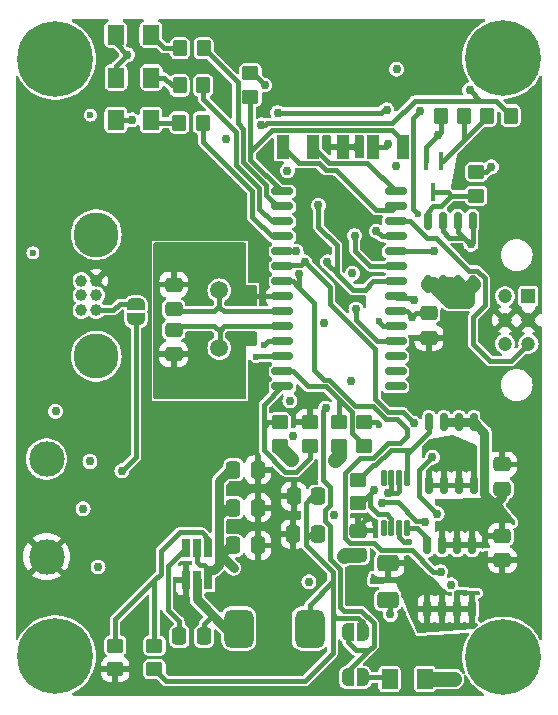
<source format=gbr>
%TF.GenerationSoftware,KiCad,Pcbnew,7.0.9*%
%TF.CreationDate,2024-03-18T18:44:53-04:00*%
%TF.ProjectId,charging_on_the_pad,63686172-6769-46e6-975f-6f6e5f746865,rev?*%
%TF.SameCoordinates,Original*%
%TF.FileFunction,Copper,L1,Top*%
%TF.FilePolarity,Positive*%
%FSLAX46Y46*%
G04 Gerber Fmt 4.6, Leading zero omitted, Abs format (unit mm)*
G04 Created by KiCad (PCBNEW 7.0.9) date 2024-03-18 18:44:53*
%MOMM*%
%LPD*%
G01*
G04 APERTURE LIST*
G04 Aperture macros list*
%AMRoundRect*
0 Rectangle with rounded corners*
0 $1 Rounding radius*
0 $2 $3 $4 $5 $6 $7 $8 $9 X,Y pos of 4 corners*
0 Add a 4 corners polygon primitive as box body*
4,1,4,$2,$3,$4,$5,$6,$7,$8,$9,$2,$3,0*
0 Add four circle primitives for the rounded corners*
1,1,$1+$1,$2,$3*
1,1,$1+$1,$4,$5*
1,1,$1+$1,$6,$7*
1,1,$1+$1,$8,$9*
0 Add four rect primitives between the rounded corners*
20,1,$1+$1,$2,$3,$4,$5,0*
20,1,$1+$1,$4,$5,$6,$7,0*
20,1,$1+$1,$6,$7,$8,$9,0*
20,1,$1+$1,$8,$9,$2,$3,0*%
%AMFreePoly0*
4,1,19,0.500000,-0.750000,0.000000,-0.750000,0.000000,-0.744911,-0.071157,-0.744911,-0.207708,-0.704816,-0.327430,-0.627875,-0.420627,-0.520320,-0.479746,-0.390866,-0.500000,-0.250000,-0.500000,0.250000,-0.479746,0.390866,-0.420627,0.520320,-0.327430,0.627875,-0.207708,0.704816,-0.071157,0.744911,0.000000,0.744911,0.000000,0.750000,0.500000,0.750000,0.500000,-0.750000,0.500000,-0.750000,
$1*%
%AMFreePoly1*
4,1,19,0.000000,0.744911,0.071157,0.744911,0.207708,0.704816,0.327430,0.627875,0.420627,0.520320,0.479746,0.390866,0.500000,0.250000,0.500000,-0.250000,0.479746,-0.390866,0.420627,-0.520320,0.327430,-0.627875,0.207708,-0.704816,0.071157,-0.744911,0.000000,-0.744911,0.000000,-0.750000,-0.500000,-0.750000,-0.500000,0.750000,0.000000,0.750000,0.000000,0.744911,0.000000,0.744911,
$1*%
G04 Aperture macros list end*
%TA.AperFunction,ComponentPad*%
%ADD10C,3.800000*%
%TD*%
%TA.AperFunction,ComponentPad*%
%ADD11C,1.000000*%
%TD*%
%TA.AperFunction,SMDPad,CuDef*%
%ADD12RoundRect,0.250001X0.462499X0.624999X-0.462499X0.624999X-0.462499X-0.624999X0.462499X-0.624999X0*%
%TD*%
%TA.AperFunction,SMDPad,CuDef*%
%ADD13RoundRect,0.250000X-0.337500X-0.475000X0.337500X-0.475000X0.337500X0.475000X-0.337500X0.475000X0*%
%TD*%
%TA.AperFunction,ComponentPad*%
%ADD14C,3.000000*%
%TD*%
%TA.AperFunction,SMDPad,CuDef*%
%ADD15RoundRect,0.250000X-0.450000X0.350000X-0.450000X-0.350000X0.450000X-0.350000X0.450000X0.350000X0*%
%TD*%
%TA.AperFunction,SMDPad,CuDef*%
%ADD16RoundRect,0.250000X0.337500X0.475000X-0.337500X0.475000X-0.337500X-0.475000X0.337500X-0.475000X0*%
%TD*%
%TA.AperFunction,SMDPad,CuDef*%
%ADD17RoundRect,0.250000X-0.350000X-0.450000X0.350000X-0.450000X0.350000X0.450000X-0.350000X0.450000X0*%
%TD*%
%TA.AperFunction,SMDPad,CuDef*%
%ADD18RoundRect,0.250000X0.450000X-0.350000X0.450000X0.350000X-0.450000X0.350000X-0.450000X-0.350000X0*%
%TD*%
%TA.AperFunction,SMDPad,CuDef*%
%ADD19R,0.650000X1.560000*%
%TD*%
%TA.AperFunction,SMDPad,CuDef*%
%ADD20RoundRect,0.150000X-0.150000X0.600000X-0.150000X-0.600000X0.150000X-0.600000X0.150000X0.600000X0*%
%TD*%
%TA.AperFunction,SMDPad,CuDef*%
%ADD21RoundRect,0.625000X-0.625000X-1.000000X0.625000X-1.000000X0.625000X1.000000X-0.625000X1.000000X0*%
%TD*%
%TA.AperFunction,SMDPad,CuDef*%
%ADD22FreePoly0,270.000000*%
%TD*%
%TA.AperFunction,SMDPad,CuDef*%
%ADD23FreePoly1,270.000000*%
%TD*%
%TA.AperFunction,ComponentPad*%
%ADD24C,1.500000*%
%TD*%
%TA.AperFunction,SMDPad,CuDef*%
%ADD25FreePoly0,180.000000*%
%TD*%
%TA.AperFunction,SMDPad,CuDef*%
%ADD26FreePoly1,180.000000*%
%TD*%
%TA.AperFunction,ComponentPad*%
%ADD27C,6.400000*%
%TD*%
%TA.AperFunction,SMDPad,CuDef*%
%ADD28RoundRect,0.250000X0.475000X-0.337500X0.475000X0.337500X-0.475000X0.337500X-0.475000X-0.337500X0*%
%TD*%
%TA.AperFunction,SMDPad,CuDef*%
%ADD29RoundRect,0.250000X-0.475000X0.337500X-0.475000X-0.337500X0.475000X-0.337500X0.475000X0.337500X0*%
%TD*%
%TA.AperFunction,SMDPad,CuDef*%
%ADD30RoundRect,0.250000X0.350000X0.450000X-0.350000X0.450000X-0.350000X-0.450000X0.350000X-0.450000X0*%
%TD*%
%TA.AperFunction,SMDPad,CuDef*%
%ADD31R,1.000000X2.000000*%
%TD*%
%TA.AperFunction,SMDPad,CuDef*%
%ADD32RoundRect,0.112500X-0.112500X0.587500X-0.112500X-0.587500X0.112500X-0.587500X0.112500X0.587500X0*%
%TD*%
%TA.AperFunction,SMDPad,CuDef*%
%ADD33FreePoly0,0.000000*%
%TD*%
%TA.AperFunction,SMDPad,CuDef*%
%ADD34FreePoly1,0.000000*%
%TD*%
%TA.AperFunction,SMDPad,CuDef*%
%ADD35RoundRect,0.150000X-0.750000X-0.150000X0.750000X-0.150000X0.750000X0.150000X-0.750000X0.150000X0*%
%TD*%
%TA.AperFunction,SMDPad,CuDef*%
%ADD36R,0.450000X1.500000*%
%TD*%
%TA.AperFunction,SMDPad,CuDef*%
%ADD37RoundRect,0.250000X-0.650000X0.412500X-0.650000X-0.412500X0.650000X-0.412500X0.650000X0.412500X0*%
%TD*%
%TA.AperFunction,ComponentPad*%
%ADD38R,1.200000X1.200000*%
%TD*%
%TA.AperFunction,ComponentPad*%
%ADD39C,1.200000*%
%TD*%
%TA.AperFunction,ViaPad*%
%ADD40C,0.600000*%
%TD*%
%TA.AperFunction,ViaPad*%
%ADD41C,0.762000*%
%TD*%
%TA.AperFunction,Conductor*%
%ADD42C,0.381000*%
%TD*%
%TA.AperFunction,Conductor*%
%ADD43C,1.270000*%
%TD*%
%TA.AperFunction,Conductor*%
%ADD44C,0.762000*%
%TD*%
G04 APERTURE END LIST*
D10*
%TO.P,J1,*%
%TO.N,*%
X137820400Y-94373400D03*
X137820400Y-104673400D03*
D11*
%TO.P,J1,1,Pin_1*%
%TO.N,Net-(J1-Pin_1)*%
X137820400Y-100773400D03*
%TO.P,J1,2,Pin_2*%
%TO.N,+5V_PWR*%
X137820400Y-99523400D03*
%TO.P,J1,3,Pin_3*%
%TO.N,GND*%
X137820400Y-98273400D03*
%TO.P,J1,4,Pin_4*%
%TO.N,/CANH*%
X136570400Y-100773400D03*
%TO.P,J1,5,Pin_5*%
%TO.N,/CANL*%
X136570400Y-99523400D03*
%TO.P,J1,6,Pin_6*%
%TO.N,+24V*%
X136570400Y-98273400D03*
%TD*%
D12*
%TO.P,D1,1,K*%
%TO.N,Net-(D1-K)*%
X142457500Y-84667600D03*
%TO.P,D1,2,A*%
%TO.N,+5V*%
X139482500Y-84667600D03*
%TD*%
%TO.P,D2,1,K*%
%TO.N,Net-(D2-K)*%
X142482900Y-81086200D03*
%TO.P,D2,2,A*%
%TO.N,+5V*%
X139507900Y-81086200D03*
%TD*%
D13*
%TO.P,C17,1*%
%TO.N,VCC*%
X149432100Y-117500400D03*
%TO.P,C17,2*%
%TO.N,GND*%
X151507100Y-117500400D03*
%TD*%
D14*
%TO.P,J3,1,Pin_1*%
%TO.N,Net-(J3-Pin_1)*%
X133615600Y-113390600D03*
%TO.P,J3,2,Pin_2*%
%TO.N,GND*%
X133615600Y-121640600D03*
%TD*%
D15*
%TO.P,R8,1*%
%TO.N,+5V*%
X150876000Y-80711800D03*
%TO.P,R8,2*%
%TO.N,/~{MCLR}*%
X150876000Y-82711800D03*
%TD*%
D16*
%TO.P,C28,1*%
%TO.N,Net-(5VO1-B)*%
X156612500Y-116522400D03*
%TO.P,C28,2*%
%TO.N,GND*%
X154537500Y-116522400D03*
%TD*%
D17*
%TO.P,R7,1*%
%TO.N,Net-(D3-K)*%
X144923000Y-78597000D03*
%TO.P,R7,2*%
%TO.N,Net-(U1-RA0)*%
X146923000Y-78597000D03*
%TD*%
D18*
%TO.P,R1,1*%
%TO.N,+13V*%
X153365200Y-112261400D03*
%TO.P,R1,2*%
%TO.N,/VSW_VSENSE*%
X153365200Y-110261400D03*
%TD*%
D19*
%TO.P,U4,1,GND*%
%TO.N,GND*%
X145404800Y-123651000D03*
%TO.P,U4,2,SW*%
%TO.N,Net-(U4-SW)*%
X146354800Y-123651000D03*
%TO.P,U4,3,VIN*%
%TO.N,VCC*%
X147304800Y-123651000D03*
%TO.P,U4,4,VFB*%
%TO.N,Net-(U4-VFB)*%
X147304800Y-120951000D03*
%TO.P,U4,5,EN*%
%TO.N,VCC*%
X146354800Y-120951000D03*
%TO.P,U4,6,VBST*%
%TO.N,Net-(U4-VBST)*%
X145404800Y-120951000D03*
%TD*%
D16*
%TO.P,C26,1*%
%TO.N,Net-(5VO1-B)*%
X156587100Y-119735600D03*
%TO.P,C26,2*%
%TO.N,GND*%
X154512100Y-119735600D03*
%TD*%
D18*
%TO.P,R4,1*%
%TO.N,/BATT_VSENSE*%
X160528000Y-112286800D03*
%TO.P,R4,2*%
%TO.N,GND*%
X160528000Y-110286800D03*
%TD*%
D20*
%TO.P,Q4,1,S*%
%TO.N,VCC*%
X169799000Y-110259800D03*
X168529000Y-110259800D03*
X167259000Y-110259800D03*
%TO.P,Q4,2,G*%
%TO.N,Net-(Q4-G)*%
X165989000Y-110259800D03*
%TO.P,Q4,3,D*%
%TO.N,+13V*%
X169799000Y-115620800D03*
X168529000Y-115620800D03*
X167259000Y-115620800D03*
X165989000Y-115620800D03*
%TD*%
D12*
%TO.P,D3,1,K*%
%TO.N,Net-(D3-K)*%
X142446400Y-77454000D03*
%TO.P,D3,2,A*%
%TO.N,+5V*%
X139471400Y-77454000D03*
%TD*%
D21*
%TO.P,L2,1,1*%
%TO.N,Net-(U4-SW)*%
X149882600Y-127736600D03*
%TO.P,L2,2,2*%
%TO.N,Net-(5VO1-B)*%
X155882600Y-127736600D03*
%TD*%
D20*
%TO.P,Q6,1,S*%
%TO.N,+5V*%
X169691000Y-93212000D03*
X168421000Y-93212000D03*
X167151000Y-93212000D03*
%TO.P,Q6,2,G*%
%TO.N,Net-(Q5-D)*%
X165881000Y-93212000D03*
%TO.P,Q6,3,D*%
%TO.N,+5V_PWR*%
X169691000Y-98573000D03*
X168421000Y-98573000D03*
X167151000Y-98573000D03*
X165881000Y-98573000D03*
%TD*%
D22*
%TO.P,VCCIN1,1,A*%
%TO.N,Net-(J1-Pin_1)*%
X141173200Y-100264200D03*
D23*
%TO.P,VCCIN1,2,B*%
%TO.N,VCC*%
X141173200Y-101564200D03*
%TD*%
D13*
%TO.P,C21,1*%
%TO.N,VCC*%
X149432100Y-114300000D03*
%TO.P,C21,2*%
%TO.N,GND*%
X151507100Y-114300000D03*
%TD*%
D17*
%TO.P,R6,1*%
%TO.N,Net-(D2-K)*%
X144872200Y-81746600D03*
%TO.P,R6,2*%
%TO.N,Net-(U1-RA1)*%
X146872200Y-81746600D03*
%TD*%
D16*
%TO.P,C24,1*%
%TO.N,Net-(U4-SW)*%
X146935100Y-128397000D03*
%TO.P,C24,2*%
%TO.N,Net-(U4-VBST)*%
X144860100Y-128397000D03*
%TD*%
D24*
%TO.P,Y1,1,1*%
%TO.N,/OSC2*%
X148234400Y-103973800D03*
%TO.P,Y1,2,2*%
%TO.N,/OSC1*%
X148234400Y-99093800D03*
%TD*%
D25*
%TO.P,5VSW1,1,A*%
%TO.N,Net-(5VSW1-A)*%
X160405600Y-131876800D03*
D26*
%TO.P,5VSW1,2,B*%
%TO.N,/Power/R_5V_P*%
X159105600Y-131876800D03*
%TD*%
D27*
%TO.P,H3,1*%
%TO.N,N/C*%
X134352117Y-79506364D03*
%TD*%
D28*
%TO.P,C1,1*%
%TO.N,/OSC1*%
X144386300Y-100681700D03*
%TO.P,C1,2*%
%TO.N,GND*%
X144386300Y-98606700D03*
%TD*%
D18*
%TO.P,R2,1*%
%TO.N,/VSW_VSENSE*%
X155905200Y-112261400D03*
%TO.P,R2,2*%
%TO.N,GND*%
X155905200Y-110261400D03*
%TD*%
D29*
%TO.P,C3,1*%
%TO.N,+5V*%
X165989000Y-101033000D03*
%TO.P,C3,2*%
%TO.N,GND*%
X165989000Y-103108000D03*
%TD*%
D27*
%TO.P,H1,1*%
%TO.N,N/C*%
X172258924Y-130175000D03*
%TD*%
D28*
%TO.P,C23,1*%
%TO.N,+BATT*%
X159994600Y-121509700D03*
%TO.P,C23,2*%
%TO.N,GND*%
X159994600Y-119434700D03*
%TD*%
D29*
%TO.P,C2,1*%
%TO.N,/OSC2*%
X144386300Y-102442100D03*
%TO.P,C2,2*%
%TO.N,GND*%
X144386300Y-104517100D03*
%TD*%
D12*
%TO.P,F2,1*%
%TO.N,+5V_PWR*%
X165647700Y-132003800D03*
%TO.P,F2,2*%
%TO.N,Net-(5VSW1-A)*%
X162672700Y-132003800D03*
%TD*%
D17*
%TO.P,R5,1*%
%TO.N,Net-(D1-K)*%
X144846800Y-84896200D03*
%TO.P,R5,2*%
%TO.N,Net-(U1-RA2)*%
X146846800Y-84896200D03*
%TD*%
D30*
%TO.P,R26,1*%
%TO.N,Net-(Q5-G)*%
X168995600Y-84302600D03*
%TO.P,R26,2*%
%TO.N,GND*%
X166995600Y-84302600D03*
%TD*%
D15*
%TO.P,R20,1*%
%TO.N,Net-(U4-VFB)*%
X139420600Y-129175000D03*
%TO.P,R20,2*%
%TO.N,GND*%
X139420600Y-131175000D03*
%TD*%
D18*
%TO.P,R19,1*%
%TO.N,Net-(5VO1-B)*%
X142748000Y-131175000D03*
%TO.P,R19,2*%
%TO.N,Net-(U4-VFB)*%
X142748000Y-129175000D03*
%TD*%
%TO.P,R18,1*%
%TO.N,VCC*%
X160020000Y-117128800D03*
%TO.P,R18,2*%
%TO.N,Net-(Q4-G)*%
X160020000Y-115128800D03*
%TD*%
D31*
%TO.P,J2,1,Pin_1*%
%TO.N,/ICSPCLK*%
X153619200Y-86937300D03*
%TO.P,J2,2,Pin_2*%
%TO.N,/ICSPDAT*%
X156159200Y-86937300D03*
%TO.P,J2,3,Pin_3*%
%TO.N,GND*%
X158699200Y-86937300D03*
%TO.P,J2,4,Pin_4*%
%TO.N,+5V*%
X161239200Y-86937300D03*
%TO.P,J2,5,Pin_5*%
%TO.N,/~{MCLR}*%
X163779200Y-86937300D03*
%TD*%
D32*
%TO.P,U6,1,STAT*%
%TO.N,Net-(Q4-G)*%
X164105000Y-114991500D03*
%TO.P,U6,2,CTL*%
%TO.N,GND*%
X163455000Y-114991500D03*
%TO.P,U6,3,GND*%
X162805000Y-114991500D03*
%TO.P,U6,4,NC*%
%TO.N,unconnected-(U6-NC-Pad4)*%
X162155000Y-114991500D03*
%TO.P,U6,5,NC*%
%TO.N,unconnected-(U6-NC-Pad5)*%
X162155000Y-119216500D03*
%TO.P,U6,6,SENSE*%
%TO.N,VCC*%
X162805000Y-119216500D03*
%TO.P,U6,7,Vin*%
%TO.N,+BATT*%
X163455000Y-119216500D03*
%TO.P,U6,8,GATE*%
%TO.N,Net-(Q3-G)*%
X164105000Y-119216500D03*
%TD*%
D27*
%TO.P,H4,1*%
%TO.N,N/C*%
X172262170Y-79437569D03*
%TD*%
D28*
%TO.P,C29,1*%
%TO.N,VCC*%
X172197800Y-115916400D03*
%TO.P,C29,2*%
%TO.N,GND*%
X172197800Y-113841400D03*
%TD*%
D18*
%TO.P,R3,1*%
%TO.N,+BATT*%
X158369000Y-112286800D03*
%TO.P,R3,2*%
%TO.N,/BATT_VSENSE*%
X158369000Y-110286800D03*
%TD*%
D29*
%TO.P,C30,1*%
%TO.N,VCC*%
X172197800Y-119878800D03*
%TO.P,C30,2*%
%TO.N,GND*%
X172197800Y-121953800D03*
%TD*%
D33*
%TO.P,5VO1,1,A*%
%TO.N,/Power/R_5V_P*%
X159105600Y-127990600D03*
D34*
%TO.P,5VO1,2,B*%
%TO.N,Net-(5VO1-B)*%
X160405600Y-127990600D03*
%TD*%
D20*
%TO.P,Q3,1,S*%
%TO.N,VCC*%
X169646600Y-120694800D03*
X168376600Y-120694800D03*
X167106600Y-120694800D03*
%TO.P,Q3,2,G*%
%TO.N,Net-(Q3-G)*%
X165836600Y-120694800D03*
%TO.P,Q3,3,D*%
%TO.N,/Power/R_+BATT_N*%
X169646600Y-126055800D03*
X168376600Y-126055800D03*
X167106600Y-126055800D03*
X165836600Y-126055800D03*
%TD*%
D35*
%TO.P,U1,1,~{MCLR}*%
%TO.N,/~{MCLR}*%
X153569000Y-90728800D03*
%TO.P,U1,2,RA0*%
%TO.N,Net-(U1-RA0)*%
X153569000Y-91998800D03*
%TO.P,U1,3,RA1*%
%TO.N,Net-(U1-RA1)*%
X153569000Y-93268800D03*
%TO.P,U1,4,RA2*%
%TO.N,Net-(U1-RA2)*%
X153569000Y-94538800D03*
%TO.P,U1,5,RA3*%
%TO.N,/EN_5V*%
X153569000Y-95808800D03*
%TO.P,U1,6,RA4*%
%TO.N,/CHG_CURR*%
X153569000Y-97078800D03*
%TO.P,U1,7,RA5*%
%TO.N,/n_CHG_EN*%
X153569000Y-98348800D03*
%TO.P,U1,8,VSS*%
%TO.N,GND*%
X153569000Y-99618800D03*
%TO.P,U1,9,RA7/OSC1*%
%TO.N,/OSC1*%
X153569000Y-100888800D03*
%TO.P,U1,10,RA6/OSC2*%
%TO.N,/OSC2*%
X153569000Y-102158800D03*
%TO.P,U1,11,RC0*%
%TO.N,/CAN_TX*%
X153569000Y-103428800D03*
%TO.P,U1,12,RC1*%
%TO.N,/CAN_RX*%
X153569000Y-104698800D03*
%TO.P,U1,13,RC2*%
%TO.N,/BATT_VSENSE*%
X153569000Y-105968800D03*
%TO.P,U1,14,RC3*%
%TO.N,/VSW_VSENSE*%
X153569000Y-107238800D03*
%TO.P,U1,15,RC4*%
%TO.N,unconnected-(U1-RC4-Pad15)*%
X163169000Y-107238800D03*
%TO.P,U1,16,RC5*%
%TO.N,unconnected-(U1-RC5-Pad16)*%
X163169000Y-105968800D03*
%TO.P,U1,17,RC6*%
%TO.N,unconnected-(U1-RC6-Pad17)*%
X163169000Y-104698800D03*
%TO.P,U1,18,RC7*%
%TO.N,/CURR_+BATT*%
X163169000Y-103428800D03*
%TO.P,U1,19,VSS*%
%TO.N,GND*%
X163169000Y-102158800D03*
%TO.P,U1,20,VDD*%
%TO.N,+5V*%
X163169000Y-100888800D03*
%TO.P,U1,21,RB0*%
%TO.N,/CURR_5V*%
X163169000Y-99618800D03*
%TO.P,U1,22,RB1*%
%TO.N,/CURR_13V*%
X163169000Y-98348800D03*
%TO.P,U1,23,RB2*%
%TO.N,/CURR_MOTOR*%
X163169000Y-97078800D03*
%TO.P,U1,24,RB3*%
%TO.N,/EN_MOTOR*%
X163169000Y-95808800D03*
%TO.P,U1,25,RB4*%
%TO.N,/MOTOR_OUT_DIV*%
X163169000Y-94538800D03*
%TO.P,U1,26,RB5*%
%TO.N,/MOTOR_INPUT*%
X163169000Y-93268800D03*
%TO.P,U1,27,RB6/ICSPCLK*%
%TO.N,/ICSPCLK*%
X163169000Y-91998800D03*
%TO.P,U1,28,RB7/ICSPDAT*%
%TO.N,/ICSPDAT*%
X163169000Y-90728800D03*
%TD*%
D36*
%TO.P,Q5,1,G*%
%TO.N,Net-(Q5-G)*%
X167003800Y-88155000D03*
%TO.P,Q5,2,S*%
%TO.N,GND*%
X165703800Y-88155000D03*
%TO.P,Q5,3,D*%
%TO.N,Net-(Q5-D)*%
X166353800Y-90815000D03*
%TD*%
D30*
%TO.P,R25,1*%
%TO.N,/EN_5V*%
X172907200Y-84302600D03*
%TO.P,R25,2*%
%TO.N,Net-(Q5-G)*%
X170907200Y-84302600D03*
%TD*%
D15*
%TO.P,R27,1*%
%TO.N,+5V*%
X169994200Y-89081200D03*
%TO.P,R27,2*%
%TO.N,Net-(Q5-D)*%
X169994200Y-91081200D03*
%TD*%
D13*
%TO.P,C19,1*%
%TO.N,VCC*%
X149432100Y-120700800D03*
%TO.P,C19,2*%
%TO.N,GND*%
X151507100Y-120700800D03*
%TD*%
D37*
%TO.P,R17,1*%
%TO.N,/Power/R_+BATT_N*%
X162509200Y-122211700D03*
%TO.P,R17,2*%
%TO.N,+BATT*%
X162509200Y-125336700D03*
%TD*%
D27*
%TO.P,H2,1*%
%TO.N,N/C*%
X134344427Y-130073035D03*
%TD*%
D38*
%TO.P,J4,1,Pin_1*%
%TO.N,/Motor Control/MOTOR_V*%
X174415200Y-99606600D03*
D39*
%TO.P,J4,2,Pin_2*%
%TO.N,GND*%
X174415200Y-101606600D03*
%TO.P,J4,3,Pin_3*%
%TO.N,/MOTOR_INPUT*%
X174415200Y-103606600D03*
%TO.P,J4,4,Pin_4*%
%TO.N,/Motor Control/MOTOR_V*%
X172415200Y-99606600D03*
%TO.P,J4,5,Pin_5*%
%TO.N,GND*%
X172415200Y-101606600D03*
%TO.P,J4,6,Pin_6*%
%TO.N,/Motor Control/MOTOR_OUTPUT*%
X172415200Y-103606600D03*
%TD*%
D40*
%TO.N,GND*%
X142984076Y-101673566D03*
X145684079Y-107973573D03*
X162864800Y-129540000D03*
D41*
X169951400Y-123266200D03*
D40*
X133832600Y-104851200D03*
X142984076Y-102573567D03*
X135458200Y-92227400D03*
D41*
X159913800Y-86925000D03*
D40*
X148384082Y-95373559D03*
X142984076Y-98973563D03*
X150184084Y-106173571D03*
X150184084Y-98073562D03*
D41*
X161493200Y-82600800D03*
X153416000Y-121843800D03*
D40*
X143884077Y-107973573D03*
X140513300Y-117475000D03*
X146584080Y-107973573D03*
X143884077Y-95373559D03*
X135661400Y-96113600D03*
X145684079Y-95373559D03*
X147484081Y-95373559D03*
X139217400Y-119405400D03*
X142984076Y-95373559D03*
X133832600Y-99872800D03*
X134340600Y-96240600D03*
D41*
X166751000Y-85953600D03*
D40*
X142984076Y-107073572D03*
X144784078Y-107973573D03*
X146584080Y-95373559D03*
X150184084Y-95373559D03*
X151084085Y-99873564D03*
D41*
X162496500Y-116255800D03*
D40*
X142984076Y-98073562D03*
X150184084Y-96273560D03*
X150876000Y-110744000D03*
X142984076Y-107973573D03*
X142984076Y-103473568D03*
X149284083Y-107973573D03*
X150184084Y-105273570D03*
X150184084Y-107973573D03*
X135686800Y-92887800D03*
X142984076Y-104373569D03*
X136194800Y-92278200D03*
X134035800Y-95656400D03*
X142984076Y-99873564D03*
X135509000Y-95351600D03*
X150184084Y-98973563D03*
X147484081Y-107973573D03*
D41*
X159835683Y-124864165D03*
D40*
X133502400Y-96113600D03*
D41*
X154482800Y-109397800D03*
D40*
X151084085Y-98973563D03*
X148384082Y-107973573D03*
X161794745Y-110467855D03*
D41*
X160783800Y-118395000D03*
D40*
X151084085Y-103473568D03*
X150184084Y-104373569D03*
X161767467Y-101706733D03*
X142984076Y-96273560D03*
X134874000Y-95631000D03*
X135915400Y-91592400D03*
X142984076Y-97173561D03*
X150184084Y-107073572D03*
D41*
X157048200Y-95504000D03*
D40*
X149284083Y-95373559D03*
D41*
X162636200Y-108407200D03*
D40*
X142984076Y-100773565D03*
X150184084Y-103473568D03*
D41*
X131445000Y-86918800D03*
D40*
X142984076Y-105273570D03*
X150184084Y-97173561D03*
X142984076Y-106173571D03*
X144784078Y-95373559D03*
D41*
%TO.N,+5V*%
X154216100Y-108432600D03*
X137974200Y-122523400D03*
X159503800Y-97665000D03*
X162563800Y-86735000D03*
X140462000Y-79146400D03*
X171283800Y-88645000D03*
X152083800Y-81715000D03*
X140868400Y-84658200D03*
X169543800Y-95195000D03*
X136702800Y-117576600D03*
X157073600Y-101854000D03*
X164566600Y-101346000D03*
%TO.N,/Battery Charger/VREF*%
X162009824Y-117088745D03*
X165663800Y-118755000D03*
%TO.N,+BATT*%
X158027600Y-113443700D03*
X163213800Y-88595000D03*
X162712400Y-126543200D03*
X137287000Y-113588800D03*
X167855900Y-124028200D03*
X158817393Y-121611407D03*
X159380551Y-106735249D03*
X157971100Y-118154200D03*
X155829000Y-123774200D03*
D40*
X164331757Y-120408525D03*
D41*
%TO.N,+24V*%
X134391400Y-109347000D03*
X154469641Y-111390808D03*
%TO.N,VCC*%
X139992100Y-114374549D03*
X149453800Y-122615000D03*
D40*
X171551600Y-117221000D03*
D41*
X161368541Y-115999200D03*
D40*
%TO.N,Net-(U5-SW)*%
X132461000Y-95928400D03*
X137312400Y-84251800D03*
D41*
%TO.N,+5V_PWR*%
X169189400Y-99974400D03*
X168071800Y-132003800D03*
%TO.N,/Power/R_5V_P*%
X157251400Y-109093000D03*
D40*
%TO.N,/n_CHG_EN*%
X165078300Y-92632100D03*
D41*
X166979600Y-122910600D03*
X155016200Y-97757200D03*
X165234400Y-83921600D03*
%TO.N,/Power/R_+BATT_N*%
X163753800Y-123647200D03*
D40*
%TO.N,+13V*%
X168859200Y-112166400D03*
D41*
X148793200Y-86309200D03*
X154329167Y-113410842D03*
X154009399Y-88959999D03*
%TO.N,/EN_5V*%
X154749500Y-95808800D03*
X151793800Y-85095000D03*
X169443800Y-82115000D03*
%TO.N,/EN_MOTOR*%
X166420800Y-95808800D03*
%TO.N,/MOTOR_OUT_DIV*%
X161523800Y-94085000D03*
%TO.N,/CURR_13V*%
X157373800Y-96690733D03*
X156633800Y-91895000D03*
%TO.N,/CURR_5V*%
X164730357Y-99886843D03*
X153173800Y-84055000D03*
X162423800Y-83795000D03*
%TO.N,/CHG_CURR*%
X166271053Y-113220696D03*
X166674800Y-118028500D03*
X155473800Y-96690733D03*
X164705064Y-110339043D03*
X163245800Y-80365600D03*
%TO.N,/CURR_+BATT*%
X159803800Y-100715000D03*
D40*
%TO.N,/CAN_TX*%
X152037000Y-103753400D03*
%TO.N,/CAN_RX*%
X151343800Y-104708026D03*
D41*
%TO.N,/CURR_MOTOR*%
X159693800Y-94465000D03*
%TD*%
D42*
%TO.N,/OSC1*%
X148234400Y-100101400D02*
X148234400Y-100482400D01*
X148234400Y-100482400D02*
X148640800Y-100888800D01*
X148234400Y-100101400D02*
X148234400Y-99093800D01*
X148640800Y-100888800D02*
X153569000Y-100888800D01*
X148234400Y-100457000D02*
X148234400Y-100101400D01*
X147802600Y-100888800D02*
X148234400Y-100457000D01*
X144665700Y-100888800D02*
X147802600Y-100888800D01*
%TO.N,GND*%
X159994600Y-119184200D02*
X160783800Y-118395000D01*
X165703800Y-88155000D02*
X165703800Y-87000800D01*
X161613690Y-110286800D02*
X161794745Y-110467855D01*
X162805000Y-114991500D02*
X162805000Y-115947300D01*
X165703800Y-87000800D02*
X166751000Y-85953600D01*
X162128200Y-102158800D02*
X162509200Y-102158800D01*
X166995600Y-85709000D02*
X166751000Y-85953600D01*
X161767467Y-101798067D02*
X162128200Y-102158800D01*
X153569000Y-99618800D02*
X151338849Y-99618800D01*
X163455000Y-116072000D02*
X163271200Y-116255800D01*
X160528000Y-110286800D02*
X161613690Y-110286800D01*
X161767467Y-101706733D02*
X161767467Y-101798067D01*
X151338849Y-99618800D02*
X151084085Y-99873564D01*
X163455000Y-114991500D02*
X163455000Y-116072000D01*
X163271200Y-116255800D02*
X162496500Y-116255800D01*
X166995600Y-84302600D02*
X166995600Y-85709000D01*
X162805000Y-115947300D02*
X162496500Y-116255800D01*
%TO.N,/OSC2*%
X147828000Y-102133400D02*
X148259800Y-102565200D01*
X148666200Y-102133400D02*
X153594400Y-102133400D01*
X148259800Y-102920800D02*
X148259800Y-103928400D01*
X148259800Y-102565200D02*
X148259800Y-102920800D01*
X148259800Y-102539800D02*
X148666200Y-102133400D01*
X148259800Y-102920800D02*
X148259800Y-102539800D01*
X144691100Y-102133400D02*
X147828000Y-102133400D01*
%TO.N,+5V*%
X168421000Y-93212000D02*
X168421000Y-94126000D01*
X163169000Y-100888800D02*
X164109400Y-100888800D01*
X168935400Y-94640400D02*
X168989200Y-94640400D01*
X167151000Y-94075200D02*
X167716200Y-94640400D01*
X139471400Y-77454000D02*
X139471400Y-78155800D01*
X151080600Y-80711800D02*
X152083800Y-81715000D01*
X164879600Y-101033000D02*
X164566600Y-101346000D01*
X169691000Y-95047800D02*
X169543800Y-95195000D01*
X139507900Y-80100500D02*
X140462000Y-79146400D01*
X162361500Y-86937300D02*
X162563800Y-86735000D01*
X167716200Y-94640400D02*
X168935400Y-94640400D01*
X139471400Y-78155800D02*
X140462000Y-79146400D01*
X169994200Y-89081200D02*
X170847600Y-89081200D01*
X169691000Y-93212000D02*
X169691000Y-95047800D01*
X161239200Y-86937300D02*
X162361500Y-86937300D01*
X139482500Y-84667600D02*
X140859000Y-84667600D01*
X140859000Y-84667600D02*
X140868400Y-84658200D01*
X170847600Y-89081200D02*
X171283800Y-88645000D01*
X168989200Y-94640400D02*
X169543800Y-95195000D01*
X168421000Y-94126000D02*
X168935400Y-94640400D01*
X139507900Y-81086200D02*
X139507900Y-80100500D01*
X165989000Y-101033000D02*
X164879600Y-101033000D01*
X164109400Y-100888800D02*
X164566600Y-101346000D01*
X167151000Y-93212000D02*
X167151000Y-94075200D01*
%TO.N,/Battery Charger/VREF*%
X163348836Y-117041342D02*
X162155458Y-117041342D01*
X164925494Y-118618000D02*
X163348836Y-117041342D01*
X165526800Y-118618000D02*
X165663800Y-118755000D01*
X164925494Y-118618000D02*
X165526800Y-118618000D01*
D43*
%TO.N,+BATT*%
X158369000Y-112286800D02*
X158369000Y-113102300D01*
D42*
X163878031Y-120408525D02*
X164331757Y-120408525D01*
X162712400Y-126543200D02*
X162712400Y-125539900D01*
D43*
X158919100Y-121509700D02*
X158817393Y-121611407D01*
X158369000Y-113102300D02*
X158027600Y-113443700D01*
D42*
X163455000Y-119985494D02*
X163878031Y-120408525D01*
D43*
X159994600Y-121509700D02*
X158919100Y-121509700D01*
D42*
X163455000Y-119216500D02*
X163455000Y-119985494D01*
D44*
%TO.N,VCC*%
X148214000Y-115244800D02*
X148214000Y-118186200D01*
D42*
X161068270Y-116299470D02*
X161368541Y-115999200D01*
X161003270Y-117394470D02*
X161003270Y-116364470D01*
D44*
X167259000Y-110259800D02*
X169799000Y-110259800D01*
X149432100Y-117500400D02*
X148899800Y-117500400D01*
D42*
X162805000Y-119216500D02*
X162805000Y-118447506D01*
D44*
X148899800Y-117500400D02*
X148214000Y-118186200D01*
X148214000Y-118186200D02*
X148214000Y-121691400D01*
X149204600Y-120700800D02*
X148214000Y-121691400D01*
D42*
X162805000Y-118447506D02*
X162412494Y-118055000D01*
X160238941Y-117128800D02*
X161068270Y-116299470D01*
X146354800Y-122123200D02*
X146608800Y-122377200D01*
D44*
X149432100Y-120700800D02*
X149204600Y-120700800D01*
X172197800Y-116574800D02*
X171551600Y-117221000D01*
X148214000Y-122315200D02*
X147760800Y-122768400D01*
D42*
X162412494Y-118055000D02*
X161663800Y-118055000D01*
X147304800Y-122768400D02*
X147304800Y-123651000D01*
X161003270Y-116364470D02*
X161068270Y-116299470D01*
D44*
X169799000Y-110259800D02*
X170683200Y-111144000D01*
X148214000Y-121691400D02*
X148214000Y-122315200D01*
X148530200Y-121691400D02*
X149453800Y-122615000D01*
X149158800Y-114300000D02*
X148214000Y-115244800D01*
D42*
X146354800Y-120951000D02*
X146354800Y-122123200D01*
X161663800Y-118055000D02*
X161003270Y-117394470D01*
D44*
X170683200Y-116352600D02*
X171551600Y-117221000D01*
D42*
X146608800Y-122377200D02*
X146913600Y-122377200D01*
X141173200Y-101564200D02*
X141173200Y-113214765D01*
D44*
X149432100Y-114300000D02*
X149158800Y-114300000D01*
X148214000Y-121691400D02*
X148530200Y-121691400D01*
X172197800Y-115916400D02*
X172197800Y-116574800D01*
D42*
X141173200Y-113214765D02*
X140013416Y-114374549D01*
D44*
X147760800Y-122768400D02*
X147304800Y-122768400D01*
D42*
X146913600Y-122377200D02*
X147304800Y-122768400D01*
D44*
X170683200Y-111144000D02*
X170683200Y-116352600D01*
%TO.N,Net-(U4-SW)*%
X146354800Y-123651000D02*
X146354800Y-125274200D01*
X146354800Y-125274200D02*
X148817200Y-127736600D01*
D42*
X146935100Y-128397000D02*
X146935100Y-127334100D01*
D44*
X148817200Y-127736600D02*
X149882600Y-127736600D01*
D42*
X146935100Y-127334100D02*
X147420200Y-126849000D01*
%TO.N,Net-(U4-VBST)*%
X143865600Y-126136400D02*
X144860100Y-127130900D01*
X143903700Y-123317684D02*
X143865600Y-123355784D01*
X143903700Y-122452100D02*
X143903700Y-123317684D01*
X143865600Y-123355784D02*
X143865600Y-126136400D01*
X145404800Y-120951000D02*
X143903700Y-122452100D01*
X144860100Y-127130900D02*
X144860100Y-128397000D01*
%TO.N,Net-(5VO1-B)*%
X156612500Y-116522400D02*
X156121200Y-116522400D01*
X155575000Y-120167400D02*
X155575000Y-120650000D01*
X156587100Y-119735600D02*
X156006800Y-119735600D01*
X143766700Y-132193700D02*
X142748000Y-131175000D01*
X157835600Y-123748800D02*
X155882600Y-125701800D01*
X160012600Y-126822200D02*
X160405600Y-127215200D01*
X156121200Y-116522400D02*
X155575000Y-117068600D01*
X155461300Y-132193700D02*
X143766700Y-132193700D01*
X157835600Y-122910600D02*
X157835600Y-123748800D01*
X157835600Y-123748800D02*
X157835600Y-126542800D01*
X160405600Y-127215200D02*
X160405600Y-127990600D01*
X160012600Y-126822200D02*
X158115000Y-126822200D01*
X155882600Y-125701800D02*
X155882600Y-127736600D01*
X155575000Y-117068600D02*
X155575000Y-120167400D01*
X158115000Y-126822200D02*
X157835600Y-126542800D01*
X155575000Y-120650000D02*
X157835600Y-122910600D01*
X157835600Y-126542800D02*
X157835600Y-129819400D01*
X156006800Y-119735600D02*
X155575000Y-120167400D01*
X157835600Y-129819400D02*
X155461300Y-132193700D01*
%TO.N,Net-(D1-K)*%
X144846800Y-84896200D02*
X142686100Y-84896200D01*
%TO.N,Net-(D2-K)*%
X143570200Y-81086200D02*
X142482900Y-81086200D01*
X144872200Y-81746600D02*
X144230600Y-81746600D01*
X144230600Y-81746600D02*
X143570200Y-81086200D01*
%TO.N,Net-(D3-K)*%
X143589400Y-78597000D02*
X142446400Y-77454000D01*
X144923000Y-78597000D02*
X143589400Y-78597000D01*
D43*
%TO.N,+5V_PWR*%
X167788000Y-98573000D02*
X169189400Y-99974400D01*
X169189400Y-99974400D02*
X169189400Y-99074600D01*
X165881000Y-98573000D02*
X166365600Y-98573000D01*
X165647700Y-132003800D02*
X168071800Y-132003800D01*
X168421000Y-99206000D02*
X169189400Y-99974400D01*
X169189400Y-99074600D02*
X169691000Y-98573000D01*
X168421000Y-98573000D02*
X168421000Y-99206000D01*
X167767000Y-99974400D02*
X169189400Y-99974400D01*
X166365600Y-98573000D02*
X167767000Y-99974400D01*
X167151000Y-98573000D02*
X167788000Y-98573000D01*
D42*
%TO.N,Net-(5VSW1-A)*%
X160405600Y-131876800D02*
X162545700Y-131876800D01*
%TO.N,/ICSPCLK*%
X156667200Y-88331000D02*
X157261600Y-88925400D01*
X157261600Y-88925400D02*
X158115000Y-88925400D01*
X163169000Y-91998800D02*
X162869000Y-92298800D01*
X153619200Y-86937300D02*
X155012900Y-88331000D01*
X162869000Y-92298800D02*
X161488400Y-92298800D01*
X161488400Y-92298800D02*
X158115000Y-88925400D01*
X155012900Y-88331000D02*
X156667200Y-88331000D01*
%TO.N,/ICSPDAT*%
X157552900Y-88331000D02*
X156159200Y-86937300D01*
X157552900Y-88331000D02*
X160771200Y-88331000D01*
X160771200Y-88331000D02*
X163169000Y-90728800D01*
%TO.N,/~{MCLR}*%
X150872605Y-87395000D02*
X152741741Y-85525864D01*
X150872605Y-87395000D02*
X150872605Y-88032405D01*
X150872605Y-88032405D02*
X153569000Y-90728800D01*
X150872605Y-82715195D02*
X150872605Y-87395000D01*
X162867764Y-85525864D02*
X163779200Y-86437300D01*
X152741741Y-85525864D02*
X162867764Y-85525864D01*
%TO.N,/MOTOR_INPUT*%
X169348100Y-97429300D02*
X170073300Y-97429300D01*
X166593800Y-94675000D02*
X169348100Y-97429300D01*
X170073300Y-97429300D02*
X170719700Y-98075700D01*
X171170600Y-105079800D02*
X172942000Y-105079800D01*
X163169000Y-93268800D02*
X164414736Y-93268800D01*
X170719700Y-98075700D02*
X170719700Y-100374500D01*
X169722800Y-103632000D02*
X171170600Y-105079800D01*
X172942000Y-105079800D02*
X174415200Y-103606600D01*
X165820936Y-94675000D02*
X166593800Y-94675000D01*
X170719700Y-100374500D02*
X169722800Y-101371400D01*
X164414736Y-93268800D02*
X165820936Y-94675000D01*
X169722800Y-101371400D02*
X169722800Y-103632000D01*
%TO.N,/Power/R_5V_P*%
X161304442Y-127287858D02*
X161304442Y-129171180D01*
X160884211Y-129591411D02*
X159105600Y-131370022D01*
X157593700Y-117270956D02*
X157186456Y-117678200D01*
X158788100Y-126238000D02*
X160254584Y-126238000D01*
X159791400Y-129590800D02*
X159105600Y-128905000D01*
X159105600Y-128905000D02*
X159105600Y-127990600D01*
X156998900Y-109345500D02*
X156998900Y-115179044D01*
X158419800Y-125895100D02*
X158445200Y-125895100D01*
X156998900Y-115179044D02*
X157593700Y-115773844D01*
X157186456Y-117678200D02*
X157186456Y-118605200D01*
X157593700Y-115773844D02*
X157593700Y-117270956D01*
X161304442Y-129171180D02*
X160884211Y-129591411D01*
X157593700Y-119012444D02*
X157593700Y-121842516D01*
X157593700Y-121842516D02*
X158419800Y-122668616D01*
X157186456Y-118605200D02*
X157593700Y-119012444D01*
X158419800Y-122668616D02*
X158419800Y-125895100D01*
X160883600Y-129590800D02*
X159791400Y-129590800D01*
X160254584Y-126238000D02*
X161304442Y-127287858D01*
X157251400Y-109093000D02*
X156998900Y-109345500D01*
X158445200Y-125895100D02*
X158788100Y-126238000D01*
X160884211Y-129591411D02*
X160883600Y-129590800D01*
%TO.N,/n_CHG_EN*%
X157493383Y-106654599D02*
X159747292Y-108908508D01*
X155025199Y-98905000D02*
X156286200Y-100166001D01*
X155016200Y-97757200D02*
X155016200Y-98896001D01*
X163283216Y-110007400D02*
X164109400Y-110833584D01*
X163576000Y-111988600D02*
X162543456Y-111988600D01*
X155016200Y-98896001D02*
X155025199Y-98905000D01*
X159311144Y-120481000D02*
X161308506Y-120481000D01*
X156286200Y-100166001D02*
X156286200Y-105816399D01*
X158875900Y-114555644D02*
X158875900Y-120045756D01*
X164672900Y-92226700D02*
X165078300Y-92632100D01*
X161308506Y-120481000D02*
X161929731Y-121102225D01*
X164536225Y-121102225D02*
X166344600Y-122910600D01*
X153569000Y-98348800D02*
X154468999Y-98348800D01*
X160151044Y-113280500D02*
X158875900Y-114555644D01*
X157124400Y-106654599D02*
X157493383Y-106654599D01*
X156286200Y-105816399D02*
X157124400Y-106654599D01*
X159747292Y-108908508D02*
X161215732Y-108908508D01*
X164109400Y-110833584D02*
X164109400Y-111455200D01*
X161929731Y-121102225D02*
X164536225Y-121102225D01*
X164109400Y-111455200D02*
X163576000Y-111988600D01*
X161251556Y-113280500D02*
X160151044Y-113280500D01*
X162314624Y-110007400D02*
X163283216Y-110007400D01*
X154468999Y-98348800D02*
X155025199Y-98905000D01*
X162543456Y-111988600D02*
X161251556Y-113280500D01*
X158875900Y-120045756D02*
X159311144Y-120481000D01*
X165234400Y-83921600D02*
X164672900Y-84483100D01*
X164672900Y-84483100D02*
X164672900Y-92226700D01*
X166344600Y-122910600D02*
X166979600Y-122910600D01*
X161215732Y-108908508D02*
X162314624Y-110007400D01*
%TO.N,Net-(Q3-G)*%
X164987300Y-119216500D02*
X165836600Y-120065800D01*
X164105000Y-119216500D02*
X164987300Y-119216500D01*
%TO.N,Net-(Q4-G)*%
X162758520Y-112599720D02*
X164472798Y-112599720D01*
X165989000Y-111083518D02*
X164472798Y-112599720D01*
X164105000Y-114991500D02*
X164105000Y-112967518D01*
X160020000Y-115128800D02*
X161251000Y-113897800D01*
X161460440Y-113897800D02*
X162758520Y-112599720D01*
X165989000Y-111083518D02*
X165989000Y-110259800D01*
X161251000Y-113897800D02*
X161460440Y-113897800D01*
X164105000Y-112967518D02*
X164472798Y-112599720D01*
D43*
%TO.N,+13V*%
X153365200Y-112446875D02*
X154329167Y-113410842D01*
X153365200Y-112261400D02*
X153365200Y-112446875D01*
D42*
%TO.N,Net-(Q5-G)*%
X167191200Y-88155000D02*
X168998900Y-86347300D01*
X167003800Y-88155000D02*
X167191200Y-88155000D01*
X170907200Y-84439000D02*
X168998900Y-86347300D01*
X168995600Y-84302600D02*
X168995600Y-86344000D01*
X168995600Y-86344000D02*
X168998900Y-86347300D01*
%TO.N,Net-(Q5-D)*%
X169994200Y-91081200D02*
X167897200Y-91081200D01*
X166369601Y-91973400D02*
X165881000Y-92462001D01*
X167897200Y-91081200D02*
X167005000Y-91973400D01*
X165881000Y-92462001D02*
X165881000Y-93212000D01*
X167631000Y-90815000D02*
X167897200Y-91081200D01*
X167005000Y-91973400D02*
X166369601Y-91973400D01*
X166353800Y-90815000D02*
X167631000Y-90815000D01*
%TO.N,/VSW_VSENSE*%
X154755269Y-114439542D02*
X153826086Y-114439542D01*
X153365200Y-110261400D02*
X152400000Y-110261400D01*
X152019000Y-108788800D02*
X152019000Y-110642400D01*
X152019000Y-112632456D02*
X152019000Y-110642400D01*
X155905200Y-113289611D02*
X154755269Y-114439542D01*
X153826086Y-114439542D02*
X152019000Y-112632456D01*
X155905200Y-112261400D02*
X155905200Y-113289611D01*
X152400000Y-110261400D02*
X152019000Y-110642400D01*
X153569000Y-107238800D02*
X152019000Y-108788800D01*
%TO.N,/BATT_VSENSE*%
X157251400Y-107238800D02*
X159434300Y-109421700D01*
X159434300Y-111193100D02*
X160528000Y-112286800D01*
X158369000Y-110286800D02*
X158369000Y-108356400D01*
X154468999Y-105968800D02*
X155738999Y-107238800D01*
X155738999Y-107238800D02*
X157251400Y-107238800D01*
X153569000Y-105968800D02*
X154468999Y-105968800D01*
X159434300Y-109421700D02*
X159434300Y-111193100D01*
%TO.N,Net-(U1-RA0)*%
X152222200Y-90220800D02*
X152222200Y-91055064D01*
X149782300Y-84967316D02*
X150228000Y-85413016D01*
X146923000Y-78597000D02*
X149782300Y-81456300D01*
X149782300Y-81456300D02*
X149782300Y-84967316D01*
X150228000Y-88226600D02*
X152222200Y-90220800D01*
X152222200Y-91055064D02*
X153165936Y-91998800D01*
X150228000Y-85413016D02*
X150228000Y-88226600D01*
%TO.N,Net-(U1-RA1)*%
X151631308Y-90456092D02*
X151631308Y-92231107D01*
X146872200Y-82883400D02*
X149643800Y-85655000D01*
X152669001Y-93268800D02*
X153569000Y-93268800D01*
X146872200Y-81746600D02*
X146872200Y-82883400D01*
X149643800Y-85655000D02*
X149643800Y-88468584D01*
X151631308Y-92231107D02*
X152669001Y-93268800D01*
X149643800Y-88468584D02*
X151631308Y-90456092D01*
%TO.N,Net-(U1-RA2)*%
X151040416Y-92910215D02*
X152669001Y-94538800D01*
X151040416Y-90691384D02*
X151040416Y-92910215D01*
X146846800Y-86497768D02*
X151040416Y-90691384D01*
X152669001Y-94538800D02*
X153569000Y-94538800D01*
X146846800Y-84896200D02*
X146846800Y-86497768D01*
%TO.N,Net-(U4-VFB)*%
X142748000Y-123647200D02*
X143319500Y-123075700D01*
X146735800Y-119583200D02*
X147304800Y-120152200D01*
X142748000Y-129175000D02*
X142748000Y-123647200D01*
X139420600Y-126949200D02*
X142735300Y-123634500D01*
X143319500Y-121145300D02*
X144881600Y-119583200D01*
X147304800Y-120152200D02*
X147304800Y-120951000D01*
X139420600Y-129175000D02*
X139420600Y-126949200D01*
X142748000Y-123647200D02*
X142735300Y-123634500D01*
X144881600Y-119583200D02*
X146735800Y-119583200D01*
X143319500Y-123075700D02*
X143319500Y-121145300D01*
%TO.N,/EN_5V*%
X169443800Y-82115000D02*
X169443800Y-82131269D01*
X169443800Y-82131269D02*
X170343800Y-83031269D01*
X170343800Y-83031269D02*
X164873800Y-83031269D01*
X153569000Y-95808800D02*
X154749500Y-95808800D01*
X164767531Y-83031269D02*
X164873800Y-83031269D01*
X171635869Y-83031269D02*
X170343800Y-83031269D01*
X152148400Y-85095000D02*
X152301736Y-84941664D01*
X151793800Y-85095000D02*
X152148400Y-85095000D01*
X152301736Y-84941664D02*
X162857137Y-84941663D01*
X162857137Y-84941663D02*
X164767531Y-83031269D01*
X172907200Y-84302600D02*
X171635869Y-83031269D01*
%TO.N,/EN_MOTOR*%
X166420800Y-95808800D02*
X163169000Y-95808800D01*
%TO.N,/MOTOR_OUT_DIV*%
X163169000Y-94538800D02*
X161977600Y-94538800D01*
X161977600Y-94538800D02*
X161523800Y-94085000D01*
%TO.N,/CURR_13V*%
X158183800Y-97685000D02*
X159533800Y-99035000D01*
X159533800Y-99035000D02*
X160596992Y-99035000D01*
X160596992Y-99035000D02*
X161283192Y-98348800D01*
X158183800Y-95255542D02*
X158183800Y-97685000D01*
X156633800Y-91895000D02*
X156633800Y-93705542D01*
X157373800Y-96690733D02*
X157373800Y-96845600D01*
X156633800Y-93705542D02*
X158183800Y-95255542D01*
X157373800Y-96845600D02*
X158183800Y-97655600D01*
X158183800Y-97655600D02*
X158183800Y-97685000D01*
X161283192Y-98348800D02*
X163169000Y-98348800D01*
%TO.N,/CURR_5V*%
X162151101Y-83795000D02*
X161891101Y-84055000D01*
X164563914Y-99720400D02*
X163270600Y-99720400D01*
X162423800Y-83795000D02*
X162151101Y-83795000D01*
X153173800Y-84055000D02*
X161891101Y-84055000D01*
X164730357Y-99886843D02*
X164563914Y-99720400D01*
%TO.N,/CHG_CURR*%
X155182033Y-96982500D02*
X155473800Y-96690733D01*
X162556608Y-109423200D02*
X161457716Y-108324308D01*
X162556608Y-109423200D02*
X163789221Y-109423200D01*
X153665300Y-96982500D02*
X155182033Y-96982500D01*
X163789221Y-109423200D02*
X164705064Y-110339043D01*
X157607000Y-98823933D02*
X155473800Y-96690733D01*
X157607000Y-100241784D02*
X157607000Y-98823933D01*
X166271053Y-113220696D02*
X166271053Y-113230547D01*
X161457716Y-108324308D02*
X161457716Y-104092500D01*
X165150800Y-116504500D02*
X166674800Y-118028500D01*
X161457716Y-104092500D02*
X157607000Y-100241784D01*
X166271053Y-113230547D02*
X165150800Y-114350800D01*
X165150800Y-114350800D02*
X165150800Y-116504500D01*
%TO.N,/CURR_+BATT*%
X161620200Y-103428800D02*
X163169000Y-103428800D01*
X159803800Y-101612400D02*
X161620200Y-103428800D01*
X159803800Y-100715000D02*
X159803800Y-101612400D01*
%TO.N,/CAN_TX*%
X152361600Y-103428800D02*
X152037000Y-103753400D01*
X153569000Y-103428800D02*
X152361600Y-103428800D01*
%TO.N,/CAN_RX*%
X151353026Y-104698800D02*
X151343800Y-104708026D01*
X153569000Y-104698800D02*
X151353026Y-104698800D01*
%TO.N,/CURR_MOTOR*%
X163169000Y-97078800D02*
X161036000Y-97078800D01*
X159693800Y-95736600D02*
X161036000Y-97078800D01*
X159693800Y-94465000D02*
X159693800Y-95736600D01*
%TO.N,Net-(J1-Pin_1)*%
X139791200Y-100264200D02*
X141173200Y-100264200D01*
X137820400Y-100773400D02*
X139282000Y-100773400D01*
X139282000Y-100773400D02*
X139791200Y-100264200D01*
%TD*%
%TA.AperFunction,Conductor*%
%TO.N,+13V*%
G36*
X168053975Y-111368026D02*
G01*
X169977404Y-112209526D01*
X170030930Y-112254430D01*
X170051684Y-112321146D01*
X170051700Y-112323129D01*
X170051700Y-114316755D01*
X170049000Y-114325950D01*
X170049000Y-115746800D01*
X170029315Y-115813839D01*
X169976511Y-115859594D01*
X169925000Y-115870800D01*
X165863000Y-115870800D01*
X165795961Y-115851115D01*
X165750206Y-115798311D01*
X165739000Y-115746800D01*
X165739000Y-115370800D01*
X166239000Y-115370800D01*
X167009000Y-115370800D01*
X167509000Y-115370800D01*
X168279000Y-115370800D01*
X168779000Y-115370800D01*
X169549000Y-115370800D01*
X169549000Y-114373503D01*
X169546503Y-114373700D01*
X169388806Y-114419516D01*
X169388803Y-114419517D01*
X169247447Y-114503114D01*
X169241278Y-114507900D01*
X169239457Y-114505553D01*
X169190358Y-114532364D01*
X169120666Y-114527380D01*
X169087930Y-114506341D01*
X169086722Y-114507900D01*
X169080552Y-114503114D01*
X168939196Y-114419517D01*
X168939193Y-114419516D01*
X168781494Y-114373700D01*
X168781497Y-114373700D01*
X168779000Y-114373503D01*
X168779000Y-115370800D01*
X168279000Y-115370800D01*
X168279000Y-114373503D01*
X168276503Y-114373700D01*
X168118806Y-114419516D01*
X168118803Y-114419517D01*
X167977447Y-114503114D01*
X167971278Y-114507900D01*
X167969457Y-114505553D01*
X167920358Y-114532364D01*
X167850666Y-114527380D01*
X167817930Y-114506341D01*
X167816722Y-114507900D01*
X167810552Y-114503114D01*
X167669196Y-114419517D01*
X167669193Y-114419516D01*
X167511494Y-114373700D01*
X167511497Y-114373700D01*
X167509000Y-114373503D01*
X167509000Y-115370800D01*
X167009000Y-115370800D01*
X167009000Y-114373503D01*
X167006503Y-114373700D01*
X166848806Y-114419516D01*
X166848803Y-114419517D01*
X166707447Y-114503114D01*
X166701278Y-114507900D01*
X166699457Y-114505553D01*
X166650358Y-114532364D01*
X166580666Y-114527380D01*
X166547930Y-114506341D01*
X166546722Y-114507900D01*
X166540552Y-114503114D01*
X166399196Y-114419517D01*
X166399193Y-114419516D01*
X166241494Y-114373700D01*
X166241497Y-114373700D01*
X166239000Y-114373503D01*
X166239000Y-115370800D01*
X165739000Y-115370800D01*
X165739000Y-114437630D01*
X165758685Y-114370591D01*
X165775319Y-114349949D01*
X166236753Y-113888515D01*
X166298076Y-113855030D01*
X166324434Y-113852196D01*
X166347732Y-113852196D01*
X166384956Y-113843020D01*
X166496631Y-113815495D01*
X166632421Y-113744227D01*
X166747209Y-113642534D01*
X166834325Y-113516324D01*
X166888706Y-113372934D01*
X166907191Y-113220696D01*
X166905393Y-113205892D01*
X166888706Y-113068460D01*
X166888706Y-113068458D01*
X166834325Y-112925068D01*
X166747209Y-112798858D01*
X166747207Y-112798856D01*
X166632422Y-112697165D01*
X166523534Y-112640017D01*
X166496631Y-112625897D01*
X166496628Y-112625896D01*
X166347732Y-112589196D01*
X166347731Y-112589196D01*
X166194375Y-112589196D01*
X166194374Y-112589196D01*
X166045477Y-112625896D01*
X165909683Y-112697165D01*
X165794898Y-112798856D01*
X165707782Y-112925065D01*
X165653400Y-113068457D01*
X165653399Y-113068460D01*
X165636987Y-113203623D01*
X165609365Y-113267801D01*
X165601572Y-113276357D01*
X165583775Y-113294154D01*
X165522452Y-113327639D01*
X165452760Y-113322655D01*
X165396827Y-113280783D01*
X165372410Y-113215319D01*
X165372097Y-113205892D01*
X165376316Y-112370602D01*
X165396338Y-112303666D01*
X165412623Y-112283561D01*
X166008717Y-111687467D01*
X166070036Y-111653985D01*
X166077507Y-111652598D01*
X167985422Y-111359073D01*
X168053975Y-111368026D01*
G37*
%TD.AperFunction*%
%TD*%
%TA.AperFunction,Conductor*%
%TO.N,VCC*%
G36*
X171117064Y-116713201D02*
G01*
X171138717Y-116730478D01*
X171254454Y-116846215D01*
X171403675Y-116938256D01*
X171403680Y-116938258D01*
X171570102Y-116993405D01*
X171570109Y-116993406D01*
X171672819Y-117003899D01*
X171917323Y-117003899D01*
X171984363Y-117023583D01*
X172014869Y-117051343D01*
X173277359Y-118660000D01*
X173277746Y-118660492D01*
X173303650Y-118725382D01*
X173304200Y-118737047D01*
X173304200Y-118827382D01*
X173284515Y-118894421D01*
X173231711Y-118940176D01*
X173162553Y-118950120D01*
X173115103Y-118932921D01*
X172991924Y-118856943D01*
X172991919Y-118856941D01*
X172825497Y-118801794D01*
X172825490Y-118801793D01*
X172722786Y-118791300D01*
X172447800Y-118791300D01*
X172447800Y-120004800D01*
X172428115Y-120071839D01*
X172375311Y-120117594D01*
X172323800Y-120128800D01*
X170972801Y-120128800D01*
X170972801Y-120266286D01*
X170983294Y-120368997D01*
X171038441Y-120535419D01*
X171038443Y-120535424D01*
X171130484Y-120684645D01*
X171138158Y-120692319D01*
X171171643Y-120753642D01*
X171166659Y-120823334D01*
X171124787Y-120879267D01*
X171059323Y-120903684D01*
X171050477Y-120904000D01*
X170637200Y-120904000D01*
X170609181Y-120932019D01*
X170547858Y-120965504D01*
X170478166Y-120960520D01*
X170453706Y-120944800D01*
X166980600Y-120944800D01*
X166913561Y-120925115D01*
X166867806Y-120872311D01*
X166856600Y-120820800D01*
X166856600Y-120444800D01*
X167356600Y-120444800D01*
X168126600Y-120444800D01*
X168626600Y-120444800D01*
X169396600Y-120444800D01*
X169396600Y-119447503D01*
X169896600Y-119447503D01*
X169896600Y-120444800D01*
X170446600Y-120444800D01*
X170446600Y-120029156D01*
X170443700Y-119992310D01*
X170443699Y-119992304D01*
X170397883Y-119834606D01*
X170397882Y-119834603D01*
X170314285Y-119693247D01*
X170314278Y-119693238D01*
X170249840Y-119628800D01*
X170972800Y-119628800D01*
X171947800Y-119628800D01*
X171947800Y-118791300D01*
X171672829Y-118791300D01*
X171672812Y-118791301D01*
X171570102Y-118801794D01*
X171403680Y-118856941D01*
X171403675Y-118856943D01*
X171254454Y-118948984D01*
X171130484Y-119072954D01*
X171038443Y-119222175D01*
X171038441Y-119222180D01*
X170983294Y-119388602D01*
X170983293Y-119388609D01*
X170972800Y-119491313D01*
X170972800Y-119628800D01*
X170249840Y-119628800D01*
X170198161Y-119577121D01*
X170198152Y-119577114D01*
X170056796Y-119493517D01*
X170056793Y-119493516D01*
X169899094Y-119447700D01*
X169899097Y-119447700D01*
X169896600Y-119447503D01*
X169396600Y-119447503D01*
X169394103Y-119447700D01*
X169236406Y-119493516D01*
X169236403Y-119493517D01*
X169095047Y-119577114D01*
X169088878Y-119581900D01*
X169087057Y-119579553D01*
X169037958Y-119606364D01*
X168968266Y-119601380D01*
X168935530Y-119580341D01*
X168934322Y-119581900D01*
X168928152Y-119577114D01*
X168786796Y-119493517D01*
X168786793Y-119493516D01*
X168629094Y-119447700D01*
X168629097Y-119447700D01*
X168626600Y-119447503D01*
X168626600Y-120444800D01*
X168126600Y-120444800D01*
X168126600Y-119447503D01*
X168124103Y-119447700D01*
X167966406Y-119493516D01*
X167966403Y-119493517D01*
X167825047Y-119577114D01*
X167818878Y-119581900D01*
X167817057Y-119579553D01*
X167767958Y-119606364D01*
X167698266Y-119601380D01*
X167665530Y-119580341D01*
X167664322Y-119581900D01*
X167658152Y-119577114D01*
X167516796Y-119493517D01*
X167516793Y-119493516D01*
X167359094Y-119447700D01*
X167359097Y-119447700D01*
X167356600Y-119447503D01*
X167356600Y-120444800D01*
X166856600Y-120444800D01*
X166856600Y-119447503D01*
X166854103Y-119447700D01*
X166696406Y-119493516D01*
X166696405Y-119493516D01*
X166658720Y-119515803D01*
X166590996Y-119532984D01*
X166524733Y-119510824D01*
X166480971Y-119456358D01*
X166471600Y-119409070D01*
X166471600Y-118784000D01*
X166491285Y-118716961D01*
X166544089Y-118671206D01*
X166595600Y-118660000D01*
X166751479Y-118660000D01*
X166788703Y-118650824D01*
X166900378Y-118623299D01*
X167036168Y-118552031D01*
X167150956Y-118450338D01*
X167238072Y-118324128D01*
X167292453Y-118180738D01*
X167310938Y-118028500D01*
X167292453Y-117876262D01*
X167238072Y-117732872D01*
X167150956Y-117606662D01*
X167150954Y-117606660D01*
X167036169Y-117504969D01*
X166971340Y-117470944D01*
X166900378Y-117433701D01*
X166900375Y-117433700D01*
X166751479Y-117397000D01*
X166751478Y-117397000D01*
X166718330Y-117397000D01*
X166651291Y-117377315D01*
X166630649Y-117360681D01*
X166507919Y-117237951D01*
X166474434Y-117176628D01*
X166471600Y-117150270D01*
X166471600Y-116861207D01*
X166491285Y-116794168D01*
X166544089Y-116748413D01*
X166594399Y-116737213D01*
X171049840Y-116694165D01*
X171117064Y-116713201D01*
G37*
%TD.AperFunction*%
%TD*%
%TA.AperFunction,Conductor*%
%TO.N,/Power/R_+BATT_N*%
G36*
X164369234Y-121562910D02*
G01*
X164389876Y-121579544D01*
X166012788Y-123202456D01*
X166017424Y-123207643D01*
X166041256Y-123237527D01*
X166041256Y-123237528D01*
X166083311Y-123266200D01*
X166089366Y-123270328D01*
X166136207Y-123304898D01*
X166136212Y-123304899D01*
X166143616Y-123308813D01*
X166151089Y-123312412D01*
X166151093Y-123312413D01*
X166151096Y-123312415D01*
X166206736Y-123329577D01*
X166214912Y-123332438D01*
X166261687Y-123348807D01*
X166269849Y-123350351D01*
X166275223Y-123351161D01*
X166278603Y-123352732D01*
X166285720Y-123353941D01*
X166287032Y-123354346D01*
X166286409Y-123356361D01*
X166338582Y-123380614D01*
X166350681Y-123392828D01*
X166854458Y-123977400D01*
X167182800Y-124358400D01*
X167262969Y-124363657D01*
X167328575Y-124387684D01*
X167356905Y-124416950D01*
X167372445Y-124439464D01*
X167379745Y-124450039D01*
X167494530Y-124551730D01*
X167494532Y-124551731D01*
X167630322Y-124622999D01*
X167729588Y-124647466D01*
X167779221Y-124659700D01*
X167842554Y-124659700D01*
X167909593Y-124679385D01*
X167955348Y-124732189D01*
X167965292Y-124801347D01*
X167936267Y-124864903D01*
X167905675Y-124890432D01*
X167825047Y-124938115D01*
X167818878Y-124942900D01*
X167817057Y-124940553D01*
X167767958Y-124967364D01*
X167698266Y-124962380D01*
X167665530Y-124941341D01*
X167664322Y-124942900D01*
X167658152Y-124938114D01*
X167516796Y-124854517D01*
X167516793Y-124854516D01*
X167359094Y-124808700D01*
X167359097Y-124808700D01*
X167356600Y-124808503D01*
X167356600Y-125805800D01*
X168126600Y-125805800D01*
X168626600Y-125805800D01*
X169396600Y-125805800D01*
X169396600Y-124808503D01*
X169394103Y-124808700D01*
X169236406Y-124854516D01*
X169236403Y-124854517D01*
X169095047Y-124938114D01*
X169088878Y-124942900D01*
X169087057Y-124940553D01*
X169037958Y-124967364D01*
X168968266Y-124962380D01*
X168935530Y-124941341D01*
X168934322Y-124942900D01*
X168928152Y-124938114D01*
X168786796Y-124854517D01*
X168786793Y-124854516D01*
X168629094Y-124808700D01*
X168629097Y-124808700D01*
X168626600Y-124808503D01*
X168626600Y-125805800D01*
X168126600Y-125805800D01*
X168126600Y-124808502D01*
X168111249Y-124794318D01*
X168075371Y-124734364D01*
X168077602Y-124664530D01*
X168117234Y-124606988D01*
X168137771Y-124593453D01*
X168217268Y-124551731D01*
X168310446Y-124469182D01*
X168373674Y-124439464D01*
X168400767Y-124438266D01*
X170172923Y-124554473D01*
X170238530Y-124578502D01*
X170280731Y-124634187D01*
X170288555Y-124670287D01*
X170294949Y-124770195D01*
X170279586Y-124838355D01*
X170229812Y-124887389D01*
X170161430Y-124901729D01*
X170108081Y-124884847D01*
X170056796Y-124854517D01*
X170056793Y-124854516D01*
X169899094Y-124808700D01*
X169899097Y-124808700D01*
X169896600Y-124808503D01*
X169896600Y-127303095D01*
X169896601Y-127303095D01*
X169899088Y-127302900D01*
X169899091Y-127302899D01*
X169964180Y-127283989D01*
X170034049Y-127284188D01*
X170092720Y-127322129D01*
X170121564Y-127385767D01*
X170111423Y-127454897D01*
X170073819Y-127501779D01*
X170021842Y-127541291D01*
X170021835Y-127541297D01*
X169794453Y-127756684D01*
X169732246Y-127788496D01*
X169717849Y-127790357D01*
X165135785Y-128111530D01*
X165067534Y-128096581D01*
X165018198Y-128047105D01*
X165013859Y-128038321D01*
X164241531Y-126305800D01*
X165036600Y-126305800D01*
X165036600Y-126721444D01*
X165039499Y-126758289D01*
X165039500Y-126758295D01*
X165085316Y-126915993D01*
X165085317Y-126915996D01*
X165168914Y-127057352D01*
X165168921Y-127057361D01*
X165285038Y-127173478D01*
X165285047Y-127173485D01*
X165426401Y-127257081D01*
X165584114Y-127302900D01*
X165584111Y-127302900D01*
X165586598Y-127303095D01*
X165586600Y-127303095D01*
X165586600Y-126305800D01*
X166086600Y-126305800D01*
X166086600Y-127303095D01*
X166086601Y-127303095D01*
X166089086Y-127302900D01*
X166246798Y-127257081D01*
X166388152Y-127173485D01*
X166394322Y-127168700D01*
X166396146Y-127171052D01*
X166445195Y-127144245D01*
X166514888Y-127149202D01*
X166547663Y-127170265D01*
X166548878Y-127168700D01*
X166555047Y-127173485D01*
X166696401Y-127257081D01*
X166854114Y-127302900D01*
X166854111Y-127302900D01*
X166856598Y-127303095D01*
X166856600Y-127303095D01*
X166856600Y-126305800D01*
X167356600Y-126305800D01*
X167356600Y-127303095D01*
X167356601Y-127303095D01*
X167359086Y-127302900D01*
X167516798Y-127257081D01*
X167658152Y-127173485D01*
X167664322Y-127168700D01*
X167666146Y-127171052D01*
X167715195Y-127144245D01*
X167784888Y-127149202D01*
X167817663Y-127170265D01*
X167818878Y-127168700D01*
X167825047Y-127173485D01*
X167966401Y-127257081D01*
X168124114Y-127302900D01*
X168124111Y-127302900D01*
X168126598Y-127303095D01*
X168126600Y-127303095D01*
X168126600Y-126305800D01*
X168626600Y-126305800D01*
X168626600Y-127303095D01*
X168626601Y-127303095D01*
X168629086Y-127302900D01*
X168786798Y-127257081D01*
X168928152Y-127173485D01*
X168934322Y-127168700D01*
X168936146Y-127171052D01*
X168985195Y-127144245D01*
X169054888Y-127149202D01*
X169087663Y-127170265D01*
X169088878Y-127168700D01*
X169095047Y-127173485D01*
X169236401Y-127257081D01*
X169394114Y-127302900D01*
X169394111Y-127302900D01*
X169396598Y-127303095D01*
X169396600Y-127303095D01*
X169396600Y-126305800D01*
X168626600Y-126305800D01*
X168126600Y-126305800D01*
X167356600Y-126305800D01*
X166856600Y-126305800D01*
X166086600Y-126305800D01*
X165586600Y-126305800D01*
X165036600Y-126305800D01*
X164241531Y-126305800D01*
X164018639Y-125805800D01*
X165036600Y-125805800D01*
X165586600Y-125805800D01*
X166086600Y-125805800D01*
X166856600Y-125805800D01*
X166856600Y-124808503D01*
X166854103Y-124808700D01*
X166696406Y-124854516D01*
X166696403Y-124854517D01*
X166555047Y-124938114D01*
X166548878Y-124942900D01*
X166547057Y-124940553D01*
X166497958Y-124967364D01*
X166428266Y-124962380D01*
X166395530Y-124941341D01*
X166394322Y-124942900D01*
X166388152Y-124938114D01*
X166246796Y-124854517D01*
X166246793Y-124854516D01*
X166089094Y-124808700D01*
X166089097Y-124808700D01*
X166086600Y-124808503D01*
X166086600Y-125805800D01*
X165586600Y-125805800D01*
X165586600Y-124808503D01*
X165584103Y-124808700D01*
X165426406Y-124854516D01*
X165426403Y-124854517D01*
X165285047Y-124938114D01*
X165285038Y-124938121D01*
X165168921Y-125054238D01*
X165168914Y-125054247D01*
X165085317Y-125195603D01*
X165085316Y-125195606D01*
X165039500Y-125353304D01*
X165039499Y-125353310D01*
X165036600Y-125390156D01*
X165036600Y-125805800D01*
X164018639Y-125805800D01*
X163670443Y-125024712D01*
X163659699Y-124974224D01*
X163659699Y-124876329D01*
X163659698Y-124876323D01*
X163658470Y-124864903D01*
X163653291Y-124816717D01*
X163650227Y-124808503D01*
X163602997Y-124681871D01*
X163602993Y-124681864D01*
X163516748Y-124566657D01*
X163516746Y-124566654D01*
X163516744Y-124566652D01*
X163516742Y-124566650D01*
X163466770Y-124529241D01*
X163427826Y-124480463D01*
X163169600Y-123901200D01*
X163169598Y-123901199D01*
X161108384Y-123972276D01*
X161040706Y-123954914D01*
X160993159Y-123903718D01*
X160980838Y-123834943D01*
X160981423Y-123830362D01*
X161076715Y-123182373D01*
X161105943Y-123118915D01*
X161164843Y-123081329D01*
X161234712Y-123081554D01*
X161287076Y-123112737D01*
X161390854Y-123216515D01*
X161540075Y-123308556D01*
X161540080Y-123308558D01*
X161706502Y-123363705D01*
X161706509Y-123363706D01*
X161809219Y-123374199D01*
X162259199Y-123374199D01*
X162259200Y-123374198D01*
X162259200Y-122461700D01*
X162759200Y-122461700D01*
X162759200Y-123374199D01*
X163209172Y-123374199D01*
X163209186Y-123374198D01*
X163311897Y-123363705D01*
X163478319Y-123308558D01*
X163478324Y-123308556D01*
X163627545Y-123216515D01*
X163751515Y-123092545D01*
X163843556Y-122943324D01*
X163843558Y-122943319D01*
X163898705Y-122776897D01*
X163898706Y-122776890D01*
X163909199Y-122674186D01*
X163909200Y-122674173D01*
X163909200Y-122461700D01*
X162759200Y-122461700D01*
X162259200Y-122461700D01*
X162259200Y-122085700D01*
X162278885Y-122018661D01*
X162331689Y-121972906D01*
X162383200Y-121961700D01*
X163909199Y-121961700D01*
X163909199Y-121749228D01*
X163909198Y-121749213D01*
X163902110Y-121679827D01*
X163914880Y-121611134D01*
X163962760Y-121560250D01*
X164025468Y-121543225D01*
X164302195Y-121543225D01*
X164369234Y-121562910D01*
G37*
%TD.AperFunction*%
%TD*%
%TA.AperFunction,Conductor*%
%TO.N,GND*%
G36*
X138831892Y-76149185D02*
G01*
X138877647Y-76201989D01*
X138887591Y-76271147D01*
X138858566Y-76334703D01*
X138808186Y-76369682D01*
X138766572Y-76385202D01*
X138766570Y-76385204D01*
X138651354Y-76471454D01*
X138565104Y-76586670D01*
X138565102Y-76586672D01*
X138514808Y-76721518D01*
X138508401Y-76781117D01*
X138508400Y-76781136D01*
X138508400Y-78126863D01*
X138508401Y-78126882D01*
X138514808Y-78186481D01*
X138565102Y-78321327D01*
X138565103Y-78321328D01*
X138565104Y-78321330D01*
X138651354Y-78436546D01*
X138766570Y-78522796D01*
X138766571Y-78522796D01*
X138766572Y-78522797D01*
X138901418Y-78573091D01*
X138901417Y-78573091D01*
X138908345Y-78573835D01*
X138961028Y-78579500D01*
X139220070Y-78579500D01*
X139287109Y-78599185D01*
X139307751Y-78615819D01*
X139750650Y-79058718D01*
X139784135Y-79120041D01*
X139779151Y-79189733D01*
X139750650Y-79234080D01*
X139216045Y-79768685D01*
X139210859Y-79773320D01*
X139180975Y-79797153D01*
X139180972Y-79797156D01*
X139148171Y-79845266D01*
X139113603Y-79892104D01*
X139112263Y-79894641D01*
X139110063Y-79896901D01*
X139108085Y-79899582D01*
X139107718Y-79899311D01*
X139063534Y-79944714D01*
X139002632Y-79960700D01*
X138997528Y-79960700D01*
X138997520Y-79960700D01*
X138997517Y-79960701D01*
X138937918Y-79967108D01*
X138803072Y-80017402D01*
X138803070Y-80017404D01*
X138687854Y-80103654D01*
X138601604Y-80218870D01*
X138601602Y-80218872D01*
X138551308Y-80353718D01*
X138544901Y-80413317D01*
X138544900Y-80413336D01*
X138544900Y-81759063D01*
X138544901Y-81759082D01*
X138551308Y-81818681D01*
X138601602Y-81953527D01*
X138601603Y-81953528D01*
X138601604Y-81953530D01*
X138687854Y-82068746D01*
X138803070Y-82154996D01*
X138803071Y-82154996D01*
X138803072Y-82154997D01*
X138937918Y-82205291D01*
X138937917Y-82205291D01*
X138944845Y-82206035D01*
X138997528Y-82211700D01*
X138997537Y-82211700D01*
X140018263Y-82211700D01*
X140018272Y-82211700D01*
X140077882Y-82205291D01*
X140212730Y-82154996D01*
X140327946Y-82068746D01*
X140414196Y-81953530D01*
X140464491Y-81818682D01*
X140470900Y-81759072D01*
X140470900Y-81759063D01*
X141519900Y-81759063D01*
X141519901Y-81759082D01*
X141526308Y-81818681D01*
X141576602Y-81953527D01*
X141576603Y-81953528D01*
X141576604Y-81953530D01*
X141662854Y-82068746D01*
X141778070Y-82154996D01*
X141778071Y-82154996D01*
X141778072Y-82154997D01*
X141912918Y-82205291D01*
X141912917Y-82205291D01*
X141919845Y-82206035D01*
X141972528Y-82211700D01*
X141972537Y-82211700D01*
X142993263Y-82211700D01*
X142993272Y-82211700D01*
X143052882Y-82205291D01*
X143187730Y-82154996D01*
X143302946Y-82068746D01*
X143389196Y-81953530D01*
X143437131Y-81825010D01*
X143479002Y-81769076D01*
X143544466Y-81744659D01*
X143612739Y-81759510D01*
X143640994Y-81780662D01*
X143898788Y-82038456D01*
X143903424Y-82043643D01*
X143925457Y-82071272D01*
X143927256Y-82073527D01*
X143967552Y-82101000D01*
X144011853Y-82155028D01*
X144021700Y-82203450D01*
X144021700Y-82244468D01*
X144021701Y-82244476D01*
X144028108Y-82304083D01*
X144078402Y-82438928D01*
X144078406Y-82438935D01*
X144164652Y-82554144D01*
X144164655Y-82554147D01*
X144279864Y-82640393D01*
X144279871Y-82640397D01*
X144414717Y-82690691D01*
X144414716Y-82690691D01*
X144421644Y-82691435D01*
X144474327Y-82697100D01*
X145270072Y-82697099D01*
X145329683Y-82690691D01*
X145464531Y-82640396D01*
X145579746Y-82554146D01*
X145665996Y-82438931D01*
X145716291Y-82304083D01*
X145722700Y-82244473D01*
X145722699Y-81248728D01*
X145716291Y-81189117D01*
X145676898Y-81083500D01*
X145665997Y-81054271D01*
X145665993Y-81054264D01*
X145579747Y-80939055D01*
X145579744Y-80939052D01*
X145464535Y-80852806D01*
X145464528Y-80852802D01*
X145329682Y-80802508D01*
X145329683Y-80802508D01*
X145270083Y-80796101D01*
X145270081Y-80796100D01*
X145270073Y-80796100D01*
X145270064Y-80796100D01*
X144474329Y-80796100D01*
X144474323Y-80796101D01*
X144414716Y-80802508D01*
X144279871Y-80852802D01*
X144279868Y-80852804D01*
X144183225Y-80925151D01*
X144117760Y-80949568D01*
X144049487Y-80934716D01*
X144021233Y-80913565D01*
X143902010Y-80794342D01*
X143897373Y-80789154D01*
X143896005Y-80787439D01*
X143873544Y-80759273D01*
X143873543Y-80759272D01*
X143825434Y-80726471D01*
X143796958Y-80705456D01*
X143778593Y-80691902D01*
X143778591Y-80691901D01*
X143771203Y-80687996D01*
X143763702Y-80684384D01*
X143708058Y-80667220D01*
X143653118Y-80647995D01*
X143644903Y-80646441D01*
X143636671Y-80645200D01*
X143636670Y-80645200D01*
X143636668Y-80645200D01*
X143578445Y-80645200D01*
X143576226Y-80645116D01*
X143565258Y-80644706D01*
X143499002Y-80622526D01*
X143455256Y-80568046D01*
X143445900Y-80520793D01*
X143445900Y-80413336D01*
X143445900Y-80413328D01*
X143439491Y-80353718D01*
X143424650Y-80313927D01*
X143389197Y-80218872D01*
X143389196Y-80218871D01*
X143389196Y-80218870D01*
X143302946Y-80103654D01*
X143187730Y-80017404D01*
X143187728Y-80017403D01*
X143187727Y-80017402D01*
X143052881Y-79967108D01*
X143052882Y-79967108D01*
X142993282Y-79960701D01*
X142993280Y-79960700D01*
X142993272Y-79960700D01*
X141972528Y-79960700D01*
X141972520Y-79960700D01*
X141972517Y-79960701D01*
X141912918Y-79967108D01*
X141778072Y-80017402D01*
X141778070Y-80017404D01*
X141662854Y-80103654D01*
X141576604Y-80218870D01*
X141576602Y-80218872D01*
X141526308Y-80353718D01*
X141519901Y-80413317D01*
X141519900Y-80413336D01*
X141519900Y-81759063D01*
X140470900Y-81759063D01*
X140470900Y-80413328D01*
X140464491Y-80353718D01*
X140449650Y-80313927D01*
X140414197Y-80218872D01*
X140414196Y-80218871D01*
X140414196Y-80218870D01*
X140327946Y-80103654D01*
X140327942Y-80103651D01*
X140321672Y-80097380D01*
X140322687Y-80096365D01*
X140286524Y-80048055D01*
X140281540Y-79978363D01*
X140315023Y-79917044D01*
X140417850Y-79814216D01*
X140479172Y-79780734D01*
X140505530Y-79777900D01*
X140538679Y-79777900D01*
X140576064Y-79768685D01*
X140687578Y-79741199D01*
X140823368Y-79669931D01*
X140938156Y-79568238D01*
X141025272Y-79442028D01*
X141079653Y-79298638D01*
X141098138Y-79146400D01*
X141094937Y-79120041D01*
X141088128Y-79063958D01*
X141079653Y-78994162D01*
X141025272Y-78850772D01*
X140938156Y-78724562D01*
X140904466Y-78694715D01*
X140823369Y-78622869D01*
X140740731Y-78579498D01*
X140687578Y-78551601D01*
X140687575Y-78551600D01*
X140538679Y-78514900D01*
X140538678Y-78514900D01*
X140505531Y-78514900D01*
X140438492Y-78495215D01*
X140417850Y-78478581D01*
X140401976Y-78462707D01*
X140368491Y-78401384D01*
X140373475Y-78331692D01*
X140375415Y-78327444D01*
X140377694Y-78321331D01*
X140377696Y-78321330D01*
X140427991Y-78186482D01*
X140434400Y-78126872D01*
X140434400Y-76781128D01*
X140427991Y-76721518D01*
X140377696Y-76586670D01*
X140291446Y-76471454D01*
X140176230Y-76385204D01*
X140176228Y-76385203D01*
X140176227Y-76385202D01*
X140134614Y-76369682D01*
X140078680Y-76327811D01*
X140054263Y-76262347D01*
X140069114Y-76194074D01*
X140118519Y-76144668D01*
X140177947Y-76129500D01*
X141739853Y-76129500D01*
X141806892Y-76149185D01*
X141852647Y-76201989D01*
X141862591Y-76271147D01*
X141833566Y-76334703D01*
X141783186Y-76369682D01*
X141741572Y-76385202D01*
X141741570Y-76385204D01*
X141626354Y-76471454D01*
X141540104Y-76586670D01*
X141540102Y-76586672D01*
X141489808Y-76721518D01*
X141483401Y-76781117D01*
X141483400Y-76781136D01*
X141483400Y-78126863D01*
X141483401Y-78126882D01*
X141489808Y-78186481D01*
X141540102Y-78321327D01*
X141540103Y-78321328D01*
X141540104Y-78321330D01*
X141626354Y-78436546D01*
X141741570Y-78522796D01*
X141741571Y-78522796D01*
X141741572Y-78522797D01*
X141876418Y-78573091D01*
X141876417Y-78573091D01*
X141883345Y-78573835D01*
X141936028Y-78579500D01*
X142896870Y-78579500D01*
X142963909Y-78599185D01*
X142984551Y-78615819D01*
X143257588Y-78888856D01*
X143262224Y-78894043D01*
X143286056Y-78923927D01*
X143286056Y-78923928D01*
X143334166Y-78956728D01*
X143381007Y-78991298D01*
X143381012Y-78991299D01*
X143388400Y-78995205D01*
X143395897Y-78998816D01*
X143451541Y-79015979D01*
X143506487Y-79035206D01*
X143506488Y-79035206D01*
X143514668Y-79036754D01*
X143522930Y-79038000D01*
X143581155Y-79038000D01*
X143639332Y-79040177D01*
X143639332Y-79040176D01*
X143639334Y-79040177D01*
X143639335Y-79040176D01*
X143648566Y-79039137D01*
X143648662Y-79039991D01*
X143663783Y-79038000D01*
X143955002Y-79038000D01*
X144022041Y-79057685D01*
X144067796Y-79110489D01*
X144078291Y-79148744D01*
X144078907Y-79154480D01*
X144129202Y-79289328D01*
X144129206Y-79289335D01*
X144215452Y-79404544D01*
X144215455Y-79404547D01*
X144330664Y-79490793D01*
X144330671Y-79490797D01*
X144465517Y-79541091D01*
X144465516Y-79541091D01*
X144472444Y-79541835D01*
X144525127Y-79547500D01*
X145320872Y-79547499D01*
X145380483Y-79541091D01*
X145515331Y-79490796D01*
X145630546Y-79404546D01*
X145716796Y-79289331D01*
X145767091Y-79154483D01*
X145773500Y-79094873D01*
X145773499Y-78099128D01*
X145767091Y-78039517D01*
X145747359Y-77986614D01*
X145716797Y-77904671D01*
X145716793Y-77904664D01*
X145630547Y-77789455D01*
X145630544Y-77789452D01*
X145515335Y-77703206D01*
X145515328Y-77703202D01*
X145380482Y-77652908D01*
X145380483Y-77652908D01*
X145320883Y-77646501D01*
X145320881Y-77646500D01*
X145320873Y-77646500D01*
X145320864Y-77646500D01*
X144525129Y-77646500D01*
X144525123Y-77646501D01*
X144465516Y-77652908D01*
X144330671Y-77703202D01*
X144330664Y-77703206D01*
X144215455Y-77789452D01*
X144215452Y-77789455D01*
X144129206Y-77904664D01*
X144129202Y-77904671D01*
X144078910Y-78039513D01*
X144078909Y-78039517D01*
X144078291Y-78045256D01*
X144051555Y-78109805D01*
X143994163Y-78149654D01*
X143955003Y-78156000D01*
X143823430Y-78156000D01*
X143756391Y-78136315D01*
X143735749Y-78119681D01*
X143445719Y-77829651D01*
X143412234Y-77768328D01*
X143409400Y-77741970D01*
X143409400Y-76781136D01*
X143409400Y-76781128D01*
X143402991Y-76721518D01*
X143352696Y-76586670D01*
X143266446Y-76471454D01*
X143151230Y-76385204D01*
X143151228Y-76385203D01*
X143151227Y-76385202D01*
X143109614Y-76369682D01*
X143053680Y-76327811D01*
X143029263Y-76262347D01*
X143044114Y-76194074D01*
X143093519Y-76144668D01*
X143152947Y-76129500D01*
X170631460Y-76129500D01*
X170698499Y-76149185D01*
X170744254Y-76201989D01*
X170754198Y-76271147D01*
X170725173Y-76334703D01*
X170683526Y-76366039D01*
X170643561Y-76384528D01*
X170643548Y-76384535D01*
X170322964Y-76577422D01*
X170322959Y-76577426D01*
X170025083Y-76803865D01*
X170025082Y-76803866D01*
X169753442Y-77061177D01*
X169511222Y-77346339D01*
X169511215Y-77346349D01*
X169301243Y-77656034D01*
X169125985Y-77986605D01*
X169125976Y-77986623D01*
X168987488Y-78334204D01*
X168987487Y-78334206D01*
X168887393Y-78694715D01*
X168887392Y-78694718D01*
X168826858Y-79063958D01*
X168806602Y-79437566D01*
X168806602Y-79437571D01*
X168826858Y-79811179D01*
X168887392Y-80180419D01*
X168887393Y-80180422D01*
X168987487Y-80540931D01*
X168987488Y-80540933D01*
X169125976Y-80888514D01*
X169125985Y-80888532D01*
X169301239Y-81219097D01*
X169364352Y-81312181D01*
X169385680Y-81378716D01*
X169367652Y-81446219D01*
X169315990Y-81493260D01*
X169291394Y-81502164D01*
X169218228Y-81520198D01*
X169218225Y-81520199D01*
X169082430Y-81591469D01*
X168967645Y-81693160D01*
X168880529Y-81819369D01*
X168826147Y-81962761D01*
X168826146Y-81962764D01*
X168807662Y-82114999D01*
X168807662Y-82115000D01*
X168826146Y-82267235D01*
X168826147Y-82267238D01*
X168880528Y-82410628D01*
X168880529Y-82410630D01*
X168883188Y-82417640D01*
X168881423Y-82418309D01*
X168893211Y-82477155D01*
X168867717Y-82542208D01*
X168811100Y-82583150D01*
X168769690Y-82590269D01*
X164795776Y-82590269D01*
X164788836Y-82589879D01*
X164777372Y-82588587D01*
X164750857Y-82585599D01*
X164693643Y-82596424D01*
X164636076Y-82605102D01*
X164628090Y-82607565D01*
X164620234Y-82610314D01*
X164568757Y-82637520D01*
X164516303Y-82662779D01*
X164509430Y-82667465D01*
X164502693Y-82672437D01*
X164478033Y-82697098D01*
X164461531Y-82713600D01*
X164437371Y-82736016D01*
X164418845Y-82753207D01*
X164413055Y-82760468D01*
X164412386Y-82759934D01*
X164403100Y-82772030D01*
X163269776Y-83905354D01*
X163208453Y-83938839D01*
X163138761Y-83933855D01*
X163082828Y-83891983D01*
X163058411Y-83826519D01*
X163058999Y-83802726D01*
X163059938Y-83795000D01*
X163041453Y-83642762D01*
X162987072Y-83499372D01*
X162899956Y-83373162D01*
X162876182Y-83352100D01*
X162785169Y-83271469D01*
X162710122Y-83232082D01*
X162649378Y-83200201D01*
X162649375Y-83200200D01*
X162500479Y-83163500D01*
X162500478Y-83163500D01*
X162347122Y-83163500D01*
X162347121Y-83163500D01*
X162198224Y-83200200D01*
X162062430Y-83271469D01*
X161947649Y-83373156D01*
X161947643Y-83373163D01*
X161933664Y-83393414D01*
X161901472Y-83425420D01*
X161893001Y-83431195D01*
X161886264Y-83436167D01*
X161862232Y-83460200D01*
X161845101Y-83477331D01*
X161826003Y-83495052D01*
X161802415Y-83516938D01*
X161796625Y-83524199D01*
X161795957Y-83523666D01*
X161786673Y-83535757D01*
X161744753Y-83577679D01*
X161683431Y-83611166D01*
X161657070Y-83614000D01*
X153675354Y-83614000D01*
X153608315Y-83594315D01*
X153593127Y-83582816D01*
X153535168Y-83531469D01*
X153399378Y-83460201D01*
X153399375Y-83460200D01*
X153250479Y-83423500D01*
X153250478Y-83423500D01*
X153097122Y-83423500D01*
X153097121Y-83423500D01*
X152948224Y-83460200D01*
X152812430Y-83531469D01*
X152697645Y-83633160D01*
X152610529Y-83759369D01*
X152556147Y-83902761D01*
X152556146Y-83902764D01*
X152537662Y-84054999D01*
X152537662Y-84055000D01*
X152556146Y-84207235D01*
X152556147Y-84207238D01*
X152603726Y-84332693D01*
X152609093Y-84402355D01*
X152575946Y-84463861D01*
X152514808Y-84497682D01*
X152487784Y-84500663D01*
X152329985Y-84500663D01*
X152323039Y-84500273D01*
X152285058Y-84495994D01*
X152227849Y-84506819D01*
X152170281Y-84515497D01*
X152162308Y-84517956D01*
X152147710Y-84523064D01*
X152077931Y-84526623D01*
X152049135Y-84515818D01*
X152019378Y-84500201D01*
X152019377Y-84500200D01*
X151870479Y-84463500D01*
X151870478Y-84463500D01*
X151717122Y-84463500D01*
X151717121Y-84463500D01*
X151568223Y-84500200D01*
X151495230Y-84538510D01*
X151426722Y-84552234D01*
X151361669Y-84526742D01*
X151320725Y-84470126D01*
X151313605Y-84428713D01*
X151313605Y-83680162D01*
X151333290Y-83613123D01*
X151386094Y-83567368D01*
X151424357Y-83556872D01*
X151433483Y-83555891D01*
X151568331Y-83505596D01*
X151683546Y-83419346D01*
X151769796Y-83304131D01*
X151820091Y-83169283D01*
X151826500Y-83109673D01*
X151826499Y-82460254D01*
X151846183Y-82393216D01*
X151898987Y-82347461D01*
X151968146Y-82337517D01*
X151980174Y-82339858D01*
X152007121Y-82346500D01*
X152007122Y-82346500D01*
X152160479Y-82346500D01*
X152197703Y-82337324D01*
X152309378Y-82309799D01*
X152445168Y-82238531D01*
X152559956Y-82136838D01*
X152647072Y-82010628D01*
X152701453Y-81867238D01*
X152719938Y-81715000D01*
X152701453Y-81562762D01*
X152647072Y-81419372D01*
X152559956Y-81293162D01*
X152554011Y-81287895D01*
X152445169Y-81191469D01*
X152380340Y-81157444D01*
X152309378Y-81120201D01*
X152309375Y-81120200D01*
X152160479Y-81083500D01*
X152160478Y-81083500D01*
X152127330Y-81083500D01*
X152060291Y-81063815D01*
X152039649Y-81047181D01*
X151862818Y-80870350D01*
X151829333Y-80809027D01*
X151826499Y-80782669D01*
X151826499Y-80365600D01*
X162609662Y-80365600D01*
X162628146Y-80517835D01*
X162628147Y-80517838D01*
X162677509Y-80647995D01*
X162682529Y-80661230D01*
X162727562Y-80726471D01*
X162739321Y-80743508D01*
X162769645Y-80787439D01*
X162884430Y-80889130D01*
X162884432Y-80889131D01*
X163020222Y-80960399D01*
X163119488Y-80984866D01*
X163169121Y-80997100D01*
X163169122Y-80997100D01*
X163322479Y-80997100D01*
X163360351Y-80987765D01*
X163471378Y-80960399D01*
X163607168Y-80889131D01*
X163721956Y-80787438D01*
X163809072Y-80661228D01*
X163863453Y-80517838D01*
X163881938Y-80365600D01*
X163863453Y-80213362D01*
X163809072Y-80069972D01*
X163721956Y-79943762D01*
X163721954Y-79943760D01*
X163607169Y-79842069D01*
X163521593Y-79797156D01*
X163471378Y-79770801D01*
X163471375Y-79770800D01*
X163322479Y-79734100D01*
X163322478Y-79734100D01*
X163169122Y-79734100D01*
X163169121Y-79734100D01*
X163020224Y-79770800D01*
X162884430Y-79842069D01*
X162769645Y-79943760D01*
X162682529Y-80069969D01*
X162628147Y-80213361D01*
X162628146Y-80213364D01*
X162609662Y-80365599D01*
X162609662Y-80365600D01*
X151826499Y-80365600D01*
X151826499Y-80313929D01*
X151826498Y-80313923D01*
X151826497Y-80313916D01*
X151820091Y-80254317D01*
X151804815Y-80213361D01*
X151769797Y-80119471D01*
X151769793Y-80119464D01*
X151683547Y-80004255D01*
X151683544Y-80004252D01*
X151568335Y-79918006D01*
X151568328Y-79918002D01*
X151433482Y-79867708D01*
X151433483Y-79867708D01*
X151373883Y-79861301D01*
X151373881Y-79861300D01*
X151373873Y-79861300D01*
X151373864Y-79861300D01*
X150378129Y-79861300D01*
X150378123Y-79861301D01*
X150318516Y-79867708D01*
X150183671Y-79918002D01*
X150183664Y-79918006D01*
X150068455Y-80004252D01*
X150068452Y-80004255D01*
X149982206Y-80119464D01*
X149982202Y-80119471D01*
X149931908Y-80254317D01*
X149928213Y-80288690D01*
X149925501Y-80313923D01*
X149925500Y-80313935D01*
X149925500Y-80676469D01*
X149905815Y-80743508D01*
X149853011Y-80789263D01*
X149783853Y-80799207D01*
X149720297Y-80770182D01*
X149713819Y-80764150D01*
X147809818Y-78860149D01*
X147776333Y-78798826D01*
X147773499Y-78772468D01*
X147773499Y-78099129D01*
X147773498Y-78099123D01*
X147773497Y-78099116D01*
X147767091Y-78039517D01*
X147747359Y-77986614D01*
X147716797Y-77904671D01*
X147716793Y-77904664D01*
X147630547Y-77789455D01*
X147630544Y-77789452D01*
X147515335Y-77703206D01*
X147515328Y-77703202D01*
X147380482Y-77652908D01*
X147380483Y-77652908D01*
X147320883Y-77646501D01*
X147320881Y-77646500D01*
X147320873Y-77646500D01*
X147320864Y-77646500D01*
X146525129Y-77646500D01*
X146525123Y-77646501D01*
X146465516Y-77652908D01*
X146330671Y-77703202D01*
X146330664Y-77703206D01*
X146215455Y-77789452D01*
X146215452Y-77789455D01*
X146129206Y-77904664D01*
X146129202Y-77904671D01*
X146078908Y-78039517D01*
X146077201Y-78055400D01*
X146072501Y-78099123D01*
X146072500Y-78099135D01*
X146072500Y-79094870D01*
X146072501Y-79094876D01*
X146078908Y-79154483D01*
X146129202Y-79289328D01*
X146129206Y-79289335D01*
X146215452Y-79404544D01*
X146215455Y-79404547D01*
X146330664Y-79490793D01*
X146330671Y-79490797D01*
X146372401Y-79506361D01*
X146465517Y-79541091D01*
X146525127Y-79547500D01*
X147198469Y-79547499D01*
X147265508Y-79567183D01*
X147286150Y-79583818D01*
X149304981Y-81602649D01*
X149338466Y-81663972D01*
X149341300Y-81690330D01*
X149341300Y-84429470D01*
X149321615Y-84496509D01*
X149268811Y-84542264D01*
X149199653Y-84552208D01*
X149136097Y-84523183D01*
X149129619Y-84517151D01*
X147444670Y-82832202D01*
X147411185Y-82770879D01*
X147416169Y-82701187D01*
X147458040Y-82645254D01*
X147464527Y-82640397D01*
X147464531Y-82640396D01*
X147579746Y-82554146D01*
X147665996Y-82438931D01*
X147716291Y-82304083D01*
X147722700Y-82244473D01*
X147722699Y-81248728D01*
X147716291Y-81189117D01*
X147676898Y-81083500D01*
X147665997Y-81054271D01*
X147665993Y-81054264D01*
X147579747Y-80939055D01*
X147579744Y-80939052D01*
X147464535Y-80852806D01*
X147464528Y-80852802D01*
X147329682Y-80802508D01*
X147329683Y-80802508D01*
X147270083Y-80796101D01*
X147270081Y-80796100D01*
X147270073Y-80796100D01*
X147270064Y-80796100D01*
X146474329Y-80796100D01*
X146474323Y-80796101D01*
X146414716Y-80802508D01*
X146279871Y-80852802D01*
X146279864Y-80852806D01*
X146164655Y-80939052D01*
X146164652Y-80939055D01*
X146078406Y-81054264D01*
X146078402Y-81054271D01*
X146028108Y-81189117D01*
X146021701Y-81248716D01*
X146021701Y-81248723D01*
X146021700Y-81248735D01*
X146021700Y-82244470D01*
X146021701Y-82244476D01*
X146028108Y-82304083D01*
X146078402Y-82438928D01*
X146078406Y-82438935D01*
X146164652Y-82554144D01*
X146164655Y-82554147D01*
X146279864Y-82640393D01*
X146279871Y-82640397D01*
X146350533Y-82666752D01*
X146406466Y-82708623D01*
X146430884Y-82774087D01*
X146431200Y-82782934D01*
X146431200Y-82855154D01*
X146430810Y-82862102D01*
X146426530Y-82900076D01*
X146437355Y-82957287D01*
X146446032Y-83014853D01*
X146448500Y-83022852D01*
X146451246Y-83030698D01*
X146478451Y-83082173D01*
X146503714Y-83134633D01*
X146508400Y-83141506D01*
X146513363Y-83148230D01*
X146513365Y-83148233D01*
X146554531Y-83189399D01*
X146594135Y-83232082D01*
X146594138Y-83232084D01*
X146601401Y-83237876D01*
X146600864Y-83238548D01*
X146612964Y-83247832D01*
X147099151Y-83734019D01*
X147132636Y-83795342D01*
X147127652Y-83865034D01*
X147085780Y-83920967D01*
X147020316Y-83945384D01*
X147011470Y-83945700D01*
X146448929Y-83945700D01*
X146448923Y-83945701D01*
X146389316Y-83952108D01*
X146254471Y-84002402D01*
X146254464Y-84002406D01*
X146139255Y-84088652D01*
X146139252Y-84088655D01*
X146053006Y-84203864D01*
X146053002Y-84203871D01*
X146002708Y-84338717D01*
X145996301Y-84398316D01*
X145996301Y-84398323D01*
X145996300Y-84398335D01*
X145996300Y-85394070D01*
X145996301Y-85394076D01*
X146002708Y-85453683D01*
X146053002Y-85588528D01*
X146053006Y-85588535D01*
X146139252Y-85703744D01*
X146139255Y-85703747D01*
X146254464Y-85789993D01*
X146254471Y-85789997D01*
X146325133Y-85816352D01*
X146381066Y-85858223D01*
X146405484Y-85923687D01*
X146405800Y-85932534D01*
X146405800Y-86469522D01*
X146405410Y-86476470D01*
X146401130Y-86514444D01*
X146411955Y-86571655D01*
X146420632Y-86629221D01*
X146423100Y-86637220D01*
X146425846Y-86645066D01*
X146453051Y-86696541D01*
X146478314Y-86749001D01*
X146483000Y-86755874D01*
X146487963Y-86762598D01*
X146487965Y-86762601D01*
X146529131Y-86803767D01*
X146568735Y-86846450D01*
X146568738Y-86846452D01*
X146576001Y-86852244D01*
X146575464Y-86852916D01*
X146587564Y-86862200D01*
X150563097Y-90837733D01*
X150596582Y-90899056D01*
X150599416Y-90925414D01*
X150599416Y-92881969D01*
X150599026Y-92888917D01*
X150594746Y-92926891D01*
X150605571Y-92984102D01*
X150614248Y-93041668D01*
X150616716Y-93049667D01*
X150619462Y-93057513D01*
X150646667Y-93108988D01*
X150671930Y-93161448D01*
X150676616Y-93168321D01*
X150681579Y-93175045D01*
X150681581Y-93175048D01*
X150722747Y-93216214D01*
X150762351Y-93258897D01*
X150762354Y-93258899D01*
X150769617Y-93264691D01*
X150769080Y-93265363D01*
X150781180Y-93274647D01*
X152337189Y-94830656D01*
X152341825Y-94835843D01*
X152365657Y-94865727D01*
X152365657Y-94865728D01*
X152402884Y-94891108D01*
X152413767Y-94898528D01*
X152460608Y-94933098D01*
X152460613Y-94933099D01*
X152467978Y-94936993D01*
X152475492Y-94940611D01*
X152475497Y-94940615D01*
X152487936Y-94944452D01*
X152539071Y-94975263D01*
X152580653Y-95016846D01*
X152580655Y-95016847D01*
X152580658Y-95016850D01*
X152671851Y-95063315D01*
X152722647Y-95111290D01*
X152739442Y-95179111D01*
X152716904Y-95245246D01*
X152671852Y-95284284D01*
X152580658Y-95330750D01*
X152580657Y-95330751D01*
X152580652Y-95330754D01*
X152490954Y-95420452D01*
X152490951Y-95420457D01*
X152490950Y-95420458D01*
X152471751Y-95458137D01*
X152433352Y-95533498D01*
X152418500Y-95627275D01*
X152418500Y-95990317D01*
X152426377Y-96040048D01*
X152433354Y-96084104D01*
X152490950Y-96197142D01*
X152490952Y-96197144D01*
X152490954Y-96197147D01*
X152580652Y-96286845D01*
X152580654Y-96286846D01*
X152580658Y-96286850D01*
X152671851Y-96333315D01*
X152722647Y-96381290D01*
X152739442Y-96449111D01*
X152716904Y-96515246D01*
X152671852Y-96554284D01*
X152580658Y-96600750D01*
X152580657Y-96600751D01*
X152580652Y-96600754D01*
X152490954Y-96690452D01*
X152490951Y-96690457D01*
X152490950Y-96690458D01*
X152471751Y-96728137D01*
X152433352Y-96803498D01*
X152418500Y-96897275D01*
X152418500Y-97260317D01*
X152428533Y-97323661D01*
X152433354Y-97354104D01*
X152490950Y-97467142D01*
X152490952Y-97467144D01*
X152490954Y-97467147D01*
X152580652Y-97556845D01*
X152580654Y-97556846D01*
X152580658Y-97556850D01*
X152671851Y-97603315D01*
X152722647Y-97651290D01*
X152739442Y-97719111D01*
X152716904Y-97785246D01*
X152671852Y-97824284D01*
X152580658Y-97870750D01*
X152580657Y-97870751D01*
X152580652Y-97870754D01*
X152490954Y-97960452D01*
X152490951Y-97960457D01*
X152490950Y-97960458D01*
X152478447Y-97984996D01*
X152433352Y-98073498D01*
X152418500Y-98167275D01*
X152418500Y-98530317D01*
X152428586Y-98594000D01*
X152433354Y-98624104D01*
X152490950Y-98737142D01*
X152490953Y-98737145D01*
X152496689Y-98745041D01*
X152493750Y-98747175D01*
X152518537Y-98792568D01*
X152513553Y-98862260D01*
X152471681Y-98918193D01*
X152460493Y-98925658D01*
X152417444Y-98951117D01*
X152417438Y-98951121D01*
X152301321Y-99067238D01*
X152301314Y-99067247D01*
X152217718Y-99208601D01*
X152171899Y-99366313D01*
X152171704Y-99368798D01*
X152171705Y-99368800D01*
X153695000Y-99368800D01*
X153762039Y-99388485D01*
X153807794Y-99441289D01*
X153819000Y-99492800D01*
X153819000Y-99744800D01*
X153799315Y-99811839D01*
X153746511Y-99857594D01*
X153695000Y-99868800D01*
X152171705Y-99868800D01*
X152171704Y-99868801D01*
X152171899Y-99871286D01*
X152217718Y-100028998D01*
X152301314Y-100170352D01*
X152301321Y-100170361D01*
X152367079Y-100236119D01*
X152400564Y-100297442D01*
X152395580Y-100367134D01*
X152353708Y-100423067D01*
X152288244Y-100447484D01*
X152279398Y-100447800D01*
X151685800Y-100447800D01*
X151618761Y-100428115D01*
X151573006Y-100375311D01*
X151561800Y-100323800D01*
X151561800Y-98501200D01*
X150771400Y-98501200D01*
X150704361Y-98481515D01*
X150658606Y-98428711D01*
X150647400Y-98377200D01*
X150647400Y-94894399D01*
X150647399Y-94894399D01*
X142532100Y-94919799D01*
X142544799Y-108432598D01*
X142544800Y-108432600D01*
X146608800Y-108445300D01*
X150672799Y-108458000D01*
X150672800Y-108458000D01*
X150672800Y-105103148D01*
X150692485Y-105036109D01*
X150745289Y-104990354D01*
X150814447Y-104980410D01*
X150878003Y-105009435D01*
X150895172Y-105027658D01*
X150927932Y-105070352D01*
X150951110Y-105100558D01*
X150951179Y-105100647D01*
X151066175Y-105188887D01*
X151200091Y-105244356D01*
X151327080Y-105261074D01*
X151343799Y-105263276D01*
X151343800Y-105263276D01*
X151343801Y-105263276D01*
X151358777Y-105261304D01*
X151487509Y-105244356D01*
X151621425Y-105188887D01*
X151642084Y-105173034D01*
X151652003Y-105165424D01*
X151717172Y-105140230D01*
X151727489Y-105139800D01*
X152492245Y-105139800D01*
X152559284Y-105159485D01*
X152579926Y-105176119D01*
X152580652Y-105176845D01*
X152580654Y-105176846D01*
X152580658Y-105176850D01*
X152671851Y-105223315D01*
X152722647Y-105271290D01*
X152739442Y-105339111D01*
X152716904Y-105405246D01*
X152671852Y-105444284D01*
X152580658Y-105490750D01*
X152580657Y-105490751D01*
X152580652Y-105490754D01*
X152490954Y-105580452D01*
X152490951Y-105580457D01*
X152490950Y-105580458D01*
X152483798Y-105594495D01*
X152433352Y-105693498D01*
X152418500Y-105787275D01*
X152418500Y-106150317D01*
X152423333Y-106180831D01*
X152433354Y-106244104D01*
X152490950Y-106357142D01*
X152490952Y-106357144D01*
X152490954Y-106357147D01*
X152580652Y-106446845D01*
X152580654Y-106446846D01*
X152580658Y-106446850D01*
X152671851Y-106493315D01*
X152722647Y-106541290D01*
X152739442Y-106609111D01*
X152716904Y-106675246D01*
X152671852Y-106714284D01*
X152580658Y-106760750D01*
X152580657Y-106760751D01*
X152580652Y-106760754D01*
X152490954Y-106850452D01*
X152490951Y-106850457D01*
X152490950Y-106850458D01*
X152472084Y-106887484D01*
X152433352Y-106963498D01*
X152418500Y-107057275D01*
X152418500Y-107420317D01*
X152422323Y-107444454D01*
X152433354Y-107514104D01*
X152472341Y-107590621D01*
X152485237Y-107659287D01*
X152458961Y-107724027D01*
X152449537Y-107734594D01*
X151727145Y-108456985D01*
X151721959Y-108461620D01*
X151692075Y-108485453D01*
X151692072Y-108485456D01*
X151659271Y-108533566D01*
X151624700Y-108580408D01*
X151620789Y-108587808D01*
X151617187Y-108595290D01*
X151600020Y-108650941D01*
X151580794Y-108705885D01*
X151579235Y-108714125D01*
X151578000Y-108722326D01*
X151578000Y-108780554D01*
X151575822Y-108838735D01*
X151576863Y-108847971D01*
X151576009Y-108848067D01*
X151578000Y-108863186D01*
X151578000Y-110634154D01*
X151575822Y-110692335D01*
X151576863Y-110701571D01*
X151576009Y-110701667D01*
X151578000Y-110716786D01*
X151578000Y-112604210D01*
X151577610Y-112611158D01*
X151573330Y-112649132D01*
X151584155Y-112706343D01*
X151592832Y-112763909D01*
X151595300Y-112771908D01*
X151598046Y-112779754D01*
X151625251Y-112831229D01*
X151650514Y-112883689D01*
X151655200Y-112890562D01*
X151660163Y-112897286D01*
X151660165Y-112897289D01*
X151701331Y-112938455D01*
X151723998Y-112962884D01*
X151755167Y-113025414D01*
X151757100Y-113047225D01*
X151757100Y-114050000D01*
X152594598Y-114050000D01*
X152616055Y-114028543D01*
X152677378Y-113995057D01*
X152747070Y-114000041D01*
X152791418Y-114028542D01*
X153494274Y-114731398D01*
X153498910Y-114736585D01*
X153520001Y-114763033D01*
X153522742Y-114766469D01*
X153570845Y-114799265D01*
X153616946Y-114833290D01*
X153617696Y-114833843D01*
X153625032Y-114837720D01*
X153632577Y-114841353D01*
X153632582Y-114841357D01*
X153688216Y-114858518D01*
X153743173Y-114877748D01*
X153743176Y-114877748D01*
X153751359Y-114879297D01*
X153759616Y-114880542D01*
X153817841Y-114880542D01*
X153876018Y-114882719D01*
X153876018Y-114882718D01*
X153876020Y-114882719D01*
X153876021Y-114882718D01*
X153885252Y-114881679D01*
X153885348Y-114882533D01*
X153900469Y-114880542D01*
X154727024Y-114880542D01*
X154733964Y-114880931D01*
X154763861Y-114884300D01*
X154771944Y-114885211D01*
X154771944Y-114885210D01*
X154771945Y-114885211D01*
X154800550Y-114879798D01*
X154829156Y-114874386D01*
X154848344Y-114871493D01*
X154886724Y-114865709D01*
X154886727Y-114865707D01*
X154894698Y-114863248D01*
X154902562Y-114860496D01*
X154902567Y-114860496D01*
X154954041Y-114833290D01*
X155006499Y-114808029D01*
X155006502Y-114808025D01*
X155006504Y-114808025D01*
X155013368Y-114803346D01*
X155020099Y-114798378D01*
X155020102Y-114798377D01*
X155061268Y-114757210D01*
X155086429Y-114733865D01*
X155103949Y-114717609D01*
X155109744Y-114710342D01*
X155110418Y-114710879D01*
X155119700Y-114698777D01*
X156197068Y-113621409D01*
X156202236Y-113616790D01*
X156232127Y-113592955D01*
X156264928Y-113544844D01*
X156299498Y-113498004D01*
X156299500Y-113497997D01*
X156303402Y-113490615D01*
X156307015Y-113483114D01*
X156311846Y-113467454D01*
X156315408Y-113455903D01*
X156353977Y-113397644D01*
X156417921Y-113369485D01*
X156486938Y-113380366D01*
X156539116Y-113426834D01*
X156557900Y-113492451D01*
X156557900Y-115150798D01*
X156557510Y-115157746D01*
X156553230Y-115195720D01*
X156564055Y-115252931D01*
X156572732Y-115310497D01*
X156575200Y-115318496D01*
X156577944Y-115326337D01*
X156577945Y-115326340D01*
X156577946Y-115326342D01*
X156597342Y-115363041D01*
X156598356Y-115364959D01*
X156612277Y-115433428D01*
X156586972Y-115498554D01*
X156530474Y-115539661D01*
X156488725Y-115546900D01*
X156227130Y-115546900D01*
X156227123Y-115546901D01*
X156167516Y-115553308D01*
X156032671Y-115603602D01*
X156032664Y-115603606D01*
X155917455Y-115689852D01*
X155917452Y-115689855D01*
X155831206Y-115805064D01*
X155831201Y-115805074D01*
X155823817Y-115824871D01*
X155781945Y-115880804D01*
X155716480Y-115905220D01*
X155648207Y-115890367D01*
X155598803Y-115840961D01*
X155589930Y-115820540D01*
X155559358Y-115728280D01*
X155559356Y-115728275D01*
X155467315Y-115579054D01*
X155343345Y-115455084D01*
X155194124Y-115363043D01*
X155194119Y-115363041D01*
X155027697Y-115307894D01*
X155027690Y-115307893D01*
X154924986Y-115297400D01*
X154787500Y-115297400D01*
X154787500Y-117747399D01*
X154924972Y-117747399D01*
X154924986Y-117747398D01*
X154997398Y-117740001D01*
X155066091Y-117752771D01*
X155116975Y-117800651D01*
X155134000Y-117863359D01*
X155134000Y-118397235D01*
X155114315Y-118464274D01*
X155061511Y-118510029D01*
X154997398Y-118520593D01*
X154899588Y-118510600D01*
X154762100Y-118510600D01*
X154762100Y-120960599D01*
X154899572Y-120960599D01*
X154899586Y-120960598D01*
X155002295Y-120950106D01*
X155116825Y-120912154D01*
X155186654Y-120909752D01*
X155243511Y-120942179D01*
X155257331Y-120955999D01*
X155296935Y-120998682D01*
X155296938Y-120998684D01*
X155304201Y-121004476D01*
X155303664Y-121005148D01*
X155315764Y-121014432D01*
X157358281Y-123056949D01*
X157391766Y-123118272D01*
X157394600Y-123144630D01*
X157394600Y-123514769D01*
X157374915Y-123581808D01*
X157358281Y-123602450D01*
X155590745Y-125369985D01*
X155585559Y-125374620D01*
X155555675Y-125398453D01*
X155555672Y-125398456D01*
X155522871Y-125446566D01*
X155488300Y-125493408D01*
X155484389Y-125500808D01*
X155480787Y-125508290D01*
X155463620Y-125563941D01*
X155444394Y-125618885D01*
X155442835Y-125627125D01*
X155441600Y-125635326D01*
X155441600Y-125693555D01*
X155439796Y-125741739D01*
X155417617Y-125807995D01*
X155363139Y-125851742D01*
X155315884Y-125861100D01*
X155181478Y-125861101D01*
X155138713Y-125863999D01*
X155138712Y-125863999D01*
X154953903Y-125909960D01*
X154783307Y-125994567D01*
X154783304Y-125994569D01*
X154634878Y-126113877D01*
X154634877Y-126113878D01*
X154515569Y-126262304D01*
X154515567Y-126262307D01*
X154430960Y-126432902D01*
X154385000Y-126617708D01*
X154382100Y-126660476D01*
X154382101Y-128812722D01*
X154382101Y-128812723D01*
X154384999Y-128855486D01*
X154384999Y-128855487D01*
X154430960Y-129040296D01*
X154515567Y-129210892D01*
X154515569Y-129210895D01*
X154634877Y-129359321D01*
X154634878Y-129359322D01*
X154783304Y-129478630D01*
X154783307Y-129478632D01*
X154953902Y-129563239D01*
X154953903Y-129563239D01*
X154953907Y-129563241D01*
X155138711Y-129609200D01*
X155178120Y-129611872D01*
X155181476Y-129612100D01*
X155181476Y-129612099D01*
X155181477Y-129612100D01*
X156583722Y-129612099D01*
X156583723Y-129612099D01*
X156594413Y-129611374D01*
X156626489Y-129609200D01*
X156811293Y-129563241D01*
X156981896Y-129478630D01*
X157130322Y-129359322D01*
X157173955Y-129305039D01*
X157231295Y-129265123D01*
X157301117Y-129262543D01*
X157361250Y-129298121D01*
X157392602Y-129360562D01*
X157394600Y-129382729D01*
X157394600Y-129585370D01*
X157374915Y-129652409D01*
X157358281Y-129673051D01*
X155314951Y-131716381D01*
X155253628Y-131749866D01*
X155227270Y-131752700D01*
X144000730Y-131752700D01*
X143933691Y-131733015D01*
X143913049Y-131716381D01*
X143734818Y-131538150D01*
X143701333Y-131476827D01*
X143698499Y-131450469D01*
X143698499Y-130777129D01*
X143698498Y-130777123D01*
X143698497Y-130777116D01*
X143692091Y-130717517D01*
X143672448Y-130664852D01*
X143641797Y-130582671D01*
X143641793Y-130582664D01*
X143555547Y-130467455D01*
X143555544Y-130467452D01*
X143440335Y-130381206D01*
X143440328Y-130381202D01*
X143305482Y-130330908D01*
X143305483Y-130330908D01*
X143245883Y-130324501D01*
X143245881Y-130324500D01*
X143245873Y-130324500D01*
X143245864Y-130324500D01*
X142250129Y-130324500D01*
X142250123Y-130324501D01*
X142190516Y-130330908D01*
X142055671Y-130381202D01*
X142055664Y-130381206D01*
X141940455Y-130467452D01*
X141940452Y-130467455D01*
X141854206Y-130582664D01*
X141854202Y-130582671D01*
X141803908Y-130717517D01*
X141797501Y-130777116D01*
X141797501Y-130777123D01*
X141797500Y-130777135D01*
X141797500Y-131572870D01*
X141797501Y-131572876D01*
X141803908Y-131632483D01*
X141854202Y-131767328D01*
X141854206Y-131767335D01*
X141940452Y-131882544D01*
X141940455Y-131882547D01*
X142055664Y-131968793D01*
X142055671Y-131968797D01*
X142100618Y-131985561D01*
X142190517Y-132019091D01*
X142250127Y-132025500D01*
X142923469Y-132025499D01*
X142990508Y-132045183D01*
X143011150Y-132061818D01*
X143434888Y-132485556D01*
X143439524Y-132490743D01*
X143463356Y-132520627D01*
X143463356Y-132520628D01*
X143508478Y-132551391D01*
X143511466Y-132553428D01*
X143558307Y-132587998D01*
X143558312Y-132587999D01*
X143565700Y-132591905D01*
X143573197Y-132595516D01*
X143628841Y-132612679D01*
X143683787Y-132631906D01*
X143683788Y-132631906D01*
X143691968Y-132633454D01*
X143700230Y-132634700D01*
X143758455Y-132634700D01*
X143816632Y-132636877D01*
X143816632Y-132636876D01*
X143816634Y-132636877D01*
X143816635Y-132636876D01*
X143825866Y-132635837D01*
X143825962Y-132636691D01*
X143841083Y-132634700D01*
X155433055Y-132634700D01*
X155439995Y-132635089D01*
X155469892Y-132638458D01*
X155477975Y-132639369D01*
X155477975Y-132639368D01*
X155477976Y-132639369D01*
X155509237Y-132633454D01*
X155535187Y-132628544D01*
X155554375Y-132625651D01*
X155592755Y-132619867D01*
X155592758Y-132619865D01*
X155600729Y-132617406D01*
X155608593Y-132614654D01*
X155608598Y-132614654D01*
X155660072Y-132587448D01*
X155712530Y-132562187D01*
X155712533Y-132562183D01*
X155712535Y-132562183D01*
X155719399Y-132557504D01*
X155726130Y-132552536D01*
X155726133Y-132552535D01*
X155767299Y-132511368D01*
X155792460Y-132488023D01*
X155809980Y-132471767D01*
X155815775Y-132464500D01*
X155816449Y-132465037D01*
X155825731Y-132452935D01*
X158127468Y-130151198D01*
X158132636Y-130146579D01*
X158162527Y-130122744D01*
X158195328Y-130074633D01*
X158229898Y-130027793D01*
X158229900Y-130027786D01*
X158233802Y-130020404D01*
X158237415Y-130012903D01*
X158254579Y-129957258D01*
X158273806Y-129902313D01*
X158273806Y-129902310D01*
X158273807Y-129902308D01*
X158275353Y-129894138D01*
X158276600Y-129885867D01*
X158276600Y-129827645D01*
X158278777Y-129769467D01*
X158277737Y-129760234D01*
X158278589Y-129760137D01*
X158276600Y-129745016D01*
X158276600Y-128769879D01*
X158296285Y-128702840D01*
X158349089Y-128657085D01*
X158418247Y-128647141D01*
X158481803Y-128676166D01*
X158494306Y-128688669D01*
X158581776Y-128789616D01*
X158581779Y-128789618D01*
X158581782Y-128789622D01*
X158617208Y-128820318D01*
X158654984Y-128879096D01*
X158657885Y-128912452D01*
X158659583Y-128912389D01*
X158659930Y-128921675D01*
X158670755Y-128978887D01*
X158679432Y-129036453D01*
X158681900Y-129044452D01*
X158684646Y-129052298D01*
X158711851Y-129103773D01*
X158737114Y-129156233D01*
X158741800Y-129163106D01*
X158746763Y-129169830D01*
X158746765Y-129169833D01*
X158787931Y-129210999D01*
X158827535Y-129253682D01*
X158827538Y-129253684D01*
X158834801Y-129259476D01*
X158834264Y-129260148D01*
X158846364Y-129269432D01*
X159459588Y-129882656D01*
X159464224Y-129887843D01*
X159475763Y-129902313D01*
X159488056Y-129917727D01*
X159536159Y-129950523D01*
X159582107Y-129984435D01*
X159583010Y-129985101D01*
X159590346Y-129988978D01*
X159597891Y-129992611D01*
X159597896Y-129992615D01*
X159599664Y-129993160D01*
X159601053Y-129993589D01*
X159604079Y-129995592D01*
X159606271Y-129996648D01*
X159606126Y-129996947D01*
X159659314Y-130032157D01*
X159687474Y-130096100D01*
X159676593Y-130165118D01*
X159652189Y-130199762D01*
X158996111Y-130855841D01*
X158943366Y-130887137D01*
X158823799Y-130922245D01*
X158757672Y-130952444D01*
X158757667Y-130952446D01*
X158636725Y-131030172D01*
X158636714Y-131030179D01*
X158581778Y-131077780D01*
X158581777Y-131077781D01*
X158487630Y-131186433D01*
X158487619Y-131186449D01*
X158448323Y-131247594D01*
X158448314Y-131247610D01*
X158388595Y-131378377D01*
X158368112Y-131448134D01*
X158368110Y-131448140D01*
X158347650Y-131590451D01*
X158347650Y-131663148D01*
X158348930Y-131672050D01*
X158350192Y-131689696D01*
X158350192Y-132063903D01*
X158348930Y-132081548D01*
X158347650Y-132090448D01*
X158347650Y-132163148D01*
X158368110Y-132305459D01*
X158368112Y-132305465D01*
X158388595Y-132375222D01*
X158448314Y-132505989D01*
X158448323Y-132506005D01*
X158487619Y-132567150D01*
X158487630Y-132567166D01*
X158581777Y-132675818D01*
X158581778Y-132675819D01*
X158636714Y-132723420D01*
X158636719Y-132723424D01*
X158656727Y-132736282D01*
X158757667Y-132801153D01*
X158757670Y-132801154D01*
X158757673Y-132801156D01*
X158823800Y-132831355D01*
X158961755Y-132871862D01*
X158961756Y-132871862D01*
X158961759Y-132871863D01*
X158981625Y-132874719D01*
X159033711Y-132882208D01*
X159033712Y-132882208D01*
X159605602Y-132882208D01*
X159605603Y-132882207D01*
X159643249Y-132874719D01*
X159703332Y-132862768D01*
X159703333Y-132862767D01*
X159703340Y-132862766D01*
X159703345Y-132862762D01*
X159708139Y-132860777D01*
X159777608Y-132853304D01*
X159803061Y-132860777D01*
X159807856Y-132862763D01*
X159807860Y-132862766D01*
X159807864Y-132862766D01*
X159807867Y-132862768D01*
X159905595Y-132882207D01*
X159905598Y-132882208D01*
X159905600Y-132882208D01*
X160477488Y-132882208D01*
X160477489Y-132882208D01*
X160535245Y-132873903D01*
X160549440Y-132871863D01*
X160549441Y-132871862D01*
X160549445Y-132871862D01*
X160687400Y-132831355D01*
X160753527Y-132801156D01*
X160874481Y-132723424D01*
X160928425Y-132676682D01*
X160929421Y-132675819D01*
X160929422Y-132675818D01*
X161023569Y-132567166D01*
X161023571Y-132567163D01*
X161023578Y-132567155D01*
X161062879Y-132506001D01*
X161104781Y-132414250D01*
X161115724Y-132390288D01*
X161161479Y-132337485D01*
X161228518Y-132317800D01*
X161585700Y-132317800D01*
X161652739Y-132337485D01*
X161698494Y-132390289D01*
X161709700Y-132441800D01*
X161709700Y-132676663D01*
X161709701Y-132676682D01*
X161716108Y-132736281D01*
X161766402Y-132871127D01*
X161766403Y-132871128D01*
X161766404Y-132871130D01*
X161852654Y-132986346D01*
X161967870Y-133072596D01*
X161967871Y-133072596D01*
X161967872Y-133072597D01*
X162102718Y-133122891D01*
X162102717Y-133122891D01*
X162109645Y-133123635D01*
X162162328Y-133129300D01*
X162162337Y-133129300D01*
X163183063Y-133129300D01*
X163183072Y-133129300D01*
X163242682Y-133122891D01*
X163377530Y-133072596D01*
X163492746Y-132986346D01*
X163578996Y-132871130D01*
X163629291Y-132736282D01*
X163635700Y-132676672D01*
X163635700Y-131330928D01*
X163629291Y-131271318D01*
X163629291Y-131271317D01*
X163578997Y-131136472D01*
X163578996Y-131136471D01*
X163578996Y-131136470D01*
X163492746Y-131021254D01*
X163377530Y-130935004D01*
X163377528Y-130935003D01*
X163377527Y-130935002D01*
X163242681Y-130884708D01*
X163242682Y-130884708D01*
X163183082Y-130878301D01*
X163183080Y-130878300D01*
X163183072Y-130878300D01*
X162162328Y-130878300D01*
X162162320Y-130878300D01*
X162162317Y-130878301D01*
X162102718Y-130884708D01*
X161967872Y-130935002D01*
X161967870Y-130935004D01*
X161852654Y-131021254D01*
X161766404Y-131136470D01*
X161766402Y-131136472D01*
X161716108Y-131271317D01*
X161710331Y-131325056D01*
X161683593Y-131389607D01*
X161626200Y-131429455D01*
X161587042Y-131435800D01*
X161228518Y-131435800D01*
X161161479Y-131416115D01*
X161115724Y-131363312D01*
X161062882Y-131247605D01*
X161062876Y-131247594D01*
X161026117Y-131190396D01*
X161023578Y-131186445D01*
X161023574Y-131186440D01*
X161023569Y-131186433D01*
X160929422Y-131077781D01*
X160929421Y-131077780D01*
X160874485Y-131030179D01*
X160874482Y-131030177D01*
X160874481Y-131030176D01*
X160839248Y-131007533D01*
X160753532Y-130952446D01*
X160753527Y-130952444D01*
X160715334Y-130935002D01*
X160687400Y-130922245D01*
X160634224Y-130906631D01*
X160549450Y-130881739D01*
X160549441Y-130881737D01*
X160504470Y-130875271D01*
X160440915Y-130846245D01*
X160403141Y-130787467D01*
X160403141Y-130717597D01*
X160434435Y-130664853D01*
X161151030Y-129948258D01*
X161172740Y-129930946D01*
X161175119Y-129929452D01*
X161205089Y-129894624D01*
X161209893Y-129889638D01*
X161232282Y-129868865D01*
X161232287Y-129868855D01*
X161237420Y-129862420D01*
X161242044Y-129857244D01*
X161596310Y-129502978D01*
X161601478Y-129498359D01*
X161631369Y-129474524D01*
X161664170Y-129426413D01*
X161698740Y-129379573D01*
X161698742Y-129379566D01*
X161702644Y-129372184D01*
X161706257Y-129364683D01*
X161707911Y-129359321D01*
X161723421Y-129309038D01*
X161742648Y-129254093D01*
X161742648Y-129254090D01*
X161742649Y-129254088D01*
X161744195Y-129245918D01*
X161745442Y-129237647D01*
X161745442Y-129179425D01*
X161747619Y-129121248D01*
X161746579Y-129112015D01*
X161747431Y-129111918D01*
X161745442Y-129096797D01*
X161745442Y-127316101D01*
X161745831Y-127309162D01*
X161750111Y-127271182D01*
X161747887Y-127259425D01*
X161739286Y-127213970D01*
X161730609Y-127156402D01*
X161728155Y-127148449D01*
X161725396Y-127140564D01*
X161725396Y-127140560D01*
X161698190Y-127089085D01*
X161672929Y-127036628D01*
X161672927Y-127036626D01*
X161672927Y-127036625D01*
X161668241Y-127029751D01*
X161663278Y-127023027D01*
X161663277Y-127023025D01*
X161622110Y-126981858D01*
X161582507Y-126939176D01*
X161575239Y-126933380D01*
X161575774Y-126932709D01*
X161563676Y-126923424D01*
X160586394Y-125946142D01*
X160581757Y-125940954D01*
X160557927Y-125911072D01*
X160509818Y-125878271D01*
X160473871Y-125851742D01*
X160462977Y-125843702D01*
X160462975Y-125843701D01*
X160455587Y-125839796D01*
X160448086Y-125836184D01*
X160392442Y-125819020D01*
X160337502Y-125799795D01*
X160329287Y-125798241D01*
X160321055Y-125797000D01*
X160321054Y-125797000D01*
X160321052Y-125797000D01*
X160262829Y-125797000D01*
X160204651Y-125794822D01*
X160195418Y-125795863D01*
X160195321Y-125795008D01*
X160180201Y-125797000D01*
X159022131Y-125797000D01*
X158955092Y-125777315D01*
X158934450Y-125760681D01*
X158897119Y-125723350D01*
X158863634Y-125662027D01*
X158860800Y-125635669D01*
X158860800Y-122696859D01*
X158861189Y-122689920D01*
X158865469Y-122651940D01*
X158862246Y-122634907D01*
X158869123Y-122565380D01*
X158912498Y-122510604D01*
X158951990Y-122492079D01*
X158956676Y-122490823D01*
X158956679Y-122490823D01*
X159136476Y-122442646D01*
X159203070Y-122408714D01*
X159259364Y-122395200D01*
X160041006Y-122395200D01*
X160041011Y-122395200D01*
X160179720Y-122380621D01*
X160262365Y-122353768D01*
X160300683Y-122347699D01*
X160517471Y-122347699D01*
X160517472Y-122347699D01*
X160577083Y-122341291D01*
X160711931Y-122290996D01*
X160827146Y-122204746D01*
X160913396Y-122089531D01*
X160963691Y-121954683D01*
X160970100Y-121895073D01*
X160970099Y-121124328D01*
X160964539Y-121072606D01*
X160976946Y-121003847D01*
X161024557Y-120952711D01*
X161092256Y-120935432D01*
X161158550Y-120957498D01*
X161175510Y-120971672D01*
X161487256Y-121283418D01*
X161520741Y-121344741D01*
X161515757Y-121414433D01*
X161498842Y-121445410D01*
X161415404Y-121556868D01*
X161415402Y-121556871D01*
X161365108Y-121691717D01*
X161358701Y-121751316D01*
X161358700Y-121751335D01*
X161358700Y-122672070D01*
X161358701Y-122672086D01*
X161360499Y-122688810D01*
X161348090Y-122757569D01*
X161300477Y-122808704D01*
X161236811Y-122826058D01*
X161165666Y-122825830D01*
X161165665Y-122825830D01*
X161120285Y-122829743D01*
X161027399Y-122865946D01*
X160968502Y-122903529D01*
X160968504Y-122903529D01*
X160932446Y-122931353D01*
X160932444Y-122931356D01*
X160873875Y-123012027D01*
X160844645Y-123075491D01*
X160827072Y-123134637D01*
X160823934Y-123145199D01*
X160753822Y-123621962D01*
X160728289Y-123795590D01*
X160727396Y-123802575D01*
X160729342Y-123880001D01*
X160741662Y-123948771D01*
X160741663Y-123948771D01*
X160741663Y-123948773D01*
X160753657Y-123992706D01*
X160753659Y-123992713D01*
X160805944Y-124077588D01*
X160853493Y-124128786D01*
X160887336Y-124159262D01*
X160887337Y-124159262D01*
X160887340Y-124159265D01*
X160977216Y-124202400D01*
X160977217Y-124202400D01*
X160977219Y-124202401D01*
X160989890Y-124205651D01*
X161044894Y-124219762D01*
X161117189Y-124227624D01*
X161652752Y-124209156D01*
X161720430Y-124226518D01*
X161767977Y-124277714D01*
X161780298Y-124346489D01*
X161753481Y-124411007D01*
X161700358Y-124449264D01*
X161616871Y-124480402D01*
X161616864Y-124480406D01*
X161501655Y-124566652D01*
X161501652Y-124566655D01*
X161415406Y-124681864D01*
X161415402Y-124681871D01*
X161365108Y-124816717D01*
X161358701Y-124876316D01*
X161358700Y-124876335D01*
X161358700Y-125797070D01*
X161358701Y-125797076D01*
X161365108Y-125856683D01*
X161415402Y-125991528D01*
X161415406Y-125991535D01*
X161501652Y-126106744D01*
X161501655Y-126106747D01*
X161616864Y-126192993D01*
X161616871Y-126192997D01*
X161628435Y-126197310D01*
X161751717Y-126243291D01*
X161811327Y-126249700D01*
X161971932Y-126249699D01*
X162038971Y-126269383D01*
X162084726Y-126322187D01*
X162095028Y-126388645D01*
X162076262Y-126543199D01*
X162076262Y-126543200D01*
X162094746Y-126695435D01*
X162094747Y-126695438D01*
X162138703Y-126811341D01*
X162149129Y-126838830D01*
X162236245Y-126965039D01*
X162351030Y-127066730D01*
X162351032Y-127066731D01*
X162486822Y-127137999D01*
X162572606Y-127159143D01*
X162635721Y-127174700D01*
X162635722Y-127174700D01*
X162789079Y-127174700D01*
X162852194Y-127159143D01*
X162937978Y-127137999D01*
X163073768Y-127066731D01*
X163188556Y-126965038D01*
X163275672Y-126838828D01*
X163330053Y-126695438D01*
X163348538Y-126543200D01*
X163330053Y-126390962D01*
X163330052Y-126390959D01*
X163330051Y-126390954D01*
X163317350Y-126357466D01*
X163311982Y-126287803D01*
X163345128Y-126226297D01*
X163389958Y-126197312D01*
X163401531Y-126192996D01*
X163516746Y-126106746D01*
X163600722Y-125994569D01*
X163602992Y-125991537D01*
X163602993Y-125991534D01*
X163602996Y-125991531D01*
X163602997Y-125991526D01*
X163603321Y-125990935D01*
X163603806Y-125990449D01*
X163608312Y-125984431D01*
X163609176Y-125985078D01*
X163652724Y-125941526D01*
X163720996Y-125926670D01*
X163786462Y-125951083D01*
X163825413Y-125999867D01*
X164008168Y-126409829D01*
X164075691Y-126561300D01*
X164782549Y-128146956D01*
X164789121Y-128160259D01*
X164837271Y-128227509D01*
X164837273Y-128227511D01*
X164837276Y-128227515D01*
X164886612Y-128276991D01*
X164886613Y-128276992D01*
X164886612Y-128276992D01*
X164903928Y-128291504D01*
X164921518Y-128306246D01*
X165012868Y-128346164D01*
X165081119Y-128361113D01*
X165153650Y-128366405D01*
X169269603Y-128077902D01*
X169337851Y-128092851D01*
X169387187Y-128142327D01*
X169401941Y-128210621D01*
X169380904Y-128271185D01*
X169297996Y-128393467D01*
X169122739Y-128724036D01*
X169122730Y-128724054D01*
X168984242Y-129071635D01*
X168984241Y-129071637D01*
X168884147Y-129432146D01*
X168884146Y-129432149D01*
X168823612Y-129801389D01*
X168803356Y-130174997D01*
X168803356Y-130175002D01*
X168823612Y-130548610D01*
X168861074Y-130777116D01*
X168878225Y-130881737D01*
X168884146Y-130917850D01*
X168884147Y-130917853D01*
X168984241Y-131278362D01*
X168984244Y-131278370D01*
X169036643Y-131409883D01*
X169043170Y-131479447D01*
X169011052Y-131541497D01*
X168950485Y-131576332D01*
X168880700Y-131572892D01*
X168823853Y-131532270D01*
X168821132Y-131528664D01*
X168762625Y-131448136D01*
X168733480Y-131408021D01*
X168733477Y-131408019D01*
X168733475Y-131408015D01*
X168641338Y-131325056D01*
X168595151Y-131283469D01*
X168433949Y-131190399D01*
X168433943Y-131190396D01*
X168256924Y-131132880D01*
X168256922Y-131132879D01*
X168217288Y-131128713D01*
X168118211Y-131118300D01*
X168118206Y-131118300D01*
X166602464Y-131118300D01*
X166535425Y-131098615D01*
X166503198Y-131068611D01*
X166467747Y-131021256D01*
X166467748Y-131021256D01*
X166467746Y-131021254D01*
X166352530Y-130935004D01*
X166352528Y-130935003D01*
X166352527Y-130935002D01*
X166217681Y-130884708D01*
X166217682Y-130884708D01*
X166158082Y-130878301D01*
X166158080Y-130878300D01*
X166158072Y-130878300D01*
X165137328Y-130878300D01*
X165137320Y-130878300D01*
X165137317Y-130878301D01*
X165077718Y-130884708D01*
X164942872Y-130935002D01*
X164942870Y-130935004D01*
X164827654Y-131021254D01*
X164741404Y-131136470D01*
X164741402Y-131136472D01*
X164691108Y-131271318D01*
X164684701Y-131330917D01*
X164684700Y-131330936D01*
X164684700Y-132676663D01*
X164684701Y-132676682D01*
X164691108Y-132736281D01*
X164741402Y-132871127D01*
X164741403Y-132871128D01*
X164741404Y-132871130D01*
X164827654Y-132986346D01*
X164942870Y-133072596D01*
X164942871Y-133072596D01*
X164942872Y-133072597D01*
X165077718Y-133122891D01*
X165077717Y-133122891D01*
X165084645Y-133123635D01*
X165137328Y-133129300D01*
X165137337Y-133129300D01*
X166158063Y-133129300D01*
X166158072Y-133129300D01*
X166217682Y-133122891D01*
X166352530Y-133072596D01*
X166467746Y-132986346D01*
X166488720Y-132958327D01*
X166503198Y-132938989D01*
X166559131Y-132897118D01*
X166602464Y-132889300D01*
X168118206Y-132889300D01*
X168118211Y-132889300D01*
X168256920Y-132874721D01*
X168433949Y-132817201D01*
X168595151Y-132724131D01*
X168718931Y-132612679D01*
X168733475Y-132599584D01*
X168733475Y-132599582D01*
X168733480Y-132599579D01*
X168842890Y-132448989D01*
X168918600Y-132278942D01*
X168957300Y-132096870D01*
X168957300Y-131910730D01*
X168929790Y-131781304D01*
X168935106Y-131711641D01*
X168977243Y-131655907D01*
X169042823Y-131631802D01*
X169111024Y-131646979D01*
X169160194Y-131696619D01*
X169160635Y-131697444D01*
X169297997Y-131956534D01*
X169438085Y-132163148D01*
X169506807Y-132264506D01*
X169507969Y-132266219D01*
X169507976Y-132266229D01*
X169711641Y-132506001D01*
X169750197Y-132551392D01*
X170021837Y-132808703D01*
X170319704Y-133035136D01*
X170319709Y-133035139D01*
X170319713Y-133035142D01*
X170319718Y-133035146D01*
X170577505Y-133190250D01*
X170624800Y-133241679D01*
X170636783Y-133310513D01*
X170609648Y-133374899D01*
X170552012Y-133414393D01*
X170513577Y-133420500D01*
X135889984Y-133420500D01*
X135822945Y-133400815D01*
X135777190Y-133348011D01*
X135767246Y-133278853D01*
X135796271Y-133215297D01*
X135837918Y-133183961D01*
X135933858Y-133139573D01*
X135963044Y-133126071D01*
X136114170Y-133035142D01*
X136283632Y-132933181D01*
X136283637Y-132933177D01*
X136283636Y-132933177D01*
X136283647Y-132933171D01*
X136581514Y-132706738D01*
X136853154Y-132449427D01*
X137095381Y-132164256D01*
X137305355Y-131854566D01*
X137480616Y-131523990D01*
X137520057Y-131425000D01*
X138220601Y-131425000D01*
X138220601Y-131574986D01*
X138231094Y-131677697D01*
X138286241Y-131844119D01*
X138286243Y-131844124D01*
X138378284Y-131993345D01*
X138502254Y-132117315D01*
X138651475Y-132209356D01*
X138651480Y-132209358D01*
X138817902Y-132264505D01*
X138817909Y-132264506D01*
X138920619Y-132274999D01*
X139170599Y-132274999D01*
X139170600Y-132274998D01*
X139170600Y-131425000D01*
X139670600Y-131425000D01*
X139670600Y-132274999D01*
X139920572Y-132274999D01*
X139920586Y-132274998D01*
X140023297Y-132264505D01*
X140189719Y-132209358D01*
X140189724Y-132209356D01*
X140338945Y-132117315D01*
X140462915Y-131993345D01*
X140554956Y-131844124D01*
X140554958Y-131844119D01*
X140610105Y-131677697D01*
X140610106Y-131677690D01*
X140620599Y-131574986D01*
X140620600Y-131574973D01*
X140620600Y-131425000D01*
X139670600Y-131425000D01*
X139170600Y-131425000D01*
X138220601Y-131425000D01*
X137520057Y-131425000D01*
X137619107Y-131176403D01*
X137630195Y-131136470D01*
X137662184Y-131021254D01*
X137688909Y-130925000D01*
X138220600Y-130925000D01*
X140620599Y-130925000D01*
X140620599Y-130775028D01*
X140620598Y-130775013D01*
X140610105Y-130672302D01*
X140554958Y-130505880D01*
X140554956Y-130505875D01*
X140462915Y-130356654D01*
X140338945Y-130232684D01*
X140189721Y-130140642D01*
X140188668Y-130140151D01*
X140188066Y-130139621D01*
X140183575Y-130136851D01*
X140184048Y-130136083D01*
X140136227Y-130093981D01*
X140117073Y-130026788D01*
X140137286Y-129959906D01*
X140166754Y-129928503D01*
X140228146Y-129882546D01*
X140314396Y-129767331D01*
X140364691Y-129632483D01*
X140371100Y-129572873D01*
X140371099Y-128777128D01*
X140364691Y-128717517D01*
X140356509Y-128695581D01*
X140314397Y-128582671D01*
X140314393Y-128582664D01*
X140228147Y-128467455D01*
X140228144Y-128467452D01*
X140112935Y-128381206D01*
X140112928Y-128381202D01*
X139978084Y-128330909D01*
X139972337Y-128330291D01*
X139907788Y-128303549D01*
X139867943Y-128246154D01*
X139861600Y-128207002D01*
X139861600Y-127183230D01*
X139881285Y-127116191D01*
X139897919Y-127095549D01*
X142095319Y-124898149D01*
X142156642Y-124864664D01*
X142226334Y-124869648D01*
X142282267Y-124911520D01*
X142306684Y-124976984D01*
X142307000Y-124985830D01*
X142307000Y-128207002D01*
X142287315Y-128274041D01*
X142234511Y-128319796D01*
X142196256Y-128330291D01*
X142190519Y-128330907D01*
X142055671Y-128381202D01*
X142055664Y-128381206D01*
X141940455Y-128467452D01*
X141940452Y-128467455D01*
X141854206Y-128582664D01*
X141854202Y-128582671D01*
X141803908Y-128717517D01*
X141798279Y-128769879D01*
X141797501Y-128777123D01*
X141797500Y-128777135D01*
X141797500Y-129572870D01*
X141797501Y-129572876D01*
X141803908Y-129632483D01*
X141854202Y-129767328D01*
X141854206Y-129767335D01*
X141940452Y-129882544D01*
X141940455Y-129882547D01*
X142055664Y-129968793D01*
X142055671Y-129968797D01*
X142190517Y-130019091D01*
X142190516Y-130019091D01*
X142197444Y-130019835D01*
X142250127Y-130025500D01*
X143245872Y-130025499D01*
X143305483Y-130019091D01*
X143440331Y-129968796D01*
X143555546Y-129882546D01*
X143641796Y-129767331D01*
X143692091Y-129632483D01*
X143698500Y-129572873D01*
X143698499Y-128777128D01*
X143692091Y-128717517D01*
X143683909Y-128695581D01*
X143641797Y-128582671D01*
X143641793Y-128582664D01*
X143555547Y-128467455D01*
X143555544Y-128467452D01*
X143440335Y-128381206D01*
X143440328Y-128381202D01*
X143305484Y-128330909D01*
X143299737Y-128330291D01*
X143235188Y-128303549D01*
X143195343Y-128246154D01*
X143189000Y-128207002D01*
X143189000Y-126261008D01*
X143208685Y-126193969D01*
X143261489Y-126148214D01*
X143330647Y-126138270D01*
X143394203Y-126167295D01*
X143431977Y-126226073D01*
X143435615Y-126242526D01*
X143439432Y-126267854D01*
X143441900Y-126275852D01*
X143444646Y-126283698D01*
X143471851Y-126335173D01*
X143497114Y-126387633D01*
X143501800Y-126394506D01*
X143506763Y-126401230D01*
X143506765Y-126401233D01*
X143547931Y-126442399D01*
X143587535Y-126485082D01*
X143587538Y-126485084D01*
X143594801Y-126490876D01*
X143594264Y-126491548D01*
X143606364Y-126500832D01*
X144364862Y-127259330D01*
X144398347Y-127320653D01*
X144393363Y-127390345D01*
X144351491Y-127446278D01*
X144320514Y-127463193D01*
X144280271Y-127478202D01*
X144280264Y-127478206D01*
X144165055Y-127564452D01*
X144165052Y-127564455D01*
X144078806Y-127679664D01*
X144078802Y-127679671D01*
X144028508Y-127814517D01*
X144028145Y-127817898D01*
X144022101Y-127874123D01*
X144022100Y-127874135D01*
X144022100Y-128919870D01*
X144022101Y-128919876D01*
X144028508Y-128979483D01*
X144078802Y-129114328D01*
X144078806Y-129114335D01*
X144165052Y-129229544D01*
X144165055Y-129229547D01*
X144280264Y-129315793D01*
X144280271Y-129315797D01*
X144318837Y-129330181D01*
X144415117Y-129366091D01*
X144474727Y-129372500D01*
X145245472Y-129372499D01*
X145305083Y-129366091D01*
X145439931Y-129315796D01*
X145555146Y-129229546D01*
X145641396Y-129114331D01*
X145691691Y-128979483D01*
X145698100Y-128919873D01*
X145698099Y-127874128D01*
X145692899Y-127825757D01*
X145691691Y-127814516D01*
X145641397Y-127679671D01*
X145641393Y-127679664D01*
X145555147Y-127564455D01*
X145555144Y-127564452D01*
X145439935Y-127478206D01*
X145439924Y-127478200D01*
X145381766Y-127456508D01*
X145325832Y-127414637D01*
X145301416Y-127349172D01*
X145301100Y-127340327D01*
X145301100Y-127159143D01*
X145301489Y-127152204D01*
X145305769Y-127114224D01*
X145302236Y-127095549D01*
X145294944Y-127057012D01*
X145286267Y-126999444D01*
X145283812Y-126991485D01*
X145281054Y-126983606D01*
X145281054Y-126983602D01*
X145253848Y-126932127D01*
X145228587Y-126879670D01*
X145228585Y-126879668D01*
X145228585Y-126879667D01*
X145223899Y-126872793D01*
X145218936Y-126866069D01*
X145218935Y-126866067D01*
X145177768Y-126824900D01*
X145138165Y-126782218D01*
X145130897Y-126776422D01*
X145131432Y-126775751D01*
X145119334Y-126766466D01*
X144342919Y-125990051D01*
X144309434Y-125928728D01*
X144306600Y-125902370D01*
X144306600Y-123901000D01*
X144579800Y-123901000D01*
X144579800Y-124478844D01*
X144586201Y-124538372D01*
X144586203Y-124538379D01*
X144636445Y-124673086D01*
X144636449Y-124673093D01*
X144722609Y-124788187D01*
X144722612Y-124788190D01*
X144837706Y-124874350D01*
X144837713Y-124874354D01*
X144972420Y-124924596D01*
X144972427Y-124924598D01*
X145031955Y-124930999D01*
X145031972Y-124931000D01*
X145154800Y-124931000D01*
X145154800Y-123901000D01*
X144579800Y-123901000D01*
X144306600Y-123901000D01*
X144306600Y-123526359D01*
X144312109Y-123489809D01*
X144313731Y-123484552D01*
X144322676Y-123455553D01*
X144338759Y-123409588D01*
X144379480Y-123352815D01*
X144444432Y-123327067D01*
X144512994Y-123340523D01*
X144540874Y-123367287D01*
X144543481Y-123364681D01*
X144579800Y-123401000D01*
X145154800Y-123401000D01*
X145154800Y-122371000D01*
X145031955Y-122371000D01*
X144972427Y-122377401D01*
X144972416Y-122377404D01*
X144915835Y-122398507D01*
X144846143Y-122403491D01*
X144784820Y-122370005D01*
X144751336Y-122308681D01*
X144756322Y-122238990D01*
X144784819Y-122194647D01*
X144961648Y-122017818D01*
X145022971Y-121984334D01*
X145049329Y-121981500D01*
X145754473Y-121981500D01*
X145754474Y-121981500D01*
X145764517Y-121979502D01*
X145834106Y-121985725D01*
X145889286Y-122028585D01*
X145912535Y-122094473D01*
X145911933Y-122115001D01*
X145909130Y-122139874D01*
X145912222Y-122156212D01*
X145919955Y-122197086D01*
X145921110Y-122204746D01*
X145924986Y-122230464D01*
X145915513Y-122299689D01*
X145870118Y-122352803D01*
X145803214Y-122372942D01*
X145789117Y-122372235D01*
X145777630Y-122371000D01*
X145654800Y-122371000D01*
X145654800Y-124931000D01*
X145686981Y-124963181D01*
X145720466Y-125024504D01*
X145723300Y-125050862D01*
X145723300Y-125190792D01*
X145721565Y-125206504D01*
X145721840Y-125206530D01*
X145721105Y-125214296D01*
X145723300Y-125284108D01*
X145723300Y-125313931D01*
X145724180Y-125320906D01*
X145724638Y-125326724D01*
X145726117Y-125373768D01*
X145726118Y-125373776D01*
X145731785Y-125393283D01*
X145735728Y-125412325D01*
X145738276Y-125432490D01*
X145738277Y-125432494D01*
X145738278Y-125432496D01*
X145755612Y-125476278D01*
X145757499Y-125481791D01*
X145760875Y-125493408D01*
X145770631Y-125526990D01*
X145780974Y-125544479D01*
X145789532Y-125561949D01*
X145797012Y-125580841D01*
X145797016Y-125580848D01*
X145824677Y-125618920D01*
X145827886Y-125623805D01*
X145851848Y-125664323D01*
X145851854Y-125664331D01*
X145866217Y-125678693D01*
X145878855Y-125693489D01*
X145890798Y-125709927D01*
X145890801Y-125709930D01*
X145927063Y-125739928D01*
X145931374Y-125743850D01*
X146380517Y-126192993D01*
X146828846Y-126641322D01*
X146862331Y-126702645D01*
X146857347Y-126772337D01*
X146828846Y-126816684D01*
X146643245Y-127002285D01*
X146638059Y-127006920D01*
X146608175Y-127030753D01*
X146608172Y-127030756D01*
X146575371Y-127078866D01*
X146540800Y-127125708D01*
X146536889Y-127133108D01*
X146533287Y-127140590D01*
X146516120Y-127196241D01*
X146496894Y-127251185D01*
X146495335Y-127259425D01*
X146494100Y-127267626D01*
X146494100Y-127325857D01*
X146493375Y-127345207D01*
X146471195Y-127411463D01*
X146416715Y-127455209D01*
X146412796Y-127456747D01*
X146355270Y-127478203D01*
X146355264Y-127478206D01*
X146240055Y-127564452D01*
X146240052Y-127564455D01*
X146153806Y-127679664D01*
X146153802Y-127679671D01*
X146103508Y-127814517D01*
X146103145Y-127817898D01*
X146097101Y-127874123D01*
X146097100Y-127874135D01*
X146097100Y-128919870D01*
X146097101Y-128919876D01*
X146103508Y-128979483D01*
X146153802Y-129114328D01*
X146153806Y-129114335D01*
X146240052Y-129229544D01*
X146240055Y-129229547D01*
X146355264Y-129315793D01*
X146355271Y-129315797D01*
X146393837Y-129330181D01*
X146490117Y-129366091D01*
X146549727Y-129372500D01*
X147320472Y-129372499D01*
X147380083Y-129366091D01*
X147514931Y-129315796D01*
X147630146Y-129229546D01*
X147716396Y-129114331D01*
X147766691Y-128979483D01*
X147773100Y-128919873D01*
X147773099Y-127884936D01*
X147792783Y-127817898D01*
X147845587Y-127772143D01*
X147914746Y-127762199D01*
X147978302Y-127791224D01*
X147984780Y-127797256D01*
X148311685Y-128124161D01*
X148321570Y-128136499D01*
X148321783Y-128136324D01*
X148326750Y-128142329D01*
X148342983Y-128157572D01*
X148378378Y-128217813D01*
X148382100Y-128247965D01*
X148382101Y-128812722D01*
X148384999Y-128855486D01*
X148384999Y-128855487D01*
X148430960Y-129040296D01*
X148515567Y-129210892D01*
X148515569Y-129210895D01*
X148634877Y-129359321D01*
X148634878Y-129359322D01*
X148783304Y-129478630D01*
X148783307Y-129478632D01*
X148953902Y-129563239D01*
X148953903Y-129563239D01*
X148953907Y-129563241D01*
X149138711Y-129609200D01*
X149178120Y-129611872D01*
X149181476Y-129612100D01*
X149181476Y-129612099D01*
X149181477Y-129612100D01*
X150583722Y-129612099D01*
X150583723Y-129612099D01*
X150594413Y-129611374D01*
X150626489Y-129609200D01*
X150811293Y-129563241D01*
X150981896Y-129478630D01*
X151130322Y-129359322D01*
X151249630Y-129210896D01*
X151334241Y-129040293D01*
X151380200Y-128855489D01*
X151383100Y-128812723D01*
X151383099Y-126660478D01*
X151380200Y-126617711D01*
X151334241Y-126432907D01*
X151296826Y-126357466D01*
X151249632Y-126262307D01*
X151249630Y-126262304D01*
X151130322Y-126113878D01*
X151130321Y-126113877D01*
X150981895Y-125994569D01*
X150981892Y-125994567D01*
X150811297Y-125909960D01*
X150626491Y-125864000D01*
X150583724Y-125861100D01*
X150583723Y-125861100D01*
X149181478Y-125861101D01*
X149181477Y-125861101D01*
X149138713Y-125863999D01*
X149138712Y-125863999D01*
X148953903Y-125909960D01*
X148783307Y-125994567D01*
X148783304Y-125994569D01*
X148634878Y-126113877D01*
X148634877Y-126113878D01*
X148515569Y-126262304D01*
X148515569Y-126262305D01*
X148499577Y-126294549D01*
X148452155Y-126345860D01*
X148384520Y-126363388D01*
X148318145Y-126341567D01*
X148300809Y-126327133D01*
X147022619Y-125048943D01*
X146989134Y-124987620D01*
X146986300Y-124961262D01*
X146986300Y-124805500D01*
X147005985Y-124738461D01*
X147058789Y-124692706D01*
X147110300Y-124681500D01*
X147654476Y-124681500D01*
X147654477Y-124681499D01*
X147727540Y-124666966D01*
X147810401Y-124611601D01*
X147865766Y-124528740D01*
X147880300Y-124455674D01*
X147880300Y-123774200D01*
X155192862Y-123774200D01*
X155211346Y-123926435D01*
X155211347Y-123926438D01*
X155249940Y-124028200D01*
X155265729Y-124069830D01*
X155313751Y-124139401D01*
X155352482Y-124195514D01*
X155352845Y-124196039D01*
X155467630Y-124297730D01*
X155467632Y-124297731D01*
X155603422Y-124368999D01*
X155690557Y-124390476D01*
X155752321Y-124405700D01*
X155752322Y-124405700D01*
X155905679Y-124405700D01*
X155967443Y-124390476D01*
X156054578Y-124368999D01*
X156190368Y-124297731D01*
X156305156Y-124196038D01*
X156392272Y-124069828D01*
X156446653Y-123926438D01*
X156465138Y-123774200D01*
X156446653Y-123621962D01*
X156392272Y-123478572D01*
X156305156Y-123352362D01*
X156305154Y-123352360D01*
X156190369Y-123250669D01*
X156118672Y-123213040D01*
X156054578Y-123179401D01*
X156054575Y-123179400D01*
X155905679Y-123142700D01*
X155905678Y-123142700D01*
X155752322Y-123142700D01*
X155752321Y-123142700D01*
X155603424Y-123179400D01*
X155467630Y-123250669D01*
X155352845Y-123352360D01*
X155265729Y-123478569D01*
X155211347Y-123621961D01*
X155211346Y-123621964D01*
X155192862Y-123774199D01*
X155192862Y-123774200D01*
X147880300Y-123774200D01*
X147880300Y-123484552D01*
X147899985Y-123417513D01*
X147952789Y-123371758D01*
X147958645Y-123369263D01*
X147962865Y-123367592D01*
X147968399Y-123365697D01*
X148013592Y-123352568D01*
X148031078Y-123342226D01*
X148048551Y-123333666D01*
X148067445Y-123326186D01*
X148105539Y-123298508D01*
X148110378Y-123295328D01*
X148150927Y-123271349D01*
X148165302Y-123256972D01*
X148180092Y-123244341D01*
X148196527Y-123232402D01*
X148226539Y-123196122D01*
X148230441Y-123191833D01*
X148596320Y-122825954D01*
X148657641Y-122792471D01*
X148727333Y-122797455D01*
X148771680Y-122825956D01*
X148958715Y-123012991D01*
X148973085Y-123030234D01*
X148977641Y-123036835D01*
X148977644Y-123036839D01*
X149019349Y-123073786D01*
X149022077Y-123076353D01*
X149035350Y-123089627D01*
X149035354Y-123089630D01*
X149035356Y-123089632D01*
X149048875Y-123100119D01*
X149051974Y-123102689D01*
X149092429Y-123138529D01*
X149092430Y-123138529D01*
X149092432Y-123138531D01*
X149100802Y-123142924D01*
X149101170Y-123143117D01*
X149119539Y-123154930D01*
X149129786Y-123162879D01*
X149179163Y-123184245D01*
X149183315Y-123186229D01*
X149228222Y-123209799D01*
X149240382Y-123212796D01*
X149241371Y-123213040D01*
X149260940Y-123219635D01*
X149276213Y-123226244D01*
X149276215Y-123226244D01*
X149276217Y-123226245D01*
X149326025Y-123234133D01*
X149331154Y-123235170D01*
X149377117Y-123246499D01*
X149377120Y-123246500D01*
X149377122Y-123246500D01*
X149394343Y-123246500D01*
X149413741Y-123248026D01*
X149433807Y-123251205D01*
X149480673Y-123246774D01*
X149486510Y-123246500D01*
X149530474Y-123246500D01*
X149530478Y-123246500D01*
X149550767Y-123241498D01*
X149568766Y-123238447D01*
X149592653Y-123236190D01*
X149633798Y-123221376D01*
X149639943Y-123219518D01*
X149679378Y-123209799D01*
X149704916Y-123196395D01*
X149712716Y-123192964D01*
X149736958Y-123184237D01*
X149742769Y-123182145D01*
X149742769Y-123182144D01*
X149742774Y-123182143D01*
X149776162Y-123159451D01*
X149782181Y-123155843D01*
X149815168Y-123138531D01*
X149839282Y-123117167D01*
X149845533Y-123112307D01*
X149874738Y-123092460D01*
X149899195Y-123064717D01*
X149904584Y-123059314D01*
X149929956Y-123036838D01*
X149950167Y-123007556D01*
X149954682Y-123001780D01*
X149980253Y-122972776D01*
X149995519Y-122942811D01*
X149999731Y-122935748D01*
X150017072Y-122910628D01*
X150030877Y-122874223D01*
X150033593Y-122868088D01*
X150052689Y-122830613D01*
X150058324Y-122805397D01*
X150063392Y-122788489D01*
X150071453Y-122767238D01*
X150076551Y-122725242D01*
X150077588Y-122719216D01*
X150087494Y-122674902D01*
X150086798Y-122652756D01*
X150087641Y-122633915D01*
X150089938Y-122615000D01*
X150084434Y-122569673D01*
X150084014Y-122564171D01*
X150082483Y-122515426D01*
X150077325Y-122497674D01*
X150073306Y-122478024D01*
X150071453Y-122462764D01*
X150071453Y-122462762D01*
X150054071Y-122416931D01*
X150052509Y-122412257D01*
X150037968Y-122362209D01*
X150037967Y-122362206D01*
X150030431Y-122349462D01*
X150021223Y-122330316D01*
X150017074Y-122319376D01*
X150017072Y-122319372D01*
X149987327Y-122276279D01*
X149984985Y-122272618D01*
X149974362Y-122254655D01*
X149956749Y-122224873D01*
X149956745Y-122224869D01*
X149956742Y-122224865D01*
X149948883Y-122217006D01*
X149934515Y-122199767D01*
X149932665Y-122197087D01*
X149929956Y-122193162D01*
X149888230Y-122156196D01*
X149885536Y-122153660D01*
X149619856Y-121887980D01*
X149586371Y-121826657D01*
X149591355Y-121756965D01*
X149633227Y-121701032D01*
X149698691Y-121676615D01*
X149707537Y-121676299D01*
X149817471Y-121676299D01*
X149817472Y-121676299D01*
X149877083Y-121669891D01*
X150011931Y-121619596D01*
X150127146Y-121533346D01*
X150213396Y-121418131D01*
X150220780Y-121398332D01*
X150262650Y-121342398D01*
X150328114Y-121317979D01*
X150396387Y-121332829D01*
X150445794Y-121382233D01*
X150454669Y-121402659D01*
X150485241Y-121494919D01*
X150485243Y-121494924D01*
X150577284Y-121644145D01*
X150701254Y-121768115D01*
X150850475Y-121860156D01*
X150850480Y-121860158D01*
X151016902Y-121915305D01*
X151016909Y-121915306D01*
X151119619Y-121925799D01*
X151257099Y-121925799D01*
X151257100Y-121925798D01*
X151257100Y-120950800D01*
X151757100Y-120950800D01*
X151757100Y-121925799D01*
X151894572Y-121925799D01*
X151894586Y-121925798D01*
X151997297Y-121915305D01*
X152163719Y-121860158D01*
X152163724Y-121860156D01*
X152312945Y-121768115D01*
X152436915Y-121644145D01*
X152528956Y-121494924D01*
X152528958Y-121494919D01*
X152584105Y-121328497D01*
X152584106Y-121328490D01*
X152594599Y-121225786D01*
X152594600Y-121225773D01*
X152594600Y-120950800D01*
X151757100Y-120950800D01*
X151257100Y-120950800D01*
X151257100Y-119475800D01*
X151757100Y-119475800D01*
X151757100Y-120450800D01*
X152594599Y-120450800D01*
X152594599Y-120175828D01*
X152594598Y-120175813D01*
X152584105Y-120073102D01*
X152555110Y-119985600D01*
X153424601Y-119985600D01*
X153424601Y-120260586D01*
X153435094Y-120363297D01*
X153490241Y-120529719D01*
X153490243Y-120529724D01*
X153582284Y-120678945D01*
X153706254Y-120802915D01*
X153855475Y-120894956D01*
X153855480Y-120894958D01*
X154021902Y-120950105D01*
X154021909Y-120950106D01*
X154124619Y-120960599D01*
X154262099Y-120960599D01*
X154262100Y-120960598D01*
X154262100Y-119985600D01*
X153424601Y-119985600D01*
X152555110Y-119985600D01*
X152528958Y-119906680D01*
X152528956Y-119906675D01*
X152436915Y-119757454D01*
X152312945Y-119633484D01*
X152163724Y-119541443D01*
X152163719Y-119541441D01*
X151997297Y-119486294D01*
X151997290Y-119486293D01*
X151990507Y-119485600D01*
X153424600Y-119485600D01*
X154262100Y-119485600D01*
X154262100Y-118510600D01*
X154124627Y-118510600D01*
X154124612Y-118510601D01*
X154021902Y-118521094D01*
X153855480Y-118576241D01*
X153855475Y-118576243D01*
X153706254Y-118668284D01*
X153582284Y-118792254D01*
X153490243Y-118941475D01*
X153490241Y-118941480D01*
X153435094Y-119107902D01*
X153435093Y-119107909D01*
X153424600Y-119210613D01*
X153424600Y-119485600D01*
X151990507Y-119485600D01*
X151894586Y-119475800D01*
X151757100Y-119475800D01*
X151257100Y-119475800D01*
X151119627Y-119475800D01*
X151119612Y-119475801D01*
X151016902Y-119486294D01*
X150850480Y-119541441D01*
X150850475Y-119541443D01*
X150701254Y-119633484D01*
X150577284Y-119757454D01*
X150485243Y-119906675D01*
X150485242Y-119906678D01*
X150454669Y-119998941D01*
X150414896Y-120056385D01*
X150350380Y-120083208D01*
X150281604Y-120070893D01*
X150230404Y-120023349D01*
X150220781Y-120003268D01*
X150213398Y-119983473D01*
X150213393Y-119983464D01*
X150127147Y-119868255D01*
X150127144Y-119868252D01*
X150011935Y-119782006D01*
X150011928Y-119782002D01*
X149877086Y-119731710D01*
X149877085Y-119731709D01*
X149877083Y-119731709D01*
X149817473Y-119725300D01*
X149817463Y-119725300D01*
X149046729Y-119725300D01*
X149046720Y-119725301D01*
X148982752Y-119732177D01*
X148913992Y-119719769D01*
X148862856Y-119672157D01*
X148845500Y-119608887D01*
X148845500Y-118592311D01*
X148865185Y-118525272D01*
X148917989Y-118479517D01*
X148982756Y-118469022D01*
X148987116Y-118469490D01*
X148987117Y-118469491D01*
X149046727Y-118475900D01*
X149817472Y-118475899D01*
X149877083Y-118469491D01*
X150011931Y-118419196D01*
X150127146Y-118332946D01*
X150213396Y-118217731D01*
X150220780Y-118197932D01*
X150262650Y-118141998D01*
X150328114Y-118117579D01*
X150396387Y-118132429D01*
X150445794Y-118181833D01*
X150454669Y-118202259D01*
X150485241Y-118294519D01*
X150485243Y-118294524D01*
X150577284Y-118443745D01*
X150701254Y-118567715D01*
X150850475Y-118659756D01*
X150850480Y-118659758D01*
X151016902Y-118714905D01*
X151016909Y-118714906D01*
X151119619Y-118725399D01*
X151257099Y-118725399D01*
X151257100Y-118725398D01*
X151257100Y-117750400D01*
X151757100Y-117750400D01*
X151757100Y-118725399D01*
X151894572Y-118725399D01*
X151894586Y-118725398D01*
X151997297Y-118714905D01*
X152163719Y-118659758D01*
X152163724Y-118659756D01*
X152312945Y-118567715D01*
X152436915Y-118443745D01*
X152528956Y-118294524D01*
X152528958Y-118294519D01*
X152584105Y-118128097D01*
X152584106Y-118128090D01*
X152594599Y-118025386D01*
X152594600Y-118025373D01*
X152594600Y-117750400D01*
X151757100Y-117750400D01*
X151257100Y-117750400D01*
X151257100Y-116275400D01*
X151757100Y-116275400D01*
X151757100Y-117250400D01*
X152594599Y-117250400D01*
X152594599Y-116975428D01*
X152594598Y-116975413D01*
X152584105Y-116872702D01*
X152550868Y-116772400D01*
X153450001Y-116772400D01*
X153450001Y-117047386D01*
X153460494Y-117150097D01*
X153515641Y-117316519D01*
X153515643Y-117316524D01*
X153607684Y-117465745D01*
X153731654Y-117589715D01*
X153880875Y-117681756D01*
X153880880Y-117681758D01*
X154047302Y-117736905D01*
X154047309Y-117736906D01*
X154150019Y-117747399D01*
X154287499Y-117747399D01*
X154287500Y-117747398D01*
X154287500Y-116772400D01*
X153450001Y-116772400D01*
X152550868Y-116772400D01*
X152528958Y-116706280D01*
X152528956Y-116706275D01*
X152436915Y-116557054D01*
X152312945Y-116433084D01*
X152163724Y-116341043D01*
X152163719Y-116341041D01*
X151997297Y-116285894D01*
X151997290Y-116285893D01*
X151894586Y-116275400D01*
X151757100Y-116275400D01*
X151257100Y-116275400D01*
X151119627Y-116275400D01*
X151119612Y-116275401D01*
X151016902Y-116285894D01*
X150850480Y-116341041D01*
X150850475Y-116341043D01*
X150701254Y-116433084D01*
X150577284Y-116557054D01*
X150485243Y-116706275D01*
X150485242Y-116706278D01*
X150454669Y-116798541D01*
X150414896Y-116855985D01*
X150350380Y-116882808D01*
X150281604Y-116870493D01*
X150230404Y-116822949D01*
X150220781Y-116802868D01*
X150213398Y-116783073D01*
X150213393Y-116783064D01*
X150127147Y-116667855D01*
X150127144Y-116667852D01*
X150011935Y-116581606D01*
X150011928Y-116581602D01*
X149877086Y-116531310D01*
X149877085Y-116531309D01*
X149877083Y-116531309D01*
X149817473Y-116524900D01*
X149817463Y-116524900D01*
X149046729Y-116524900D01*
X149046720Y-116524901D01*
X148982752Y-116531777D01*
X148913992Y-116519369D01*
X148862856Y-116471757D01*
X148845500Y-116408487D01*
X148845500Y-116272400D01*
X153450000Y-116272400D01*
X154287500Y-116272400D01*
X154287500Y-115297400D01*
X154150027Y-115297400D01*
X154150012Y-115297401D01*
X154047302Y-115307894D01*
X153880880Y-115363041D01*
X153880875Y-115363043D01*
X153731654Y-115455084D01*
X153607684Y-115579054D01*
X153515643Y-115728275D01*
X153515641Y-115728280D01*
X153460494Y-115894702D01*
X153460493Y-115894709D01*
X153450000Y-115997413D01*
X153450000Y-116272400D01*
X148845500Y-116272400D01*
X148845500Y-115557737D01*
X148865185Y-115490698D01*
X148881815Y-115470060D01*
X149040057Y-115311817D01*
X149101380Y-115278333D01*
X149127738Y-115275499D01*
X149817471Y-115275499D01*
X149817472Y-115275499D01*
X149877083Y-115269091D01*
X150011931Y-115218796D01*
X150127146Y-115132546D01*
X150213396Y-115017331D01*
X150220780Y-114997532D01*
X150262650Y-114941598D01*
X150328114Y-114917179D01*
X150396387Y-114932029D01*
X150445794Y-114981433D01*
X150454669Y-115001859D01*
X150485241Y-115094119D01*
X150485243Y-115094124D01*
X150577284Y-115243345D01*
X150701254Y-115367315D01*
X150850475Y-115459356D01*
X150850480Y-115459358D01*
X151016902Y-115514505D01*
X151016909Y-115514506D01*
X151119619Y-115524999D01*
X151257099Y-115524999D01*
X151257100Y-115524998D01*
X151257100Y-114550000D01*
X151757100Y-114550000D01*
X151757100Y-115524999D01*
X151894572Y-115524999D01*
X151894586Y-115524998D01*
X151997297Y-115514505D01*
X152163719Y-115459358D01*
X152163724Y-115459356D01*
X152312945Y-115367315D01*
X152436915Y-115243345D01*
X152528956Y-115094124D01*
X152528958Y-115094119D01*
X152584105Y-114927697D01*
X152584106Y-114927690D01*
X152594599Y-114824986D01*
X152594600Y-114824973D01*
X152594600Y-114550000D01*
X151757100Y-114550000D01*
X151257100Y-114550000D01*
X151257100Y-113075000D01*
X151119627Y-113075000D01*
X151119612Y-113075001D01*
X151016902Y-113085494D01*
X150850480Y-113140641D01*
X150850475Y-113140643D01*
X150701254Y-113232684D01*
X150577284Y-113356654D01*
X150485243Y-113505875D01*
X150485242Y-113505878D01*
X150454669Y-113598141D01*
X150414896Y-113655585D01*
X150350380Y-113682408D01*
X150281604Y-113670093D01*
X150230404Y-113622549D01*
X150220781Y-113602468D01*
X150213398Y-113582673D01*
X150213393Y-113582664D01*
X150127147Y-113467455D01*
X150127144Y-113467452D01*
X150011935Y-113381206D01*
X150011928Y-113381202D01*
X149877086Y-113330910D01*
X149877085Y-113330909D01*
X149877083Y-113330909D01*
X149817473Y-113324500D01*
X149817463Y-113324500D01*
X149046729Y-113324500D01*
X149046723Y-113324501D01*
X148987116Y-113330908D01*
X148852271Y-113381202D01*
X148852264Y-113381206D01*
X148737055Y-113467452D01*
X148737052Y-113467455D01*
X148650806Y-113582664D01*
X148650802Y-113582671D01*
X148600508Y-113717517D01*
X148594101Y-113777116D01*
X148594100Y-113777135D01*
X148594100Y-113920261D01*
X148574415Y-113987300D01*
X148557781Y-114007942D01*
X147826435Y-114739287D01*
X147814103Y-114749168D01*
X147814279Y-114749381D01*
X147808268Y-114754353D01*
X147760460Y-114805263D01*
X147739374Y-114826349D01*
X147739366Y-114826358D01*
X147735057Y-114831912D01*
X147731270Y-114836345D01*
X147699049Y-114870658D01*
X147699042Y-114870668D01*
X147689259Y-114888463D01*
X147678581Y-114904720D01*
X147666123Y-114920781D01*
X147666121Y-114920784D01*
X147647425Y-114963988D01*
X147644855Y-114969234D01*
X147622178Y-115010484D01*
X147617127Y-115030158D01*
X147610828Y-115048559D01*
X147602754Y-115067217D01*
X147602753Y-115067220D01*
X147595392Y-115113700D01*
X147594207Y-115119422D01*
X147582500Y-115165020D01*
X147582500Y-115185343D01*
X147580974Y-115204738D01*
X147577795Y-115224806D01*
X147582225Y-115271665D01*
X147582500Y-115277502D01*
X147582500Y-118126743D01*
X147580974Y-118146138D01*
X147577795Y-118166206D01*
X147582225Y-118213065D01*
X147582500Y-118218902D01*
X147582500Y-119506870D01*
X147562815Y-119573909D01*
X147510011Y-119619664D01*
X147440853Y-119629608D01*
X147377297Y-119600583D01*
X147370819Y-119594551D01*
X147067610Y-119291342D01*
X147062973Y-119286154D01*
X147041374Y-119259070D01*
X147039144Y-119256273D01*
X147039143Y-119256272D01*
X146991034Y-119223471D01*
X146956092Y-119197684D01*
X146944193Y-119188902D01*
X146944191Y-119188901D01*
X146936803Y-119184996D01*
X146929302Y-119181384D01*
X146873658Y-119164220D01*
X146818718Y-119144995D01*
X146810503Y-119143441D01*
X146802271Y-119142200D01*
X146802270Y-119142200D01*
X146802268Y-119142200D01*
X146744045Y-119142200D01*
X146685867Y-119140022D01*
X146676634Y-119141063D01*
X146676537Y-119140208D01*
X146661417Y-119142200D01*
X144909845Y-119142200D01*
X144902905Y-119141810D01*
X144891441Y-119140518D01*
X144864926Y-119137530D01*
X144807712Y-119148355D01*
X144750145Y-119157033D01*
X144742159Y-119159496D01*
X144734303Y-119162245D01*
X144682826Y-119189451D01*
X144630372Y-119214710D01*
X144623499Y-119219396D01*
X144616762Y-119224368D01*
X144589321Y-119251809D01*
X144575600Y-119265531D01*
X144562993Y-119277229D01*
X144532914Y-119305138D01*
X144527124Y-119312399D01*
X144526455Y-119311865D01*
X144517169Y-119323961D01*
X143027645Y-120813485D01*
X143022459Y-120818120D01*
X142992575Y-120841953D01*
X142992572Y-120841956D01*
X142959771Y-120890066D01*
X142925200Y-120936908D01*
X142921289Y-120944308D01*
X142917687Y-120951790D01*
X142917685Y-120951795D01*
X142917685Y-120951796D01*
X142915926Y-120957498D01*
X142900520Y-121007441D01*
X142881294Y-121062385D01*
X142879735Y-121070625D01*
X142878500Y-121078826D01*
X142878500Y-121137054D01*
X142876322Y-121195235D01*
X142877363Y-121204471D01*
X142876509Y-121204567D01*
X142878500Y-121219686D01*
X142878500Y-122841669D01*
X142858815Y-122908708D01*
X142842181Y-122929350D01*
X142537555Y-123233975D01*
X142507817Y-123255924D01*
X142470469Y-123275663D01*
X142470464Y-123275666D01*
X142468466Y-123277665D01*
X142446786Y-123294953D01*
X142444394Y-123296455D01*
X142413303Y-123332583D01*
X142410149Y-123335981D01*
X139128745Y-126617385D01*
X139123559Y-126622020D01*
X139093675Y-126645853D01*
X139093672Y-126645856D01*
X139060871Y-126693966D01*
X139026300Y-126740808D01*
X139022389Y-126748208D01*
X139018787Y-126755690D01*
X139018785Y-126755695D01*
X139018785Y-126755696D01*
X139015929Y-126764954D01*
X139001620Y-126811341D01*
X138982394Y-126866285D01*
X138980835Y-126874525D01*
X138979600Y-126882726D01*
X138979600Y-126940954D01*
X138977422Y-126999135D01*
X138978463Y-127008371D01*
X138977609Y-127008467D01*
X138979600Y-127023586D01*
X138979600Y-128207002D01*
X138959915Y-128274041D01*
X138907111Y-128319796D01*
X138868856Y-128330291D01*
X138863119Y-128330907D01*
X138728271Y-128381202D01*
X138728264Y-128381206D01*
X138613055Y-128467452D01*
X138613052Y-128467455D01*
X138526806Y-128582664D01*
X138526802Y-128582671D01*
X138476508Y-128717517D01*
X138470879Y-128769879D01*
X138470101Y-128777123D01*
X138470100Y-128777135D01*
X138470100Y-129572870D01*
X138470101Y-129572876D01*
X138476508Y-129632483D01*
X138526802Y-129767328D01*
X138526806Y-129767335D01*
X138613052Y-129882544D01*
X138613055Y-129882547D01*
X138674441Y-129928501D01*
X138716312Y-129984435D01*
X138721296Y-130054126D01*
X138687810Y-130115449D01*
X138657510Y-130136664D01*
X138657625Y-130136851D01*
X138654431Y-130138820D01*
X138652536Y-130140148D01*
X138651485Y-130140637D01*
X138502254Y-130232684D01*
X138378284Y-130356654D01*
X138286243Y-130505875D01*
X138286241Y-130505880D01*
X138231094Y-130672302D01*
X138231093Y-130672309D01*
X138220600Y-130775013D01*
X138220600Y-130925000D01*
X137688909Y-130925000D01*
X137719206Y-130815880D01*
X137779738Y-130446648D01*
X137797695Y-130115449D01*
X137799995Y-130073037D01*
X137799995Y-130073032D01*
X137779738Y-129699424D01*
X137779738Y-129699422D01*
X137719206Y-129330190D01*
X137669121Y-129149800D01*
X137619109Y-128969672D01*
X137619108Y-128969670D01*
X137609340Y-128945155D01*
X137547368Y-128789616D01*
X137480620Y-128622089D01*
X137480611Y-128622071D01*
X137459934Y-128583071D01*
X137322849Y-128324501D01*
X137305353Y-128291500D01*
X137191894Y-128124161D01*
X137095381Y-127981814D01*
X137095377Y-127981809D01*
X137095374Y-127981805D01*
X136853154Y-127696643D01*
X136581514Y-127439332D01*
X136581513Y-127439331D01*
X136432240Y-127325857D01*
X136283647Y-127212899D01*
X136283643Y-127212896D01*
X136283637Y-127212892D01*
X136283632Y-127212888D01*
X135963048Y-127020001D01*
X135963035Y-127019994D01*
X135623475Y-126862897D01*
X135623470Y-126862895D01*
X135623465Y-126862893D01*
X135450630Y-126804658D01*
X135268888Y-126743421D01*
X134903474Y-126662988D01*
X134531509Y-126622535D01*
X134531508Y-126622535D01*
X134157346Y-126622535D01*
X134157344Y-126622535D01*
X133785379Y-126662988D01*
X133419965Y-126743421D01*
X133145867Y-126835776D01*
X133065389Y-126862893D01*
X133065386Y-126862894D01*
X133065378Y-126862897D01*
X132725818Y-127019994D01*
X132725805Y-127020001D01*
X132405221Y-127212888D01*
X132405216Y-127212892D01*
X132107340Y-127439331D01*
X132107339Y-127439332D01*
X131835699Y-127696643D01*
X131593479Y-127981805D01*
X131593472Y-127981815D01*
X131383500Y-128291500D01*
X131221855Y-128596394D01*
X131173062Y-128646404D01*
X131104977Y-128662095D01*
X131039217Y-128638485D01*
X130996660Y-128583071D01*
X130988300Y-128538311D01*
X130988300Y-121640601D01*
X131610491Y-121640601D01*
X131630900Y-121925959D01*
X131691709Y-122205495D01*
X131791691Y-122473558D01*
X131928791Y-122724638D01*
X131928796Y-122724646D01*
X132035482Y-122867161D01*
X132035483Y-122867162D01*
X132753948Y-122148696D01*
X132820746Y-122255863D01*
X132960868Y-122403271D01*
X133105685Y-122504067D01*
X132389036Y-123220715D01*
X132531560Y-123327407D01*
X132531561Y-123327408D01*
X132782642Y-123464508D01*
X132782641Y-123464508D01*
X133050704Y-123564490D01*
X133330237Y-123625299D01*
X133615599Y-123645709D01*
X133615601Y-123645709D01*
X133900962Y-123625299D01*
X134180495Y-123564490D01*
X134448558Y-123464508D01*
X134699647Y-123327403D01*
X134842161Y-123220716D01*
X134842162Y-123220715D01*
X134123725Y-122502278D01*
X134189814Y-122465596D01*
X134344131Y-122333120D01*
X134468621Y-122172292D01*
X134479225Y-122150672D01*
X135195715Y-122867162D01*
X135195716Y-122867161D01*
X135302403Y-122724647D01*
X135412292Y-122523400D01*
X137338062Y-122523400D01*
X137356546Y-122675635D01*
X137356547Y-122675638D01*
X137405764Y-122805413D01*
X137410929Y-122819030D01*
X137449034Y-122874234D01*
X137488461Y-122931355D01*
X137498045Y-122945239D01*
X137612830Y-123046930D01*
X137612832Y-123046931D01*
X137748622Y-123118199D01*
X137847888Y-123142666D01*
X137897521Y-123154900D01*
X137897522Y-123154900D01*
X138050879Y-123154900D01*
X138090260Y-123145193D01*
X138199778Y-123118199D01*
X138335568Y-123046931D01*
X138450356Y-122945238D01*
X138537472Y-122819028D01*
X138591853Y-122675638D01*
X138610338Y-122523400D01*
X138606041Y-122488015D01*
X138597891Y-122420888D01*
X138591853Y-122371162D01*
X138537472Y-122227772D01*
X138535465Y-122224865D01*
X138516291Y-122197086D01*
X138450356Y-122101562D01*
X138442354Y-122094473D01*
X138335569Y-121999869D01*
X138249473Y-121954683D01*
X138199778Y-121928601D01*
X138199775Y-121928600D01*
X138050879Y-121891900D01*
X138050878Y-121891900D01*
X137897522Y-121891900D01*
X137897521Y-121891900D01*
X137748624Y-121928600D01*
X137612830Y-121999869D01*
X137498045Y-122101560D01*
X137410929Y-122227769D01*
X137356547Y-122371161D01*
X137356546Y-122371164D01*
X137338062Y-122523399D01*
X137338062Y-122523400D01*
X135412292Y-122523400D01*
X135439508Y-122473558D01*
X135539490Y-122205495D01*
X135600300Y-121925959D01*
X135620709Y-121640601D01*
X135620709Y-121640598D01*
X135600299Y-121355237D01*
X135539490Y-121075704D01*
X135439508Y-120807641D01*
X135302408Y-120556561D01*
X135302407Y-120556560D01*
X135195715Y-120414036D01*
X134477250Y-121132501D01*
X134410454Y-121025337D01*
X134270332Y-120877929D01*
X134125513Y-120777132D01*
X134842162Y-120060483D01*
X134842161Y-120060482D01*
X134699646Y-119953796D01*
X134699638Y-119953791D01*
X134448557Y-119816691D01*
X134448558Y-119816691D01*
X134180495Y-119716709D01*
X133900962Y-119655900D01*
X133615601Y-119635491D01*
X133615599Y-119635491D01*
X133330237Y-119655900D01*
X133050704Y-119716709D01*
X132782641Y-119816691D01*
X132531561Y-119953791D01*
X132531553Y-119953796D01*
X132389037Y-120060482D01*
X132389036Y-120060483D01*
X133107474Y-120778921D01*
X133041386Y-120815604D01*
X132887069Y-120948080D01*
X132762579Y-121108908D01*
X132751974Y-121130527D01*
X132035483Y-120414036D01*
X132035482Y-120414037D01*
X131928796Y-120556553D01*
X131928791Y-120556561D01*
X131791691Y-120807641D01*
X131691709Y-121075704D01*
X131630900Y-121355237D01*
X131610491Y-121640598D01*
X131610491Y-121640601D01*
X130988300Y-121640601D01*
X130988300Y-117576600D01*
X136066662Y-117576600D01*
X136085146Y-117728835D01*
X136085147Y-117728838D01*
X136136164Y-117863359D01*
X136139529Y-117872230D01*
X136168996Y-117914920D01*
X136213433Y-117979299D01*
X136226645Y-117998439D01*
X136341430Y-118100130D01*
X136341432Y-118100131D01*
X136477222Y-118171399D01*
X136553131Y-118190109D01*
X136626121Y-118208100D01*
X136626122Y-118208100D01*
X136779479Y-118208100D01*
X136827461Y-118196273D01*
X136928378Y-118171399D01*
X137064168Y-118100131D01*
X137178956Y-117998438D01*
X137266072Y-117872228D01*
X137320453Y-117728838D01*
X137338938Y-117576600D01*
X137320453Y-117424362D01*
X137266072Y-117280972D01*
X137178956Y-117154762D01*
X137178954Y-117154760D01*
X137064169Y-117053069D01*
X136990338Y-117014320D01*
X136928378Y-116981801D01*
X136928375Y-116981800D01*
X136779479Y-116945100D01*
X136779478Y-116945100D01*
X136626122Y-116945100D01*
X136626121Y-116945100D01*
X136477224Y-116981800D01*
X136341430Y-117053069D01*
X136226645Y-117154760D01*
X136139529Y-117280969D01*
X136085147Y-117424361D01*
X136085146Y-117424364D01*
X136066662Y-117576599D01*
X136066662Y-117576600D01*
X130988300Y-117576600D01*
X130988300Y-113390604D01*
X131860192Y-113390604D01*
X131879796Y-113652220D01*
X131879797Y-113652225D01*
X131938176Y-113908002D01*
X131938178Y-113908011D01*
X131938180Y-113908016D01*
X132034032Y-114152243D01*
X132165214Y-114379457D01*
X132259764Y-114498019D01*
X132328798Y-114584585D01*
X132451865Y-114698773D01*
X132521121Y-114763033D01*
X132737896Y-114910828D01*
X132737901Y-114910830D01*
X132737902Y-114910831D01*
X132737903Y-114910832D01*
X132823617Y-114952109D01*
X132974273Y-115024661D01*
X132974274Y-115024661D01*
X132974277Y-115024663D01*
X133224985Y-115101996D01*
X133484418Y-115141100D01*
X133746782Y-115141100D01*
X134006215Y-115101996D01*
X134256923Y-115024663D01*
X134472630Y-114920784D01*
X134493296Y-114910832D01*
X134493296Y-114910831D01*
X134493304Y-114910828D01*
X134710079Y-114763033D01*
X134871020Y-114613702D01*
X134902401Y-114584585D01*
X134902401Y-114584583D01*
X134902405Y-114584581D01*
X135065986Y-114379457D01*
X135197168Y-114152243D01*
X135293020Y-113908016D01*
X135351402Y-113652230D01*
X135355131Y-113602468D01*
X135356155Y-113588800D01*
X136650862Y-113588800D01*
X136669346Y-113741035D01*
X136669347Y-113741038D01*
X136723729Y-113884430D01*
X136770859Y-113952709D01*
X136803529Y-114000041D01*
X136810845Y-114010639D01*
X136925630Y-114112330D01*
X136925632Y-114112331D01*
X137061422Y-114183599D01*
X137151539Y-114205811D01*
X137210321Y-114220300D01*
X137210322Y-114220300D01*
X137363679Y-114220300D01*
X137422461Y-114205811D01*
X137512578Y-114183599D01*
X137648368Y-114112331D01*
X137763156Y-114010638D01*
X137850272Y-113884428D01*
X137904653Y-113741038D01*
X137923138Y-113588800D01*
X137904653Y-113436562D01*
X137850272Y-113293172D01*
X137847739Y-113289503D01*
X137801843Y-113223010D01*
X137763156Y-113166962D01*
X137760751Y-113164831D01*
X137648369Y-113065269D01*
X137575494Y-113027022D01*
X137512578Y-112994001D01*
X137512575Y-112994000D01*
X137363679Y-112957300D01*
X137363678Y-112957300D01*
X137210322Y-112957300D01*
X137210321Y-112957300D01*
X137061424Y-112994000D01*
X136925630Y-113065269D01*
X136810845Y-113166960D01*
X136723729Y-113293169D01*
X136669347Y-113436561D01*
X136669346Y-113436564D01*
X136650862Y-113588799D01*
X136650862Y-113588800D01*
X135356155Y-113588800D01*
X135371008Y-113390604D01*
X135371008Y-113390595D01*
X135351403Y-113128979D01*
X135351402Y-113128974D01*
X135351402Y-113128970D01*
X135293020Y-112873184D01*
X135197168Y-112628957D01*
X135065986Y-112401743D01*
X134902405Y-112196619D01*
X134902404Y-112196618D01*
X134902401Y-112196614D01*
X134710079Y-112018167D01*
X134629381Y-111963148D01*
X134493304Y-111870372D01*
X134493300Y-111870370D01*
X134493297Y-111870368D01*
X134493296Y-111870367D01*
X134256925Y-111756538D01*
X134256927Y-111756538D01*
X134006223Y-111679206D01*
X134006219Y-111679205D01*
X134006215Y-111679204D01*
X133881423Y-111660394D01*
X133746787Y-111640100D01*
X133746782Y-111640100D01*
X133484418Y-111640100D01*
X133484412Y-111640100D01*
X133328555Y-111663593D01*
X133224985Y-111679204D01*
X133224982Y-111679205D01*
X133224976Y-111679206D01*
X132974273Y-111756538D01*
X132737903Y-111870367D01*
X132737902Y-111870368D01*
X132521120Y-112018167D01*
X132328798Y-112196614D01*
X132165214Y-112401743D01*
X132034032Y-112628956D01*
X131938182Y-112873178D01*
X131938176Y-112873197D01*
X131879797Y-113128974D01*
X131879796Y-113128979D01*
X131860192Y-113390595D01*
X131860192Y-113390604D01*
X130988300Y-113390604D01*
X130988300Y-109347000D01*
X133755262Y-109347000D01*
X133773746Y-109499235D01*
X133773747Y-109499238D01*
X133828128Y-109642628D01*
X133908252Y-109758709D01*
X133915245Y-109768839D01*
X134030030Y-109870530D01*
X134030032Y-109870531D01*
X134165822Y-109941799D01*
X134265088Y-109966266D01*
X134314721Y-109978500D01*
X134314722Y-109978500D01*
X134468079Y-109978500D01*
X134505303Y-109969324D01*
X134616978Y-109941799D01*
X134752768Y-109870531D01*
X134867556Y-109768838D01*
X134954672Y-109642628D01*
X135009053Y-109499238D01*
X135027538Y-109347000D01*
X135025686Y-109331751D01*
X135015182Y-109245238D01*
X135009053Y-109194762D01*
X134954672Y-109051372D01*
X134867556Y-108925162D01*
X134867554Y-108925160D01*
X134752769Y-108823469D01*
X134671000Y-108780554D01*
X134616978Y-108752201D01*
X134616975Y-108752200D01*
X134468079Y-108715500D01*
X134468078Y-108715500D01*
X134314722Y-108715500D01*
X134314721Y-108715500D01*
X134165824Y-108752200D01*
X134030030Y-108823469D01*
X133915245Y-108925160D01*
X133828129Y-109051369D01*
X133773747Y-109194761D01*
X133773746Y-109194764D01*
X133755262Y-109346999D01*
X133755262Y-109347000D01*
X130988300Y-109347000D01*
X130988300Y-104673400D01*
X135664875Y-104673400D01*
X135684951Y-104966911D01*
X135684952Y-104966913D01*
X135744804Y-105254943D01*
X135744809Y-105254959D01*
X135843327Y-105532162D01*
X135978678Y-105793377D01*
X135978682Y-105793383D01*
X136148332Y-106033723D01*
X136213732Y-106103749D01*
X136336890Y-106235619D01*
X136349143Y-106248738D01*
X136363355Y-106260300D01*
X136577351Y-106434399D01*
X136577353Y-106434400D01*
X136577354Y-106434401D01*
X136828719Y-106587260D01*
X136828724Y-106587262D01*
X137061341Y-106688301D01*
X137098559Y-106704467D01*
X137381845Y-106783840D01*
X137627750Y-106817639D01*
X137673301Y-106823900D01*
X137673302Y-106823900D01*
X137967499Y-106823900D01*
X138013050Y-106817639D01*
X138258955Y-106783840D01*
X138542241Y-106704467D01*
X138812082Y-106587259D01*
X139063449Y-106434399D01*
X139291660Y-106248735D01*
X139492465Y-106033726D01*
X139662122Y-105793376D01*
X139797472Y-105532164D01*
X139895992Y-105254954D01*
X139895992Y-105254949D01*
X139895995Y-105254943D01*
X139941468Y-105036109D01*
X139955848Y-104966911D01*
X139975925Y-104673400D01*
X139957133Y-104398679D01*
X139955848Y-104379888D01*
X139955847Y-104379886D01*
X139949057Y-104347212D01*
X139927220Y-104242123D01*
X139895995Y-104091856D01*
X139895990Y-104091840D01*
X139850714Y-103964446D01*
X139797472Y-103814636D01*
X139662122Y-103553424D01*
X139662121Y-103553422D01*
X139662117Y-103553416D01*
X139492467Y-103313076D01*
X139340850Y-103150735D01*
X139291660Y-103098065D01*
X139291658Y-103098064D01*
X139291656Y-103098061D01*
X139063445Y-102912398D01*
X138812080Y-102759539D01*
X138812075Y-102759537D01*
X138542245Y-102642334D01*
X138258960Y-102562961D01*
X138258956Y-102562960D01*
X138258955Y-102562960D01*
X138098021Y-102540840D01*
X137967499Y-102522900D01*
X137967498Y-102522900D01*
X137673302Y-102522900D01*
X137673301Y-102522900D01*
X137381845Y-102562960D01*
X137381839Y-102562961D01*
X137098554Y-102642334D01*
X136828724Y-102759537D01*
X136828719Y-102759539D01*
X136577354Y-102912398D01*
X136349143Y-103098061D01*
X136148332Y-103313076D01*
X135978682Y-103553416D01*
X135978678Y-103553422D01*
X135843327Y-103814637D01*
X135744809Y-104091840D01*
X135744804Y-104091856D01*
X135684952Y-104379886D01*
X135684951Y-104379888D01*
X135664875Y-104673400D01*
X130988300Y-104673400D01*
X130988300Y-100773402D01*
X135815151Y-100773402D01*
X135834085Y-100941456D01*
X135889945Y-101101094D01*
X135889947Y-101101097D01*
X135979918Y-101244284D01*
X135979923Y-101244290D01*
X136099509Y-101363876D01*
X136099515Y-101363881D01*
X136242702Y-101453852D01*
X136242705Y-101453854D01*
X136242709Y-101453855D01*
X136242710Y-101453856D01*
X136311661Y-101477983D01*
X136402343Y-101509714D01*
X136570397Y-101528649D01*
X136570400Y-101528649D01*
X136570403Y-101528649D01*
X136738456Y-101509714D01*
X136738459Y-101509713D01*
X136898090Y-101453856D01*
X136898092Y-101453854D01*
X136898094Y-101453854D01*
X136898097Y-101453852D01*
X137041284Y-101363881D01*
X137041285Y-101363880D01*
X137041290Y-101363877D01*
X137107719Y-101297448D01*
X137169042Y-101263963D01*
X137238734Y-101268947D01*
X137283081Y-101297448D01*
X137349509Y-101363876D01*
X137349515Y-101363881D01*
X137492702Y-101453852D01*
X137492705Y-101453854D01*
X137492709Y-101453855D01*
X137492710Y-101453856D01*
X137561661Y-101477983D01*
X137652343Y-101509714D01*
X137820397Y-101528649D01*
X137820400Y-101528649D01*
X137820403Y-101528649D01*
X137988456Y-101509714D01*
X137988459Y-101509713D01*
X138148090Y-101453856D01*
X138148092Y-101453854D01*
X138148094Y-101453854D01*
X138148097Y-101453852D01*
X138291284Y-101363881D01*
X138291285Y-101363880D01*
X138291290Y-101363877D01*
X138404448Y-101250719D01*
X138465771Y-101217234D01*
X138492129Y-101214400D01*
X139253755Y-101214400D01*
X139260695Y-101214789D01*
X139290592Y-101218158D01*
X139298675Y-101219069D01*
X139298675Y-101219068D01*
X139298676Y-101219069D01*
X139327281Y-101213656D01*
X139355887Y-101208244D01*
X139375075Y-101205351D01*
X139413455Y-101199567D01*
X139413458Y-101199565D01*
X139421429Y-101197106D01*
X139429293Y-101194354D01*
X139429298Y-101194354D01*
X139480772Y-101167148D01*
X139533230Y-101141887D01*
X139533233Y-101141883D01*
X139533235Y-101141883D01*
X139540099Y-101137204D01*
X139546830Y-101132236D01*
X139546833Y-101132235D01*
X139587999Y-101091068D01*
X139630682Y-101051465D01*
X139630683Y-101051463D01*
X139636475Y-101044200D01*
X139637149Y-101044737D01*
X139646428Y-101032638D01*
X139937550Y-100741516D01*
X139998872Y-100708034D01*
X140025230Y-100705200D01*
X140054292Y-100705200D01*
X140121331Y-100724885D01*
X140167086Y-100777689D01*
X140175909Y-100805009D01*
X140187233Y-100861939D01*
X140189225Y-100866748D01*
X140196694Y-100936217D01*
X140189225Y-100961652D01*
X140187233Y-100966459D01*
X140167792Y-101064197D01*
X140167792Y-101636088D01*
X140178136Y-101708040D01*
X140178139Y-101708050D01*
X140184011Y-101728047D01*
X140218645Y-101846000D01*
X140235316Y-101882504D01*
X140248844Y-101912127D01*
X140248846Y-101912132D01*
X140279708Y-101960153D01*
X140308959Y-102005669D01*
X140326572Y-102033074D01*
X140326579Y-102033085D01*
X140374180Y-102088021D01*
X140374181Y-102088022D01*
X140482833Y-102182169D01*
X140482840Y-102182174D01*
X140482845Y-102182178D01*
X140543999Y-102221479D01*
X140659714Y-102274324D01*
X140712515Y-102320077D01*
X140732200Y-102387116D01*
X140732200Y-112980735D01*
X140712515Y-113047774D01*
X140695881Y-113068416D01*
X140057567Y-113706730D01*
X139996244Y-113740215D01*
X139969886Y-113743049D01*
X139915421Y-113743049D01*
X139766524Y-113779749D01*
X139630730Y-113851018D01*
X139515945Y-113952709D01*
X139428829Y-114078918D01*
X139374447Y-114222310D01*
X139374446Y-114222313D01*
X139355962Y-114374548D01*
X139355962Y-114374549D01*
X139374446Y-114526784D01*
X139374447Y-114526787D01*
X139428828Y-114670177D01*
X139508975Y-114786291D01*
X139515945Y-114796388D01*
X139630730Y-114898079D01*
X139630732Y-114898080D01*
X139766522Y-114969348D01*
X139865788Y-114993815D01*
X139915421Y-115006049D01*
X139915422Y-115006049D01*
X140068779Y-115006049D01*
X140108022Y-114996376D01*
X140217678Y-114969348D01*
X140353468Y-114898080D01*
X140468256Y-114796387D01*
X140555372Y-114670177D01*
X140609753Y-114526787D01*
X140621857Y-114427093D01*
X140649478Y-114362916D01*
X140657261Y-114354370D01*
X141465068Y-113546563D01*
X141470236Y-113541944D01*
X141500127Y-113518109D01*
X141532928Y-113469998D01*
X141567498Y-113423158D01*
X141567500Y-113423151D01*
X141571402Y-113415769D01*
X141575015Y-113408268D01*
X141578292Y-113397644D01*
X141592179Y-113352623D01*
X141611406Y-113297678D01*
X141611406Y-113297675D01*
X141611407Y-113297673D01*
X141612953Y-113289503D01*
X141614200Y-113281232D01*
X141614200Y-113223010D01*
X141616377Y-113164832D01*
X141615337Y-113155599D01*
X141616189Y-113155502D01*
X141614200Y-113140381D01*
X141614200Y-102387117D01*
X141633885Y-102320078D01*
X141686688Y-102274323D01*
X141802401Y-102221479D01*
X141863555Y-102182178D01*
X141863563Y-102182171D01*
X141863566Y-102182169D01*
X141972218Y-102088022D01*
X141972219Y-102088021D01*
X142000338Y-102055569D01*
X142019824Y-102033081D01*
X142097556Y-101912127D01*
X142127755Y-101846000D01*
X142168262Y-101708045D01*
X142169166Y-101701762D01*
X142172186Y-101680754D01*
X142178608Y-101636089D01*
X142178608Y-101064200D01*
X142178608Y-101064197D01*
X142178607Y-101064195D01*
X142159168Y-100966467D01*
X142159166Y-100966464D01*
X142159166Y-100966460D01*
X142159163Y-100966456D01*
X142157177Y-100961661D01*
X142149704Y-100892192D01*
X142157177Y-100866739D01*
X142159162Y-100861945D01*
X142159166Y-100861940D01*
X142160072Y-100857388D01*
X142176239Y-100776111D01*
X142178608Y-100764200D01*
X142178608Y-100192311D01*
X142168262Y-100120355D01*
X142127755Y-99982400D01*
X142097556Y-99916273D01*
X142097554Y-99916270D01*
X142097553Y-99916267D01*
X142050626Y-99843248D01*
X142019824Y-99795319D01*
X142010369Y-99784407D01*
X141972219Y-99740378D01*
X141972218Y-99740377D01*
X141863566Y-99646230D01*
X141863557Y-99646224D01*
X141863555Y-99646222D01*
X141846913Y-99635527D01*
X141802405Y-99606923D01*
X141802389Y-99606914D01*
X141671622Y-99547195D01*
X141671617Y-99547193D01*
X141671616Y-99547193D01*
X141640375Y-99538019D01*
X141601865Y-99526712D01*
X141601859Y-99526710D01*
X141473908Y-99508314D01*
X141459549Y-99506250D01*
X141386852Y-99506250D01*
X141386848Y-99506250D01*
X141377948Y-99507530D01*
X141360303Y-99508792D01*
X140986097Y-99508792D01*
X140968452Y-99507530D01*
X140959551Y-99506250D01*
X140959548Y-99506250D01*
X140886851Y-99506250D01*
X140744540Y-99526710D01*
X140744534Y-99526712D01*
X140674777Y-99547195D01*
X140544010Y-99606914D01*
X140543994Y-99606923D01*
X140482849Y-99646219D01*
X140482833Y-99646230D01*
X140374184Y-99740375D01*
X140339502Y-99780402D01*
X140280724Y-99818177D01*
X140245788Y-99823200D01*
X139819447Y-99823200D01*
X139812508Y-99822810D01*
X139798630Y-99821246D01*
X139774524Y-99818530D01*
X139725169Y-99827869D01*
X139717316Y-99829355D01*
X139709775Y-99830491D01*
X139659745Y-99838032D01*
X139651781Y-99840489D01*
X139643903Y-99843245D01*
X139643902Y-99843246D01*
X139643900Y-99843246D01*
X139643897Y-99843248D01*
X139592422Y-99870453D01*
X139539969Y-99895713D01*
X139533101Y-99900395D01*
X139526363Y-99905367D01*
X139502021Y-99929710D01*
X139485200Y-99946531D01*
X139476682Y-99954435D01*
X139442514Y-99986138D01*
X139436724Y-99993399D01*
X139436055Y-99992866D01*
X139426769Y-100004961D01*
X139135649Y-100296082D01*
X139074329Y-100329566D01*
X139047970Y-100332400D01*
X138492129Y-100332400D01*
X138425090Y-100312715D01*
X138404448Y-100296081D01*
X138344448Y-100236081D01*
X138310963Y-100174758D01*
X138315947Y-100105066D01*
X138344448Y-100060719D01*
X138376174Y-100028993D01*
X138410877Y-99994290D01*
X138410881Y-99994284D01*
X138500852Y-99851097D01*
X138500854Y-99851094D01*
X138500854Y-99851092D01*
X138500856Y-99851090D01*
X138556713Y-99691459D01*
X138556713Y-99691458D01*
X138556714Y-99691456D01*
X138575649Y-99523402D01*
X138575649Y-99523397D01*
X138556714Y-99355343D01*
X138524719Y-99263906D01*
X138500856Y-99195710D01*
X138500855Y-99195709D01*
X138500854Y-99195705D01*
X138500852Y-99195702D01*
X138410881Y-99052515D01*
X138410876Y-99052509D01*
X138291290Y-98932923D01*
X138291284Y-98932918D01*
X138148097Y-98842947D01*
X138148086Y-98842942D01*
X138002980Y-98792167D01*
X137956254Y-98762807D01*
X137766847Y-98573400D01*
X137848202Y-98573400D01*
X137930650Y-98557988D01*
X138026010Y-98498943D01*
X138093601Y-98409438D01*
X138124295Y-98301560D01*
X138121686Y-98273400D01*
X138173953Y-98273400D01*
X138682476Y-98781922D01*
X138748748Y-98657937D01*
X138805931Y-98469432D01*
X138825238Y-98273400D01*
X138805931Y-98077367D01*
X138748750Y-97888866D01*
X138682476Y-97764876D01*
X138173953Y-98273400D01*
X138121686Y-98273400D01*
X138113946Y-98189879D01*
X138063952Y-98089478D01*
X137981066Y-98013916D01*
X137876480Y-97973400D01*
X137792598Y-97973400D01*
X137710150Y-97988812D01*
X137614790Y-98047857D01*
X137547199Y-98137362D01*
X137516505Y-98245240D01*
X137524452Y-98331005D01*
X137330992Y-98137545D01*
X137301631Y-98090818D01*
X137300239Y-98086839D01*
X137250856Y-97945710D01*
X137250853Y-97945705D01*
X137250852Y-97945702D01*
X137160881Y-97802515D01*
X137160876Y-97802509D01*
X137041290Y-97682923D01*
X137041284Y-97682918D01*
X136898097Y-97592947D01*
X136898094Y-97592945D01*
X136738456Y-97537085D01*
X136570403Y-97518151D01*
X136570397Y-97518151D01*
X136402343Y-97537085D01*
X136242705Y-97592945D01*
X136242702Y-97592947D01*
X136099515Y-97682918D01*
X136099509Y-97682923D01*
X135979923Y-97802509D01*
X135979918Y-97802515D01*
X135889947Y-97945702D01*
X135889945Y-97945705D01*
X135834085Y-98105343D01*
X135815151Y-98273397D01*
X135815151Y-98273402D01*
X135834085Y-98441456D01*
X135889945Y-98601094D01*
X135889947Y-98601097D01*
X135979918Y-98744284D01*
X135979923Y-98744290D01*
X136046352Y-98810719D01*
X136079837Y-98872042D01*
X136074853Y-98941734D01*
X136046352Y-98986081D01*
X135979923Y-99052509D01*
X135979918Y-99052515D01*
X135889947Y-99195702D01*
X135889945Y-99195705D01*
X135834085Y-99355343D01*
X135815151Y-99523397D01*
X135815151Y-99523402D01*
X135834085Y-99691456D01*
X135889945Y-99851094D01*
X135889947Y-99851097D01*
X135979918Y-99994284D01*
X135979923Y-99994290D01*
X136046352Y-100060719D01*
X136079837Y-100122042D01*
X136074853Y-100191734D01*
X136046352Y-100236081D01*
X135979923Y-100302509D01*
X135979918Y-100302515D01*
X135889947Y-100445702D01*
X135889945Y-100445705D01*
X135834085Y-100605343D01*
X135815151Y-100773397D01*
X135815151Y-100773402D01*
X130988300Y-100773402D01*
X130988300Y-97411322D01*
X137311876Y-97411322D01*
X137820400Y-97919846D01*
X137820401Y-97919846D01*
X138328922Y-97411322D01*
X138328922Y-97411321D01*
X138204938Y-97345052D01*
X138016430Y-97287868D01*
X137820400Y-97268561D01*
X137624369Y-97287868D01*
X137435861Y-97345052D01*
X137311876Y-97411322D01*
X130988300Y-97411322D01*
X130988300Y-95928400D01*
X131905750Y-95928400D01*
X131924670Y-96072108D01*
X131924671Y-96072112D01*
X131980137Y-96206022D01*
X131980138Y-96206024D01*
X131980139Y-96206025D01*
X132068379Y-96321021D01*
X132183375Y-96409261D01*
X132317291Y-96464730D01*
X132444280Y-96481448D01*
X132460999Y-96483650D01*
X132461000Y-96483650D01*
X132461001Y-96483650D01*
X132475977Y-96481678D01*
X132604709Y-96464730D01*
X132738625Y-96409261D01*
X132853621Y-96321021D01*
X132941861Y-96206025D01*
X132997330Y-96072109D01*
X133016250Y-95928400D01*
X132997330Y-95784691D01*
X132941861Y-95650775D01*
X132853621Y-95535779D01*
X132738625Y-95447539D01*
X132738624Y-95447538D01*
X132738622Y-95447537D01*
X132604712Y-95392071D01*
X132604710Y-95392070D01*
X132604709Y-95392070D01*
X132532854Y-95382610D01*
X132461001Y-95373150D01*
X132460999Y-95373150D01*
X132317291Y-95392070D01*
X132317287Y-95392071D01*
X132183377Y-95447537D01*
X132068379Y-95535779D01*
X131980137Y-95650777D01*
X131924671Y-95784687D01*
X131924670Y-95784691D01*
X131905750Y-95928399D01*
X131905750Y-95928400D01*
X130988300Y-95928400D01*
X130988300Y-94373400D01*
X135664875Y-94373400D01*
X135684951Y-94666911D01*
X135684952Y-94666913D01*
X135744804Y-94954943D01*
X135744809Y-94954959D01*
X135843327Y-95232162D01*
X135978678Y-95493377D01*
X135978682Y-95493383D01*
X136148332Y-95733723D01*
X136218449Y-95808800D01*
X136339861Y-95938800D01*
X136349143Y-95948738D01*
X136460764Y-96039548D01*
X136577351Y-96134399D01*
X136577353Y-96134400D01*
X136577354Y-96134401D01*
X136828719Y-96287260D01*
X136828724Y-96287262D01*
X137098554Y-96404465D01*
X137098559Y-96404467D01*
X137381845Y-96483840D01*
X137638081Y-96519059D01*
X137673301Y-96523900D01*
X137673302Y-96523900D01*
X137967499Y-96523900D01*
X137998920Y-96519580D01*
X138258955Y-96483840D01*
X138542241Y-96404467D01*
X138812082Y-96287259D01*
X139063449Y-96134399D01*
X139291660Y-95948735D01*
X139492465Y-95733726D01*
X139662122Y-95493376D01*
X139797472Y-95232164D01*
X139895992Y-94954954D01*
X139895992Y-94954949D01*
X139895995Y-94954943D01*
X139937996Y-94752819D01*
X139955848Y-94666911D01*
X139975925Y-94373400D01*
X139955848Y-94079889D01*
X139925275Y-93932762D01*
X139895995Y-93791856D01*
X139895990Y-93791840D01*
X139850257Y-93663160D01*
X139797472Y-93514636D01*
X139662122Y-93253424D01*
X139662121Y-93253422D01*
X139662117Y-93253416D01*
X139492467Y-93013076D01*
X139370021Y-92881969D01*
X139291660Y-92798065D01*
X139291658Y-92798064D01*
X139291656Y-92798061D01*
X139063445Y-92612398D01*
X138812080Y-92459539D01*
X138812075Y-92459537D01*
X138542245Y-92342334D01*
X138258960Y-92262961D01*
X138258956Y-92262960D01*
X138258955Y-92262960D01*
X137992628Y-92226354D01*
X137967499Y-92222900D01*
X137967498Y-92222900D01*
X137673302Y-92222900D01*
X137673301Y-92222900D01*
X137381845Y-92262960D01*
X137381839Y-92262961D01*
X137098554Y-92342334D01*
X136828724Y-92459537D01*
X136828719Y-92459539D01*
X136577354Y-92612398D01*
X136349143Y-92798061D01*
X136148332Y-93013076D01*
X135978682Y-93253416D01*
X135978678Y-93253422D01*
X135843327Y-93514637D01*
X135744809Y-93791840D01*
X135744804Y-93791856D01*
X135684952Y-94079886D01*
X135684951Y-94079888D01*
X135664875Y-94373400D01*
X130988300Y-94373400D01*
X130988300Y-85340463D01*
X138519500Y-85340463D01*
X138519501Y-85340482D01*
X138525908Y-85400081D01*
X138576202Y-85534927D01*
X138576203Y-85534928D01*
X138576204Y-85534930D01*
X138662454Y-85650146D01*
X138777670Y-85736396D01*
X138777671Y-85736396D01*
X138777672Y-85736397D01*
X138912518Y-85786691D01*
X138912517Y-85786691D01*
X138919445Y-85787435D01*
X138972128Y-85793100D01*
X138972137Y-85793100D01*
X139992863Y-85793100D01*
X139992872Y-85793100D01*
X140052482Y-85786691D01*
X140187330Y-85736396D01*
X140302546Y-85650146D01*
X140388796Y-85534930D01*
X140439091Y-85400082D01*
X140445453Y-85340900D01*
X140472190Y-85276354D01*
X140529582Y-85236505D01*
X140599407Y-85234011D01*
X140626363Y-85244360D01*
X140642822Y-85252999D01*
X140737576Y-85276354D01*
X140791721Y-85289700D01*
X140791722Y-85289700D01*
X140945079Y-85289700D01*
X140999224Y-85276354D01*
X141093978Y-85252999D01*
X141229768Y-85181731D01*
X141288274Y-85129898D01*
X141351505Y-85100178D01*
X141420769Y-85109361D01*
X141474072Y-85154533D01*
X141494493Y-85221352D01*
X141494500Y-85222715D01*
X141494500Y-85340463D01*
X141494501Y-85340482D01*
X141500908Y-85400081D01*
X141551202Y-85534927D01*
X141551203Y-85534928D01*
X141551204Y-85534930D01*
X141637454Y-85650146D01*
X141752670Y-85736396D01*
X141752671Y-85736396D01*
X141752672Y-85736397D01*
X141887518Y-85786691D01*
X141887517Y-85786691D01*
X141894445Y-85787435D01*
X141947128Y-85793100D01*
X141947137Y-85793100D01*
X142967863Y-85793100D01*
X142967872Y-85793100D01*
X143027482Y-85786691D01*
X143162330Y-85736396D01*
X143277546Y-85650146D01*
X143363796Y-85534930D01*
X143407458Y-85417867D01*
X143449329Y-85361933D01*
X143514793Y-85337516D01*
X143523640Y-85337200D01*
X143878802Y-85337200D01*
X143945841Y-85356885D01*
X143991596Y-85409689D01*
X144002091Y-85447944D01*
X144002707Y-85453680D01*
X144053002Y-85588528D01*
X144053006Y-85588535D01*
X144139252Y-85703744D01*
X144139255Y-85703747D01*
X144254464Y-85789993D01*
X144254471Y-85789997D01*
X144389317Y-85840291D01*
X144389316Y-85840291D01*
X144396244Y-85841035D01*
X144448927Y-85846700D01*
X145244672Y-85846699D01*
X145304283Y-85840291D01*
X145439131Y-85789996D01*
X145554346Y-85703746D01*
X145640596Y-85588531D01*
X145690891Y-85453683D01*
X145697300Y-85394073D01*
X145697299Y-84398328D01*
X145690891Y-84338717D01*
X145688643Y-84332691D01*
X145640597Y-84203871D01*
X145640593Y-84203864D01*
X145554347Y-84088655D01*
X145554344Y-84088652D01*
X145439135Y-84002406D01*
X145439128Y-84002402D01*
X145304282Y-83952108D01*
X145304283Y-83952108D01*
X145244683Y-83945701D01*
X145244681Y-83945700D01*
X145244673Y-83945700D01*
X145244664Y-83945700D01*
X144448929Y-83945700D01*
X144448923Y-83945701D01*
X144389316Y-83952108D01*
X144254471Y-84002402D01*
X144254464Y-84002406D01*
X144139255Y-84088652D01*
X144139252Y-84088655D01*
X144053006Y-84203864D01*
X144053002Y-84203871D01*
X144002710Y-84338713D01*
X144002709Y-84338717D01*
X144002091Y-84344456D01*
X143975355Y-84409005D01*
X143917963Y-84448854D01*
X143878803Y-84455200D01*
X143544500Y-84455200D01*
X143477461Y-84435515D01*
X143431706Y-84382711D01*
X143420500Y-84331200D01*
X143420500Y-83994736D01*
X143420500Y-83994728D01*
X143414091Y-83935118D01*
X143398003Y-83891983D01*
X143363797Y-83800272D01*
X143363796Y-83800271D01*
X143363796Y-83800270D01*
X143277546Y-83685054D01*
X143162330Y-83598804D01*
X143162328Y-83598803D01*
X143162327Y-83598802D01*
X143027481Y-83548508D01*
X143027482Y-83548508D01*
X142967882Y-83542101D01*
X142967880Y-83542100D01*
X142967872Y-83542100D01*
X141947128Y-83542100D01*
X141947120Y-83542100D01*
X141947117Y-83542101D01*
X141887518Y-83548508D01*
X141752672Y-83598802D01*
X141752670Y-83598804D01*
X141637454Y-83685054D01*
X141551204Y-83800270D01*
X141551202Y-83800272D01*
X141500908Y-83935118D01*
X141494501Y-83994717D01*
X141494500Y-83994736D01*
X141494500Y-84093684D01*
X141474815Y-84160723D01*
X141422011Y-84206478D01*
X141352853Y-84216422D01*
X141289297Y-84187397D01*
X141288273Y-84186500D01*
X141229768Y-84134669D01*
X141093978Y-84063401D01*
X141093975Y-84063400D01*
X140945079Y-84026700D01*
X140945078Y-84026700D01*
X140791722Y-84026700D01*
X140791721Y-84026700D01*
X140642823Y-84063400D01*
X140624452Y-84073042D01*
X140555943Y-84086765D01*
X140490891Y-84061272D01*
X140449948Y-84004655D01*
X140443541Y-83976508D01*
X140439091Y-83935118D01*
X140390459Y-83804728D01*
X140388797Y-83800272D01*
X140388796Y-83800271D01*
X140388796Y-83800270D01*
X140302546Y-83685054D01*
X140187330Y-83598804D01*
X140187328Y-83598803D01*
X140187327Y-83598802D01*
X140052481Y-83548508D01*
X140052482Y-83548508D01*
X139992882Y-83542101D01*
X139992880Y-83542100D01*
X139992872Y-83542100D01*
X138972128Y-83542100D01*
X138972120Y-83542100D01*
X138972117Y-83542101D01*
X138912518Y-83548508D01*
X138777672Y-83598802D01*
X138777670Y-83598804D01*
X138662454Y-83685054D01*
X138576204Y-83800270D01*
X138576202Y-83800272D01*
X138525908Y-83935118D01*
X138519501Y-83994717D01*
X138519500Y-83994736D01*
X138519500Y-85340463D01*
X130988300Y-85340463D01*
X130988300Y-84251800D01*
X136757150Y-84251800D01*
X136765935Y-84318531D01*
X136776070Y-84395508D01*
X136776071Y-84395512D01*
X136831537Y-84529422D01*
X136831538Y-84529424D01*
X136831539Y-84529425D01*
X136919779Y-84644421D01*
X137034775Y-84732661D01*
X137034776Y-84732661D01*
X137034777Y-84732662D01*
X137079413Y-84751150D01*
X137168691Y-84788130D01*
X137295680Y-84804848D01*
X137312399Y-84807050D01*
X137312400Y-84807050D01*
X137312401Y-84807050D01*
X137327377Y-84805078D01*
X137456109Y-84788130D01*
X137590025Y-84732661D01*
X137705021Y-84644421D01*
X137793261Y-84529425D01*
X137848730Y-84395509D01*
X137867650Y-84251800D01*
X137848730Y-84108091D01*
X137805886Y-84004655D01*
X137793262Y-83974177D01*
X137793261Y-83974176D01*
X137793261Y-83974175D01*
X137705021Y-83859179D01*
X137590025Y-83770939D01*
X137590024Y-83770938D01*
X137590022Y-83770937D01*
X137456112Y-83715471D01*
X137456110Y-83715470D01*
X137456109Y-83715470D01*
X137384254Y-83706010D01*
X137312401Y-83696550D01*
X137312399Y-83696550D01*
X137168691Y-83715470D01*
X137168687Y-83715471D01*
X137034777Y-83770937D01*
X136919779Y-83859179D01*
X136831537Y-83974177D01*
X136776071Y-84108087D01*
X136776070Y-84108091D01*
X136757150Y-84251800D01*
X130988300Y-84251800D01*
X130988300Y-81026582D01*
X131007985Y-80959543D01*
X131060789Y-80913788D01*
X131129947Y-80903844D01*
X131193503Y-80932869D01*
X131221855Y-80968499D01*
X131391190Y-81287898D01*
X131523812Y-81483500D01*
X131597016Y-81591469D01*
X131601162Y-81597583D01*
X131601169Y-81597593D01*
X131825165Y-81861300D01*
X131843390Y-81882756D01*
X132115030Y-82140067D01*
X132412897Y-82366500D01*
X132412902Y-82366503D01*
X132412906Y-82366506D01*
X132412911Y-82366510D01*
X132724763Y-82554143D01*
X132733500Y-82559400D01*
X132733504Y-82559401D01*
X132733508Y-82559404D01*
X133056040Y-82708623D01*
X133073079Y-82716506D01*
X133427655Y-82835977D01*
X133793068Y-82916410D01*
X134165036Y-82956864D01*
X134165042Y-82956864D01*
X134539192Y-82956864D01*
X134539198Y-82956864D01*
X134911166Y-82916410D01*
X135276579Y-82835977D01*
X135631155Y-82716506D01*
X135970734Y-82559400D01*
X136170949Y-82438935D01*
X136291322Y-82366510D01*
X136291327Y-82366506D01*
X136291326Y-82366506D01*
X136291337Y-82366500D01*
X136589204Y-82140067D01*
X136860844Y-81882756D01*
X137103071Y-81597585D01*
X137313045Y-81287895D01*
X137488306Y-80957319D01*
X137626797Y-80609732D01*
X137726896Y-80249209D01*
X137787428Y-79879977D01*
X137804330Y-79568238D01*
X137807685Y-79506366D01*
X137807685Y-79506361D01*
X137790562Y-79190553D01*
X137787428Y-79132751D01*
X137726896Y-78763519D01*
X137660060Y-78522797D01*
X137626799Y-78403001D01*
X137626798Y-78402999D01*
X137488310Y-78055418D01*
X137488301Y-78055400D01*
X137479880Y-78039517D01*
X137335829Y-77767808D01*
X137313043Y-77724829D01*
X137121601Y-77442473D01*
X137103071Y-77415143D01*
X137103067Y-77415138D01*
X137103064Y-77415134D01*
X136860844Y-77129972D01*
X136589204Y-76872661D01*
X136589203Y-76872660D01*
X136468805Y-76781136D01*
X136291337Y-76646228D01*
X136291333Y-76646225D01*
X136291327Y-76646221D01*
X136291322Y-76646217D01*
X135970738Y-76453330D01*
X135970725Y-76453323D01*
X135782064Y-76366039D01*
X135729486Y-76320025D01*
X135710132Y-76252889D01*
X135730146Y-76185948D01*
X135783175Y-76140453D01*
X135834130Y-76129500D01*
X138764853Y-76129500D01*
X138831892Y-76149185D01*
G37*
%TD.AperFunction*%
%TA.AperFunction,Conductor*%
G36*
X175528383Y-80945674D02*
G01*
X175570940Y-81001088D01*
X175579300Y-81045848D01*
X175579300Y-100952834D01*
X175559615Y-101019873D01*
X175506811Y-101065628D01*
X175437653Y-101075572D01*
X175374097Y-101046547D01*
X175356332Y-101027543D01*
X175352665Y-101022686D01*
X175352665Y-101022685D01*
X174768753Y-101606599D01*
X174768753Y-101606600D01*
X175352665Y-102190512D01*
X175356347Y-102185638D01*
X175412456Y-102144003D01*
X175482168Y-102139312D01*
X175543350Y-102173055D01*
X175576576Y-102234519D01*
X175579300Y-102260366D01*
X175579300Y-128572843D01*
X175559615Y-128639882D01*
X175506811Y-128685637D01*
X175437653Y-128695581D01*
X175374097Y-128666556D01*
X175345745Y-128630926D01*
X175219850Y-128393465D01*
X175100755Y-128217813D01*
X175009878Y-128083779D01*
X175009874Y-128083774D01*
X175009871Y-128083770D01*
X174767651Y-127798608D01*
X174496011Y-127541297D01*
X174496010Y-127541296D01*
X174393267Y-127463193D01*
X174198144Y-127314864D01*
X174198140Y-127314861D01*
X174198134Y-127314857D01*
X174198129Y-127314853D01*
X173877545Y-127121966D01*
X173877532Y-127121959D01*
X173537972Y-126964862D01*
X173537967Y-126964860D01*
X173537962Y-126964858D01*
X173328691Y-126894346D01*
X173183385Y-126845386D01*
X172817971Y-126764953D01*
X172446006Y-126724500D01*
X172446005Y-126724500D01*
X172071843Y-126724500D01*
X172071841Y-126724500D01*
X171699876Y-126764953D01*
X171334462Y-126845386D01*
X171102857Y-126923424D01*
X170979886Y-126964858D01*
X170979883Y-126964859D01*
X170979875Y-126964862D01*
X170640315Y-127121959D01*
X170578515Y-127159143D01*
X170482934Y-127216652D01*
X170474567Y-127221686D01*
X170406975Y-127239381D01*
X170340547Y-127217724D01*
X170309129Y-127183481D01*
X170308425Y-127184026D01*
X170303003Y-127177005D01*
X170284596Y-127159143D01*
X170231462Y-127107581D01*
X170208763Y-127092902D01*
X170163159Y-127039967D01*
X170152100Y-126988778D01*
X170152100Y-126870037D01*
X170165616Y-126813741D01*
X170166839Y-126811341D01*
X170182246Y-126781104D01*
X170182246Y-126781101D01*
X170182247Y-126781101D01*
X170195814Y-126695438D01*
X170197100Y-126687319D01*
X170197099Y-125424282D01*
X170182246Y-125330496D01*
X170182245Y-125330494D01*
X170182245Y-125330493D01*
X170176607Y-125319428D01*
X170163710Y-125250759D01*
X170189986Y-125186018D01*
X170247092Y-125145761D01*
X170261641Y-125141772D01*
X170282256Y-125137449D01*
X170294746Y-125133640D01*
X170325817Y-125124166D01*
X170409120Y-125069403D01*
X170458892Y-125020371D01*
X170458892Y-125020372D01*
X170483251Y-124991663D01*
X170488361Y-124985641D01*
X170528833Y-124894534D01*
X170544196Y-124826374D01*
X170549927Y-124753877D01*
X170543533Y-124653969D01*
X170538258Y-124616169D01*
X170530434Y-124580069D01*
X170527917Y-124569538D01*
X170484361Y-124479866D01*
X170484358Y-124479862D01*
X170484357Y-124479859D01*
X170442161Y-124424182D01*
X170442160Y-124424181D01*
X170411523Y-124390476D01*
X170326400Y-124338587D01*
X170326399Y-124338586D01*
X170326398Y-124338586D01*
X170260789Y-124314556D01*
X170260786Y-124314555D01*
X170189648Y-124299522D01*
X170189643Y-124299521D01*
X168603543Y-124195514D01*
X168537935Y-124171485D01*
X168495734Y-124115801D01*
X168488561Y-124056833D01*
X168492038Y-124028200D01*
X168473553Y-123875962D01*
X168419172Y-123732572D01*
X168332056Y-123606362D01*
X168332054Y-123606360D01*
X168217269Y-123504669D01*
X168152440Y-123470644D01*
X168081478Y-123433401D01*
X168081475Y-123433400D01*
X167932579Y-123396700D01*
X167932578Y-123396700D01*
X167779222Y-123396700D01*
X167779221Y-123396700D01*
X167653451Y-123427699D01*
X167583648Y-123424630D01*
X167526586Y-123384310D01*
X167500381Y-123319540D01*
X167513353Y-123250885D01*
X167521718Y-123236874D01*
X167542872Y-123206228D01*
X167597253Y-123062838D01*
X167615738Y-122910600D01*
X167614879Y-122903529D01*
X167603648Y-122811033D01*
X167597253Y-122758362D01*
X167542872Y-122614972D01*
X167455756Y-122488762D01*
X167454913Y-122488015D01*
X167340969Y-122387069D01*
X167269314Y-122349462D01*
X167205178Y-122315801D01*
X167205175Y-122315800D01*
X167056279Y-122279100D01*
X167056278Y-122279100D01*
X166902922Y-122279100D01*
X166902921Y-122279100D01*
X166754024Y-122315800D01*
X166618230Y-122387069D01*
X166613602Y-122391170D01*
X166550368Y-122420888D01*
X166481105Y-122411701D01*
X166443699Y-122386031D01*
X166261468Y-122203800D01*
X170972801Y-122203800D01*
X170972801Y-122341286D01*
X170983294Y-122443997D01*
X171038441Y-122610419D01*
X171038443Y-122610424D01*
X171130484Y-122759645D01*
X171254454Y-122883615D01*
X171403675Y-122975656D01*
X171403680Y-122975658D01*
X171570102Y-123030805D01*
X171570109Y-123030806D01*
X171672819Y-123041299D01*
X171947799Y-123041299D01*
X171947800Y-123041298D01*
X171947800Y-122203800D01*
X172447800Y-122203800D01*
X172447800Y-123041299D01*
X172722772Y-123041299D01*
X172722786Y-123041298D01*
X172825497Y-123030805D01*
X172991919Y-122975658D01*
X172991924Y-122975656D01*
X173141145Y-122883615D01*
X173265115Y-122759645D01*
X173357156Y-122610424D01*
X173357158Y-122610419D01*
X173412305Y-122443997D01*
X173412306Y-122443990D01*
X173422799Y-122341286D01*
X173422800Y-122341273D01*
X173422800Y-122203800D01*
X172447800Y-122203800D01*
X171947800Y-122203800D01*
X170972801Y-122203800D01*
X166261468Y-122203800D01*
X165961305Y-121903637D01*
X165927820Y-121842314D01*
X165932804Y-121772622D01*
X165974676Y-121716689D01*
X166029589Y-121693482D01*
X166111904Y-121680446D01*
X166224942Y-121622850D01*
X166314650Y-121533142D01*
X166361116Y-121441945D01*
X166409090Y-121391152D01*
X166476911Y-121374357D01*
X166543045Y-121396894D01*
X166582082Y-121441945D01*
X166628550Y-121533142D01*
X166628551Y-121533143D01*
X166628554Y-121533147D01*
X166718252Y-121622845D01*
X166718254Y-121622846D01*
X166718258Y-121622850D01*
X166830752Y-121680169D01*
X166831298Y-121680447D01*
X166925075Y-121695299D01*
X166925081Y-121695300D01*
X167288118Y-121695299D01*
X167381904Y-121680446D01*
X167494942Y-121622850D01*
X167584650Y-121533142D01*
X167631116Y-121441945D01*
X167679090Y-121391152D01*
X167746911Y-121374357D01*
X167813045Y-121396894D01*
X167852082Y-121441945D01*
X167898550Y-121533142D01*
X167898551Y-121533143D01*
X167898554Y-121533147D01*
X167988252Y-121622845D01*
X167988254Y-121622846D01*
X167988258Y-121622850D01*
X168100752Y-121680169D01*
X168101298Y-121680447D01*
X168195075Y-121695299D01*
X168195081Y-121695300D01*
X168558118Y-121695299D01*
X168651904Y-121680446D01*
X168764942Y-121622850D01*
X168854650Y-121533142D01*
X168901116Y-121441945D01*
X168949090Y-121391152D01*
X169016911Y-121374357D01*
X169083045Y-121396894D01*
X169122082Y-121441945D01*
X169168550Y-121533142D01*
X169168551Y-121533143D01*
X169168554Y-121533147D01*
X169258252Y-121622845D01*
X169258254Y-121622846D01*
X169258258Y-121622850D01*
X169370752Y-121680169D01*
X169371298Y-121680447D01*
X169465075Y-121695299D01*
X169465081Y-121695300D01*
X169828118Y-121695299D01*
X169921904Y-121680446D01*
X170034942Y-121622850D01*
X170124650Y-121533142D01*
X170182246Y-121420104D01*
X170182246Y-121420102D01*
X170182247Y-121420101D01*
X170197100Y-121326324D01*
X170197100Y-121324300D01*
X170197317Y-121323558D01*
X170197482Y-121321469D01*
X170197921Y-121321503D01*
X170216785Y-121257261D01*
X170269589Y-121211506D01*
X170321100Y-121200300D01*
X170388310Y-121200300D01*
X170421115Y-121204718D01*
X170431922Y-121207682D01*
X170459941Y-121215369D01*
X170529633Y-121220353D01*
X170575170Y-121219540D01*
X170575171Y-121219539D01*
X170575175Y-121219539D01*
X170603814Y-121210570D01*
X170670306Y-121189751D01*
X170697928Y-121174667D01*
X170757355Y-121159500D01*
X170912344Y-121159500D01*
X170979383Y-121179185D01*
X171025138Y-121231989D01*
X171035082Y-121301147D01*
X171030050Y-121322504D01*
X170983294Y-121463602D01*
X170983293Y-121463609D01*
X170972800Y-121566313D01*
X170972800Y-121703800D01*
X173422799Y-121703800D01*
X173422799Y-121566328D01*
X173422798Y-121566313D01*
X173412305Y-121463602D01*
X173357158Y-121297180D01*
X173357156Y-121297175D01*
X173265115Y-121147954D01*
X173141145Y-121023984D01*
X172991924Y-120931943D01*
X172991919Y-120931941D01*
X172899659Y-120901369D01*
X172842214Y-120861596D01*
X172815391Y-120797080D01*
X172827706Y-120728304D01*
X172875249Y-120677104D01*
X172895333Y-120667480D01*
X172914386Y-120660374D01*
X172915131Y-120660096D01*
X173030346Y-120573846D01*
X173116596Y-120458631D01*
X173166891Y-120323783D01*
X173173300Y-120264173D01*
X173173299Y-119493428D01*
X173166891Y-119433817D01*
X173157660Y-119409068D01*
X173140593Y-119363308D01*
X173135609Y-119293616D01*
X173169094Y-119232293D01*
X173230417Y-119198809D01*
X173239122Y-119197237D01*
X173250766Y-119195563D01*
X173268077Y-119193075D01*
X173302263Y-119184996D01*
X173312398Y-119182601D01*
X173399028Y-119133270D01*
X173451832Y-119087515D01*
X173483457Y-119054741D01*
X173529665Y-118966406D01*
X173549350Y-118899367D01*
X173559700Y-118827382D01*
X173559700Y-118734037D01*
X173559558Y-118728020D01*
X173558866Y-118713349D01*
X173558866Y-118713348D01*
X173558865Y-118713340D01*
X173547249Y-118659756D01*
X173540941Y-118630656D01*
X173515037Y-118565766D01*
X173478739Y-118502751D01*
X173471494Y-118493520D01*
X172547775Y-117316524D01*
X172528315Y-117291728D01*
X172502412Y-117226839D01*
X172515703Y-117158245D01*
X172538181Y-117127493D01*
X172585357Y-117080317D01*
X172597696Y-117070432D01*
X172597520Y-117070219D01*
X172603525Y-117065249D01*
X172603532Y-117065246D01*
X172651354Y-117014320D01*
X172672431Y-116993244D01*
X172676740Y-116987688D01*
X172680520Y-116983260D01*
X172712755Y-116948936D01*
X172722540Y-116931134D01*
X172733218Y-116914878D01*
X172745679Y-116898815D01*
X172764376Y-116855605D01*
X172766945Y-116850363D01*
X172767640Y-116849098D01*
X172789620Y-116809118D01*
X172791862Y-116800386D01*
X172827598Y-116740347D01*
X172868635Y-116715038D01*
X172915126Y-116697698D01*
X172915126Y-116697697D01*
X172915131Y-116697696D01*
X173030346Y-116611446D01*
X173116596Y-116496231D01*
X173166891Y-116361383D01*
X173173300Y-116301773D01*
X173173299Y-115531028D01*
X173166891Y-115471417D01*
X173166383Y-115470056D01*
X173116597Y-115336571D01*
X173116593Y-115336564D01*
X173030347Y-115221355D01*
X173030344Y-115221352D01*
X172915135Y-115135106D01*
X172915129Y-115135103D01*
X172895329Y-115127718D01*
X172839396Y-115085846D01*
X172814979Y-115020382D01*
X172829831Y-114952109D01*
X172879237Y-114902704D01*
X172899660Y-114893830D01*
X172991917Y-114863259D01*
X172991924Y-114863256D01*
X173141145Y-114771215D01*
X173265115Y-114647245D01*
X173357156Y-114498024D01*
X173357158Y-114498019D01*
X173412305Y-114331597D01*
X173412306Y-114331590D01*
X173422799Y-114228886D01*
X173422800Y-114228873D01*
X173422800Y-114091400D01*
X172071800Y-114091400D01*
X172004761Y-114071715D01*
X171959006Y-114018911D01*
X171947800Y-113967400D01*
X171947800Y-112753900D01*
X172447800Y-112753900D01*
X172447800Y-113591400D01*
X173422799Y-113591400D01*
X173422799Y-113453928D01*
X173422798Y-113453913D01*
X173412305Y-113351202D01*
X173357158Y-113184780D01*
X173357156Y-113184775D01*
X173265115Y-113035554D01*
X173141145Y-112911584D01*
X172991924Y-112819543D01*
X172991919Y-112819541D01*
X172825497Y-112764394D01*
X172825490Y-112764393D01*
X172722786Y-112753900D01*
X172447800Y-112753900D01*
X171947800Y-112753900D01*
X171672829Y-112753900D01*
X171672812Y-112753901D01*
X171570102Y-112764394D01*
X171477704Y-112795012D01*
X171407875Y-112797414D01*
X171347834Y-112761682D01*
X171316641Y-112699162D01*
X171314700Y-112677306D01*
X171314700Y-111227405D01*
X171316434Y-111211691D01*
X171316160Y-111211665D01*
X171316894Y-111203903D01*
X171314700Y-111134077D01*
X171314700Y-111104276D01*
X171314700Y-111104270D01*
X171313819Y-111097304D01*
X171313361Y-111091477D01*
X171312221Y-111055195D01*
X171311883Y-111044426D01*
X171306213Y-111024912D01*
X171302267Y-111005859D01*
X171299722Y-110985704D01*
X171299722Y-110985703D01*
X171282392Y-110941934D01*
X171280499Y-110936405D01*
X171267400Y-110891318D01*
X171267368Y-110891208D01*
X171257026Y-110873722D01*
X171248465Y-110856245D01*
X171240986Y-110837355D01*
X171213314Y-110799268D01*
X171210119Y-110794405D01*
X171186149Y-110753873D01*
X171186147Y-110753871D01*
X171186144Y-110753867D01*
X171171779Y-110739502D01*
X171159141Y-110724706D01*
X171154910Y-110718883D01*
X171147202Y-110708273D01*
X171110935Y-110678270D01*
X171106613Y-110674337D01*
X170385818Y-109953542D01*
X170352333Y-109892219D01*
X170349499Y-109865861D01*
X170349499Y-109628282D01*
X170343797Y-109592280D01*
X170334646Y-109534496D01*
X170277050Y-109421458D01*
X170277046Y-109421454D01*
X170277045Y-109421452D01*
X170187347Y-109331754D01*
X170187344Y-109331752D01*
X170187342Y-109331750D01*
X170083874Y-109279030D01*
X170074301Y-109274152D01*
X169980524Y-109259300D01*
X169617482Y-109259300D01*
X169543668Y-109270991D01*
X169523696Y-109274154D01*
X169410658Y-109331750D01*
X169410657Y-109331751D01*
X169410652Y-109331754D01*
X169320954Y-109421452D01*
X169320949Y-109421459D01*
X169274483Y-109512652D01*
X169226508Y-109563448D01*
X169158687Y-109580242D01*
X169092552Y-109557704D01*
X169053516Y-109512652D01*
X169007050Y-109421458D01*
X169007047Y-109421455D01*
X169007045Y-109421452D01*
X168917347Y-109331754D01*
X168917344Y-109331752D01*
X168917342Y-109331750D01*
X168813874Y-109279030D01*
X168804301Y-109274152D01*
X168710524Y-109259300D01*
X168347482Y-109259300D01*
X168273668Y-109270991D01*
X168253696Y-109274154D01*
X168140658Y-109331750D01*
X168140657Y-109331751D01*
X168140652Y-109331754D01*
X168050954Y-109421452D01*
X168050949Y-109421459D01*
X168004483Y-109512652D01*
X167956508Y-109563448D01*
X167888687Y-109580242D01*
X167822552Y-109557704D01*
X167783516Y-109512652D01*
X167737050Y-109421458D01*
X167737047Y-109421455D01*
X167737045Y-109421452D01*
X167647347Y-109331754D01*
X167647344Y-109331752D01*
X167647342Y-109331750D01*
X167543874Y-109279030D01*
X167534301Y-109274152D01*
X167440524Y-109259300D01*
X167077482Y-109259300D01*
X167003668Y-109270991D01*
X166983696Y-109274154D01*
X166870658Y-109331750D01*
X166870657Y-109331751D01*
X166870652Y-109331754D01*
X166780954Y-109421452D01*
X166780949Y-109421459D01*
X166734483Y-109512652D01*
X166686508Y-109563448D01*
X166618687Y-109580242D01*
X166552552Y-109557704D01*
X166513516Y-109512652D01*
X166467050Y-109421458D01*
X166467047Y-109421455D01*
X166467045Y-109421452D01*
X166377347Y-109331754D01*
X166377344Y-109331752D01*
X166377342Y-109331750D01*
X166273874Y-109279030D01*
X166264301Y-109274152D01*
X166170524Y-109259300D01*
X165807482Y-109259300D01*
X165733668Y-109270991D01*
X165713696Y-109274154D01*
X165600658Y-109331750D01*
X165600657Y-109331751D01*
X165600652Y-109331754D01*
X165510954Y-109421452D01*
X165510951Y-109421457D01*
X165510950Y-109421458D01*
X165503388Y-109436300D01*
X165453352Y-109534498D01*
X165438500Y-109628275D01*
X165438500Y-109892010D01*
X165418815Y-109959049D01*
X165366011Y-110004804D01*
X165296853Y-110014748D01*
X165233297Y-109985723D01*
X165212450Y-109962450D01*
X165181220Y-109917205D01*
X165128535Y-109870530D01*
X165066433Y-109815512D01*
X164977502Y-109768838D01*
X164930642Y-109744244D01*
X164930639Y-109744243D01*
X164781743Y-109707543D01*
X164781742Y-109707543D01*
X164748594Y-109707543D01*
X164681555Y-109687858D01*
X164660913Y-109671224D01*
X164121031Y-109131342D01*
X164116394Y-109126154D01*
X164092564Y-109096272D01*
X164044455Y-109063471D01*
X164015979Y-109042456D01*
X163997614Y-109028902D01*
X163997612Y-109028901D01*
X163990224Y-109024996D01*
X163982723Y-109021384D01*
X163927079Y-109004220D01*
X163872139Y-108984995D01*
X163863924Y-108983441D01*
X163855692Y-108982200D01*
X163855691Y-108982200D01*
X163855689Y-108982200D01*
X163797466Y-108982200D01*
X163739288Y-108980022D01*
X163730055Y-108981063D01*
X163729958Y-108980208D01*
X163714838Y-108982200D01*
X162790638Y-108982200D01*
X162723599Y-108962515D01*
X162702957Y-108945881D01*
X161935035Y-108177959D01*
X161901550Y-108116636D01*
X161898716Y-108090278D01*
X161898716Y-107734271D01*
X161918401Y-107667232D01*
X161971205Y-107621477D01*
X162040363Y-107611533D01*
X162103919Y-107640558D01*
X162110397Y-107646590D01*
X162180652Y-107716845D01*
X162180654Y-107716846D01*
X162180658Y-107716850D01*
X162293694Y-107774445D01*
X162293698Y-107774447D01*
X162387475Y-107789299D01*
X162387481Y-107789300D01*
X163950518Y-107789299D01*
X164044304Y-107774446D01*
X164157342Y-107716850D01*
X164247050Y-107627142D01*
X164304646Y-107514104D01*
X164304646Y-107514102D01*
X164304647Y-107514101D01*
X164319499Y-107420324D01*
X164319500Y-107420319D01*
X164319499Y-107106600D01*
X172059541Y-107106600D01*
X172080136Y-107342003D01*
X172080138Y-107342013D01*
X172141294Y-107570255D01*
X172141296Y-107570259D01*
X172141297Y-107570263D01*
X172176889Y-107646590D01*
X172241164Y-107784428D01*
X172241165Y-107784430D01*
X172376705Y-107978002D01*
X172543797Y-108145094D01*
X172737369Y-108280634D01*
X172737371Y-108280635D01*
X172951537Y-108380503D01*
X173179792Y-108441663D01*
X173356234Y-108457100D01*
X173474166Y-108457100D01*
X173650608Y-108441663D01*
X173878863Y-108380503D01*
X174093029Y-108280635D01*
X174286601Y-108145095D01*
X174453695Y-107978001D01*
X174589235Y-107784430D01*
X174689103Y-107570263D01*
X174750263Y-107342008D01*
X174770859Y-107106600D01*
X174750263Y-106871192D01*
X174697760Y-106675246D01*
X174689105Y-106642944D01*
X174689104Y-106642943D01*
X174689103Y-106642937D01*
X174589235Y-106428771D01*
X174589234Y-106428769D01*
X174453694Y-106235197D01*
X174286602Y-106068105D01*
X174093030Y-105932565D01*
X174093028Y-105932564D01*
X173985946Y-105882631D01*
X173878863Y-105832697D01*
X173878859Y-105832696D01*
X173878855Y-105832694D01*
X173650613Y-105771538D01*
X173650603Y-105771536D01*
X173474166Y-105756100D01*
X173356234Y-105756100D01*
X173179796Y-105771536D01*
X173179786Y-105771538D01*
X172951544Y-105832694D01*
X172951537Y-105832696D01*
X172951537Y-105832697D01*
X172938016Y-105839001D01*
X172737371Y-105932564D01*
X172737369Y-105932565D01*
X172543797Y-106068105D01*
X172376706Y-106235197D01*
X172376701Y-106235204D01*
X172241167Y-106428765D01*
X172241165Y-106428769D01*
X172141298Y-106642935D01*
X172141294Y-106642944D01*
X172080138Y-106871186D01*
X172080136Y-106871196D01*
X172059541Y-107106599D01*
X172059541Y-107106600D01*
X164319499Y-107106600D01*
X164319499Y-107057282D01*
X164304646Y-106963496D01*
X164247050Y-106850458D01*
X164247046Y-106850454D01*
X164247045Y-106850452D01*
X164157347Y-106760754D01*
X164157343Y-106760751D01*
X164157342Y-106760750D01*
X164107292Y-106735248D01*
X164066147Y-106714283D01*
X164015352Y-106666309D01*
X163998557Y-106598487D01*
X164021095Y-106532353D01*
X164066145Y-106493317D01*
X164157342Y-106446850D01*
X164247050Y-106357142D01*
X164304646Y-106244104D01*
X164304646Y-106244102D01*
X164304647Y-106244101D01*
X164319499Y-106150324D01*
X164319500Y-106150319D01*
X164319499Y-105787282D01*
X164304646Y-105693496D01*
X164247050Y-105580458D01*
X164247046Y-105580454D01*
X164247045Y-105580452D01*
X164157347Y-105490754D01*
X164157343Y-105490751D01*
X164157342Y-105490750D01*
X164124657Y-105474096D01*
X164066147Y-105444283D01*
X164015352Y-105396309D01*
X163998557Y-105328487D01*
X164021095Y-105262353D01*
X164066145Y-105223317D01*
X164157342Y-105176850D01*
X164247050Y-105087142D01*
X164304646Y-104974104D01*
X164304646Y-104974102D01*
X164304647Y-104974101D01*
X164319499Y-104880324D01*
X164319500Y-104880319D01*
X164319499Y-104517282D01*
X164304646Y-104423496D01*
X164247050Y-104310458D01*
X164247046Y-104310454D01*
X164247045Y-104310452D01*
X164157347Y-104220754D01*
X164157343Y-104220751D01*
X164157342Y-104220750D01*
X164123152Y-104203329D01*
X164066147Y-104174283D01*
X164015352Y-104126309D01*
X163998557Y-104058487D01*
X164021095Y-103992353D01*
X164066145Y-103953317D01*
X164157342Y-103906850D01*
X164247050Y-103817142D01*
X164304646Y-103704104D01*
X164304646Y-103704102D01*
X164304647Y-103704101D01*
X164319499Y-103610324D01*
X164319500Y-103610319D01*
X164319499Y-103358000D01*
X164764001Y-103358000D01*
X164764001Y-103495486D01*
X164774494Y-103598197D01*
X164829641Y-103764619D01*
X164829643Y-103764624D01*
X164921684Y-103913845D01*
X165045654Y-104037815D01*
X165194875Y-104129856D01*
X165194880Y-104129858D01*
X165361302Y-104185005D01*
X165361309Y-104185006D01*
X165464019Y-104195499D01*
X165738999Y-104195499D01*
X165739000Y-104195498D01*
X165739000Y-103358000D01*
X166239000Y-103358000D01*
X166239000Y-104195499D01*
X166513972Y-104195499D01*
X166513986Y-104195498D01*
X166616697Y-104185005D01*
X166783119Y-104129858D01*
X166783124Y-104129856D01*
X166932345Y-104037815D01*
X167056315Y-103913845D01*
X167148356Y-103764624D01*
X167148358Y-103764619D01*
X167203505Y-103598197D01*
X167203506Y-103598190D01*
X167213999Y-103495486D01*
X167214000Y-103495473D01*
X167214000Y-103358000D01*
X166239000Y-103358000D01*
X165739000Y-103358000D01*
X164764001Y-103358000D01*
X164319499Y-103358000D01*
X164319499Y-103247282D01*
X164304646Y-103153496D01*
X164247050Y-103040458D01*
X164247048Y-103040456D01*
X164242619Y-103031763D01*
X164244064Y-103031026D01*
X164224316Y-102975680D01*
X164240141Y-102907626D01*
X164290246Y-102858931D01*
X164348114Y-102844600D01*
X164699238Y-102844600D01*
X164744873Y-102858000D01*
X167213999Y-102858000D01*
X167213999Y-102720528D01*
X167213998Y-102720513D01*
X167203505Y-102617802D01*
X167148358Y-102451380D01*
X167148356Y-102451375D01*
X167056315Y-102302154D01*
X166932345Y-102178184D01*
X166783124Y-102086143D01*
X166783119Y-102086141D01*
X166690859Y-102055569D01*
X166633414Y-102015796D01*
X166606591Y-101951280D01*
X166618906Y-101882504D01*
X166666449Y-101831304D01*
X166686533Y-101821680D01*
X166702484Y-101815731D01*
X166706331Y-101814296D01*
X166821546Y-101728046D01*
X166907796Y-101612831D01*
X166958091Y-101477983D01*
X166964500Y-101418373D01*
X166964499Y-100723526D01*
X166984183Y-100656488D01*
X167036987Y-100610733D01*
X167106146Y-100600789D01*
X167169702Y-100629814D01*
X167171470Y-100631376D01*
X167173675Y-100633361D01*
X167190462Y-100646954D01*
X167192909Y-100649044D01*
X167243650Y-100694732D01*
X167255444Y-100701541D01*
X167271480Y-100712561D01*
X167282066Y-100721134D01*
X167322072Y-100741518D01*
X167342885Y-100752123D01*
X167345716Y-100753659D01*
X167404851Y-100787801D01*
X167417802Y-100792009D01*
X167435782Y-100799456D01*
X167447911Y-100805636D01*
X167447917Y-100805639D01*
X167513850Y-100823305D01*
X167516928Y-100824216D01*
X167581880Y-100845321D01*
X167595427Y-100846744D01*
X167614557Y-100850290D01*
X167627714Y-100853816D01*
X167695890Y-100857388D01*
X167699108Y-100857641D01*
X167716237Y-100859442D01*
X167720588Y-100859900D01*
X167720589Y-100859900D01*
X167742178Y-100859900D01*
X167745421Y-100859984D01*
X167813599Y-100863558D01*
X167827054Y-100861426D01*
X167846452Y-100859900D01*
X169096330Y-100859900D01*
X169164578Y-100859900D01*
X169167821Y-100859984D01*
X169235999Y-100863558D01*
X169249454Y-100861426D01*
X169268852Y-100859900D01*
X169282472Y-100859900D01*
X169288931Y-100859221D01*
X169289091Y-100860744D01*
X169350960Y-100865458D01*
X169406698Y-100907589D01*
X169430811Y-100973166D01*
X169415642Y-101041369D01*
X169397992Y-101065771D01*
X169395876Y-101068051D01*
X169363071Y-101116166D01*
X169328500Y-101163008D01*
X169324589Y-101170408D01*
X169320987Y-101177890D01*
X169320985Y-101177895D01*
X169320985Y-101177896D01*
X169309604Y-101214790D01*
X169303820Y-101233541D01*
X169284594Y-101288485D01*
X169283035Y-101296725D01*
X169281800Y-101304926D01*
X169281800Y-101363154D01*
X169279622Y-101421335D01*
X169280663Y-101430571D01*
X169279809Y-101430667D01*
X169281800Y-101445786D01*
X169281800Y-103603754D01*
X169281410Y-103610702D01*
X169277130Y-103648676D01*
X169287955Y-103705887D01*
X169296632Y-103763453D01*
X169299100Y-103771452D01*
X169301846Y-103779298D01*
X169329051Y-103830773D01*
X169354314Y-103883233D01*
X169359000Y-103890106D01*
X169363963Y-103896830D01*
X169363965Y-103896833D01*
X169405131Y-103937999D01*
X169444735Y-103980682D01*
X169444738Y-103980684D01*
X169452001Y-103986476D01*
X169451464Y-103987148D01*
X169463564Y-103996432D01*
X170838788Y-105371656D01*
X170843424Y-105376843D01*
X170867256Y-105406727D01*
X170867256Y-105406728D01*
X170906017Y-105433154D01*
X170915366Y-105439528D01*
X170962207Y-105474098D01*
X170962212Y-105474099D01*
X170969600Y-105478005D01*
X170977097Y-105481616D01*
X171032741Y-105498779D01*
X171087687Y-105518006D01*
X171087688Y-105518006D01*
X171095868Y-105519554D01*
X171104130Y-105520800D01*
X171162354Y-105520800D01*
X171220531Y-105522977D01*
X171220531Y-105522976D01*
X171220533Y-105522977D01*
X171220534Y-105522976D01*
X171229765Y-105521937D01*
X171229861Y-105522791D01*
X171244982Y-105520800D01*
X172913755Y-105520800D01*
X172920695Y-105521189D01*
X172950592Y-105524558D01*
X172958675Y-105525469D01*
X172958675Y-105525468D01*
X172958676Y-105525469D01*
X172989937Y-105519554D01*
X173015887Y-105514644D01*
X173035075Y-105511751D01*
X173073455Y-105505967D01*
X173073458Y-105505965D01*
X173081429Y-105503506D01*
X173089293Y-105500754D01*
X173089298Y-105500754D01*
X173140772Y-105473548D01*
X173193230Y-105448287D01*
X173193233Y-105448283D01*
X173193235Y-105448283D01*
X173200099Y-105443604D01*
X173206830Y-105438636D01*
X173206833Y-105438635D01*
X173247999Y-105397468D01*
X173273160Y-105374123D01*
X173290680Y-105357867D01*
X173296475Y-105350600D01*
X173297149Y-105351137D01*
X173306431Y-105339035D01*
X174164855Y-104480611D01*
X174226176Y-104447128D01*
X174278310Y-104447004D01*
X174325809Y-104457100D01*
X174325811Y-104457100D01*
X174504589Y-104457100D01*
X174504591Y-104457100D01*
X174679467Y-104419929D01*
X174842793Y-104347212D01*
X174987430Y-104242126D01*
X175107059Y-104109265D01*
X175196450Y-103954435D01*
X175251697Y-103784403D01*
X175270385Y-103606600D01*
X175251697Y-103428797D01*
X175201300Y-103273691D01*
X175196452Y-103258770D01*
X175196449Y-103258764D01*
X175181808Y-103233405D01*
X175107059Y-103103935D01*
X175049903Y-103040457D01*
X174987435Y-102971078D01*
X174987432Y-102971076D01*
X174987431Y-102971075D01*
X174987430Y-102971074D01*
X174842793Y-102865988D01*
X174820383Y-102856010D01*
X174767148Y-102810762D01*
X174746826Y-102743912D01*
X174765871Y-102676689D01*
X174818237Y-102630433D01*
X174826027Y-102627105D01*
X174907613Y-102595498D01*
X174995888Y-102540840D01*
X174415201Y-101960153D01*
X174415200Y-101960153D01*
X173834510Y-102540840D01*
X173834511Y-102540841D01*
X173922781Y-102595495D01*
X173922788Y-102595499D01*
X174004373Y-102627105D01*
X174059774Y-102669678D01*
X174083365Y-102735445D01*
X174067654Y-102803525D01*
X174017630Y-102852304D01*
X174010017Y-102856010D01*
X173987610Y-102865986D01*
X173987608Y-102865987D01*
X173842968Y-102971075D01*
X173723340Y-103103936D01*
X173633950Y-103258764D01*
X173633947Y-103258770D01*
X173578704Y-103428792D01*
X173578703Y-103428794D01*
X173565605Y-103553416D01*
X173560015Y-103606600D01*
X173575444Y-103753400D01*
X173575852Y-103757275D01*
X173563283Y-103826005D01*
X173540212Y-103857918D01*
X173442667Y-103955463D01*
X173381344Y-103988948D01*
X173311652Y-103983964D01*
X173255719Y-103942092D01*
X173231302Y-103876628D01*
X173237056Y-103829462D01*
X173238180Y-103826005D01*
X173251697Y-103784403D01*
X173270385Y-103606600D01*
X173251697Y-103428797D01*
X173201300Y-103273691D01*
X173196452Y-103258770D01*
X173196449Y-103258764D01*
X173181808Y-103233405D01*
X173107059Y-103103935D01*
X173049903Y-103040457D01*
X172987435Y-102971078D01*
X172987432Y-102971076D01*
X172987431Y-102971075D01*
X172987430Y-102971074D01*
X172842793Y-102865988D01*
X172820383Y-102856010D01*
X172767148Y-102810762D01*
X172746826Y-102743912D01*
X172765871Y-102676689D01*
X172818237Y-102630433D01*
X172826027Y-102627105D01*
X172907613Y-102595498D01*
X172995888Y-102540840D01*
X172415201Y-101960153D01*
X172415200Y-101960153D01*
X171834510Y-102540840D01*
X171834511Y-102540841D01*
X171922781Y-102595495D01*
X171922788Y-102595499D01*
X172004373Y-102627105D01*
X172059774Y-102669678D01*
X172083365Y-102735445D01*
X172067654Y-102803525D01*
X172017630Y-102852304D01*
X172010017Y-102856010D01*
X171987610Y-102865986D01*
X171987608Y-102865987D01*
X171842968Y-102971075D01*
X171723340Y-103103936D01*
X171633950Y-103258764D01*
X171633947Y-103258770D01*
X171578704Y-103428792D01*
X171578703Y-103428794D01*
X171560015Y-103606600D01*
X171578703Y-103784405D01*
X171578704Y-103784407D01*
X171633947Y-103954429D01*
X171633950Y-103954435D01*
X171723341Y-104109265D01*
X171758489Y-104148301D01*
X171842964Y-104242121D01*
X171842967Y-104242123D01*
X171842970Y-104242126D01*
X171987607Y-104347212D01*
X172109586Y-104401520D01*
X172162824Y-104446771D01*
X172183145Y-104513620D01*
X172164100Y-104580843D01*
X172111734Y-104627099D01*
X172059151Y-104638800D01*
X171404630Y-104638800D01*
X171337591Y-104619115D01*
X171316949Y-104602481D01*
X170200119Y-103485651D01*
X170166634Y-103424328D01*
X170163800Y-103397970D01*
X170163800Y-101606600D01*
X17131048
... [53223 chars truncated]
</source>
